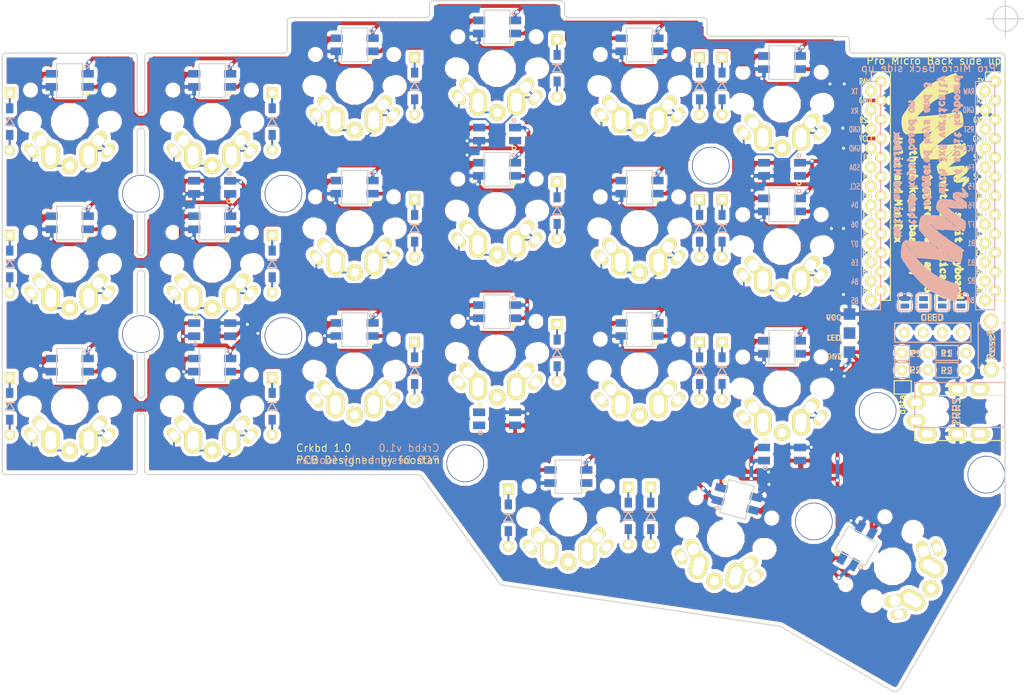
<source format=kicad_pcb>
(kicad_pcb (version 4) (host pcbnew 4.0.7)
  (title_block (title Crkbd) (date 2018/04/11) (rev 1.0) (company foostan))
  (layers (0 F.Cu signal) (31 B.Cu signal) (34 B.Paste user) (35 F.Paste user) (36 B.SilkS user) (37 F.SilkS user) (38 B.Mask user) (39 F.Mask user) (44 Edge.Cuts user))
  (net 0 "")
  (net 1 row0)
  (net 2 "Net-(D1-Pad2)")
  (net 3 row1)
  (net 4 "Net-(D2-Pad2)")
  (net 5 row2)
  (net 6 "Net-(D3-Pad2)")
  (net 7 row3)
  (net 8 "Net-(D4-Pad2)")
  (net 9 "Net-(D5-Pad2)")
  (net 10 "Net-(D6-Pad2)")
  (net 11 "Net-(D7-Pad2)")
  (net 12 "Net-(D8-Pad2)")
  (net 13 "Net-(D9-Pad2)")
  (net 14 "Net-(D10-Pad2)")
  (net 15 "Net-(D11-Pad2)")
  (net 16 "Net-(D12-Pad2)")
  (net 17 "Net-(D13-Pad2)")
  (net 18 "Net-(D14-Pad2)")
  (net 19 "Net-(D15-Pad2)")
  (net 20 "Net-(D16-Pad2)")
  (net 21 "Net-(D17-Pad2)")
  (net 22 "Net-(D18-Pad2)")
  (net 23 "Net-(D19-Pad2)")
  (net 24 "Net-(D20-Pad2)")
  (net 25 "Net-(D21-Pad2)")
  (net 26 GND)
  (net 27 VCC)
  (net 28 col0)
  (net 29 col1)
  (net 30 col2)
  (net 31 col3)
  (net 32 col4)
  (net 33 col5)
  (net 34 LED)
  (net 35 data)
  (net 36 "Net-(L1-Pad3)")
  (net 37 "Net-(L1-Pad1)")
  (net 38 "Net-(L3-Pad3)")
  (net 39 "Net-(L10-Pad1)")
  (net 40 "Net-(L11-Pad1)")
  (net 41 "Net-(L13-Pad1)")
  (net 42 "Net-(L14-Pad3)")
  (net 43 "Net-(L10-Pad3)")
  (net 44 "Net-(L12-Pad1)")
  (net 45 "Net-(L13-Pad3)")
  (net 46 "Net-(L15-Pad3)")
  (net 47 "Net-(L16-Pad3)")
  (net 48 reset)
  (net 49 SCL)
  (net 50 SDA)
  (net 51 "Net-(L5-Pad3)")
  (net 52 "Net-(U1-Pad14)")
  (net 53 "Net-(U1-Pad13)")
  (net 54 "Net-(U1-Pad12)")
  (net 55 "Net-(U1-Pad11)")
  (net 56 "Net-(J2-Pad1)")
  (net 57 "Net-(J2-Pad2)")
  (net 58 "Net-(J2-Pad3)")
  (net 59 "Net-(J2-Pad4)")
  (net 60 "Net-(L2-Pad3)")
  (net 61 "Net-(L3-Pad1)")
  (net 62 "Net-(L11-Pad3)")
  (net 63 "Net-(L14-Pad1)")
  (net 64 "Net-(L12-Pad3)")
  (net 65 "Net-(L17-Pad1)")
  (net 66 "Net-(L18-Pad3)")
  (net 67 "Net-(L19-Pad3)")
  (net 68 "Net-(J1-PadA)")
  (net 69 "Net-(J1-PadB)")
  (net 70 "Net-(U1-Pad24)")
  (net 71 "Net-(L21-Pad3)")
  (net 72 "Net-(L22-Pad3)")
  (net 73 "Net-(L22-Pad1)")
  (net 74 "Net-(L23-Pad3)")
  (net 75 "Net-(L25-Pad1)")
  (net 76 "Net-(L26-Pad1)")
  (module kbd:MX_ALPS_PG1350_noLed_1.75u (layer F.Cu) (at 179.75 136.5 240)
    (fp_text reference SW21 hide)
    (fp_text value SW_PUSH hide)
    (pad 1 thru_hole oval (at 5.1 -3.9 190) (size 2.2 1.25) (drill 1.2) (layers *.Cu *.Mask F.SilkS) (net 33 col5))
    (pad "" np_thru_hole circle (at 0 0 330) (size 4 4) (drill 4) (layers *.Cu *.Mask F.SilkS))
    (pad "" np_thru_hole circle (at -5.5 0 330) (size 1.9 1.9) (drill 1.9) (layers *.Cu *.Mask F.SilkS))
    (pad "" np_thru_hole circle (at 5.5 0 330) (size 1.9 1.9) (drill 1.9) (layers *.Cu *.Mask F.SilkS))
    (pad 1 thru_hole oval (at -5.1 -3.9 290) (size 2.2 1.25) (drill 1.2) (layers *.Cu *.Mask F.SilkS) (net 33 col5))
    (pad 2 thru_hole circle (at 0 -5.9 330) (size 2.2 2.2) (drill 1.2) (layers *.Cu *.Mask F.SilkS) (net 25 "Net-(D21-Pad2)"))
    (pad 2 thru_hole circle (at 2.54 -5.08 240) (size 2.4 2.4) (drill 1.5) (layers *.Cu *.Mask F.SilkS) (net 25 "Net-(D21-Pad2)"))
    (pad 1 thru_hole oval (at -3.81 -2.54 290) (size 2.8 1.55) (drill 1.5) (layers *.Cu *.Mask F.SilkS) (net 33 col5))
    (pad 1 thru_hole circle (at -2.54 -5.08 240) (size 2.4 2.4) (drill 1.5) (layers *.Cu *.Mask F.SilkS) (net 33 col5))
    (pad 2 thru_hole oval (at 3.81 -2.54 190) (size 2.8 1.55) (drill 1.5) (layers *.Cu *.Mask F.SilkS) (net 25 "Net-(D21-Pad2)"))
    (pad 2 thru_hole circle (at 2.54 -4.5 240) (size 2.4 2.4) (drill 1.5) (layers *.Cu *.Mask F.SilkS) (net 25 "Net-(D21-Pad2)"))
    (pad 2 thru_hole circle (at 2.54 -4 240) (size 2.4 2.4) (drill 1.5) (layers *.Cu *.Mask F.SilkS) (net 25 "Net-(D21-Pad2)"))
    (pad 1 thru_hole circle (at -2.54 -4 240) (size 2.4 2.4) (drill 1.5) (layers *.Cu *.Mask F.SilkS) (net 33 col5))
    (pad 1 thru_hole circle (at -2.54 -4.5 240) (size 2.4 2.4) (drill 1.5) (layers *.Cu *.Mask F.SilkS) (net 33 col5))
    (pad "" np_thru_hole circle (at 5.08 0 240) (size 1.7 1.7) (drill 1.7) (layers *.Cu *.Mask F.SilkS))
    (pad "" np_thru_hole circle (at -5.08 0 240) (size 1.7 1.7) (drill 1.7) (layers *.Cu *.Mask F.SilkS))
    (pad "" np_thru_hole circle (at 5.22 4.2 240) (size 1 1) (drill 1) (layers *.Cu *.Mask F.SilkS))
    (pad "" np_thru_hole circle (at -5.22 4.2 240) (size 1 1) (drill 1) (layers *.Cu *.Mask F.SilkS))
  )
  (module kbd:D3_TH_SMD (layer F.Cu) (at 62 77.125 270)
    (fp_text reference D1 hide)
    (fp_text value D hide)
    (pad 1 smd rect (at -1.775 0 270) (size 1.3 0.95) (layers F.Cu F.Paste F.Mask) (net 1 row0))
    (pad 2 smd rect (at 1.775 0 270) (size 1.3 0.95) (layers B.Cu B.Paste B.Mask) (net 2 "Net-(D1-Pad2)"))
    (pad 1 smd rect (at -1.775 0 270) (size 1.3 0.95) (layers B.Cu B.Paste B.Mask) (net 1 row0))
    (pad 1 thru_hole rect (at -3.81 0 270) (size 1.397 1.397) (drill 0.8128) (layers *.Cu *.Mask F.SilkS) (net 1 row0))
    (pad 2 thru_hole circle (at 3.81 0 270) (size 1.397 1.397) (drill 0.8128) (layers *.Cu *.Mask F.SilkS) (net 2 "Net-(D1-Pad2)"))
    (pad 2 smd rect (at 1.775 0 270) (size 1.3 0.95) (layers F.Cu F.Paste F.Mask) (net 2 "Net-(D1-Pad2)"))
  )
  (module kbd:D3_TH_SMD (layer F.Cu) (at 97 77.125 270)
    (fp_text reference D2 hide)
    (fp_text value D hide)
    (pad 1 smd rect (at -1.775 0 270) (size 1.3 0.95) (layers F.Cu F.Paste F.Mask) (net 1 row0))
    (pad 2 smd rect (at 1.775 0 270) (size 1.3 0.95) (layers B.Cu B.Paste B.Mask) (net 4 "Net-(D2-Pad2)"))
    (pad 1 smd rect (at -1.775 0 270) (size 1.3 0.95) (layers B.Cu B.Paste B.Mask) (net 1 row0))
    (pad 1 thru_hole rect (at -3.81 0 270) (size 1.397 1.397) (drill 0.8128) (layers *.Cu *.Mask F.SilkS) (net 1 row0))
    (pad 2 thru_hole circle (at 3.81 0 270) (size 1.397 1.397) (drill 0.8128) (layers *.Cu *.Mask F.SilkS) (net 4 "Net-(D2-Pad2)"))
    (pad 2 smd rect (at 1.775 0 270) (size 1.3 0.95) (layers F.Cu F.Paste F.Mask) (net 4 "Net-(D2-Pad2)"))
  )
  (module kbd:D3_TH_SMD (layer F.Cu) (at 116 72.375 270)
    (fp_text reference D3 hide)
    (fp_text value D hide)
    (pad 1 smd rect (at -1.775 0 270) (size 1.3 0.95) (layers F.Cu F.Paste F.Mask) (net 1 row0))
    (pad 2 smd rect (at 1.775 0 270) (size 1.3 0.95) (layers B.Cu B.Paste B.Mask) (net 6 "Net-(D3-Pad2)"))
    (pad 1 smd rect (at -1.775 0 270) (size 1.3 0.95) (layers B.Cu B.Paste B.Mask) (net 1 row0))
    (pad 1 thru_hole rect (at -3.81 0 270) (size 1.397 1.397) (drill 0.8128) (layers *.Cu *.Mask F.SilkS) (net 1 row0))
    (pad 2 thru_hole circle (at 3.81 0 270) (size 1.397 1.397) (drill 0.8128) (layers *.Cu *.Mask F.SilkS) (net 6 "Net-(D3-Pad2)"))
    (pad 2 smd rect (at 1.775 0 270) (size 1.3 0.95) (layers F.Cu F.Paste F.Mask) (net 6 "Net-(D3-Pad2)"))
  )
  (module kbd:D3_TH_SMD (layer F.Cu) (at 135 70 270)
    (fp_text reference D4 hide)
    (fp_text value D hide)
    (pad 1 smd rect (at -1.775 0 270) (size 1.3 0.95) (layers F.Cu F.Paste F.Mask) (net 1 row0))
    (pad 2 smd rect (at 1.775 0 270) (size 1.3 0.95) (layers B.Cu B.Paste B.Mask) (net 8 "Net-(D4-Pad2)"))
    (pad 1 smd rect (at -1.775 0 270) (size 1.3 0.95) (layers B.Cu B.Paste B.Mask) (net 1 row0))
    (pad 1 thru_hole rect (at -3.81 0 270) (size 1.397 1.397) (drill 0.8128) (layers *.Cu *.Mask F.SilkS) (net 1 row0))
    (pad 2 thru_hole circle (at 3.81 0 270) (size 1.397 1.397) (drill 0.8128) (layers *.Cu *.Mask F.SilkS) (net 8 "Net-(D4-Pad2)"))
    (pad 2 smd rect (at 1.775 0 270) (size 1.3 0.95) (layers F.Cu F.Paste F.Mask) (net 8 "Net-(D4-Pad2)"))
  )
  (module kbd:D3_TH_SMD (layer F.Cu) (at 154 72.375 270)
    (fp_text reference D5 hide)
    (fp_text value D hide)
    (pad 1 smd rect (at -1.775 0 270) (size 1.3 0.95) (layers F.Cu F.Paste F.Mask) (net 1 row0))
    (pad 2 smd rect (at 1.775 0 270) (size 1.3 0.95) (layers B.Cu B.Paste B.Mask) (net 9 "Net-(D5-Pad2)"))
    (pad 1 smd rect (at -1.775 0 270) (size 1.3 0.95) (layers B.Cu B.Paste B.Mask) (net 1 row0))
    (pad 1 thru_hole rect (at -3.81 0 270) (size 1.397 1.397) (drill 0.8128) (layers *.Cu *.Mask F.SilkS) (net 1 row0))
    (pad 2 thru_hole circle (at 3.81 0 270) (size 1.397 1.397) (drill 0.8128) (layers *.Cu *.Mask F.SilkS) (net 9 "Net-(D5-Pad2)"))
    (pad 2 smd rect (at 1.775 0 270) (size 1.3 0.95) (layers F.Cu F.Paste F.Mask) (net 9 "Net-(D5-Pad2)"))
  )
  (module kbd:D3_TH_SMD (layer F.Cu) (at 157 72.375 270)
    (fp_text reference D6 hide)
    (fp_text value D hide)
    (pad 1 smd rect (at -1.775 0 270) (size 1.3 0.95) (layers F.Cu F.Paste F.Mask) (net 1 row0))
    (pad 2 smd rect (at 1.775 0 270) (size 1.3 0.95) (layers B.Cu B.Paste B.Mask) (net 10 "Net-(D6-Pad2)"))
    (pad 1 smd rect (at -1.775 0 270) (size 1.3 0.95) (layers B.Cu B.Paste B.Mask) (net 1 row0))
    (pad 1 thru_hole rect (at -3.81 0 270) (size 1.397 1.397) (drill 0.8128) (layers *.Cu *.Mask F.SilkS) (net 1 row0))
    (pad 2 thru_hole circle (at 3.81 0 270) (size 1.397 1.397) (drill 0.8128) (layers *.Cu *.Mask F.SilkS) (net 10 "Net-(D6-Pad2)"))
    (pad 2 smd rect (at 1.775 0 270) (size 1.3 0.95) (layers F.Cu F.Paste F.Mask) (net 10 "Net-(D6-Pad2)"))
  )
  (module kbd:D3_TH_SMD (layer F.Cu) (at 62 96.125 270)
    (fp_text reference D7 hide)
    (fp_text value D hide)
    (pad 1 smd rect (at -1.775 0 270) (size 1.3 0.95) (layers F.Cu F.Paste F.Mask) (net 3 row1))
    (pad 2 smd rect (at 1.775 0 270) (size 1.3 0.95) (layers B.Cu B.Paste B.Mask) (net 11 "Net-(D7-Pad2)"))
    (pad 1 smd rect (at -1.775 0 270) (size 1.3 0.95) (layers B.Cu B.Paste B.Mask) (net 3 row1))
    (pad 1 thru_hole rect (at -3.81 0 270) (size 1.397 1.397) (drill 0.8128) (layers *.Cu *.Mask F.SilkS) (net 3 row1))
    (pad 2 thru_hole circle (at 3.81 0 270) (size 1.397 1.397) (drill 0.8128) (layers *.Cu *.Mask F.SilkS) (net 11 "Net-(D7-Pad2)"))
    (pad 2 smd rect (at 1.775 0 270) (size 1.3 0.95) (layers F.Cu F.Paste F.Mask) (net 11 "Net-(D7-Pad2)"))
  )
  (module kbd:D3_TH_SMD (layer F.Cu) (at 97 96.125 270)
    (fp_text reference D8 hide)
    (fp_text value D hide)
    (pad 1 smd rect (at -1.775 0 270) (size 1.3 0.95) (layers F.Cu F.Paste F.Mask) (net 3 row1))
    (pad 2 smd rect (at 1.775 0 270) (size 1.3 0.95) (layers B.Cu B.Paste B.Mask) (net 12 "Net-(D8-Pad2)"))
    (pad 1 smd rect (at -1.775 0 270) (size 1.3 0.95) (layers B.Cu B.Paste B.Mask) (net 3 row1))
    (pad 1 thru_hole rect (at -3.81 0 270) (size 1.397 1.397) (drill 0.8128) (layers *.Cu *.Mask F.SilkS) (net 3 row1))
    (pad 2 thru_hole circle (at 3.81 0 270) (size 1.397 1.397) (drill 0.8128) (layers *.Cu *.Mask F.SilkS) (net 12 "Net-(D8-Pad2)"))
    (pad 2 smd rect (at 1.775 0 270) (size 1.3 0.95) (layers F.Cu F.Paste F.Mask) (net 12 "Net-(D8-Pad2)"))
  )
  (module kbd:D3_TH_SMD (layer F.Cu) (at 116 91.375 270)
    (fp_text reference D9 hide)
    (fp_text value D hide)
    (pad 1 smd rect (at -1.775 0 270) (size 1.3 0.95) (layers F.Cu F.Paste F.Mask) (net 3 row1))
    (pad 2 smd rect (at 1.775 0 270) (size 1.3 0.95) (layers B.Cu B.Paste B.Mask) (net 13 "Net-(D9-Pad2)"))
    (pad 1 smd rect (at -1.775 0 270) (size 1.3 0.95) (layers B.Cu B.Paste B.Mask) (net 3 row1))
    (pad 1 thru_hole rect (at -3.81 0 270) (size 1.397 1.397) (drill 0.8128) (layers *.Cu *.Mask F.SilkS) (net 3 row1))
    (pad 2 thru_hole circle (at 3.81 0 270) (size 1.397 1.397) (drill 0.8128) (layers *.Cu *.Mask F.SilkS) (net 13 "Net-(D9-Pad2)"))
    (pad 2 smd rect (at 1.775 0 270) (size 1.3 0.95) (layers F.Cu F.Paste F.Mask) (net 13 "Net-(D9-Pad2)"))
  )
  (module kbd:D3_TH_SMD (layer F.Cu) (at 135 89 270)
    (fp_text reference D10 hide)
    (fp_text value D hide)
    (pad 1 smd rect (at -1.775 0 270) (size 1.3 0.95) (layers F.Cu F.Paste F.Mask) (net 3 row1))
    (pad 2 smd rect (at 1.775 0 270) (size 1.3 0.95) (layers B.Cu B.Paste B.Mask) (net 14 "Net-(D10-Pad2)"))
    (pad 1 smd rect (at -1.775 0 270) (size 1.3 0.95) (layers B.Cu B.Paste B.Mask) (net 3 row1))
    (pad 1 thru_hole rect (at -3.81 0 270) (size 1.397 1.397) (drill 0.8128) (layers *.Cu *.Mask F.SilkS) (net 3 row1))
    (pad 2 thru_hole circle (at 3.81 0 270) (size 1.397 1.397) (drill 0.8128) (layers *.Cu *.Mask F.SilkS) (net 14 "Net-(D10-Pad2)"))
    (pad 2 smd rect (at 1.775 0 270) (size 1.3 0.95) (layers F.Cu F.Paste F.Mask) (net 14 "Net-(D10-Pad2)"))
  )
  (module kbd:D3_TH_SMD (layer F.Cu) (at 154 91.375 270)
    (fp_text reference D11 hide)
    (fp_text value D hide)
    (pad 1 smd rect (at -1.775 0 270) (size 1.3 0.95) (layers F.Cu F.Paste F.Mask) (net 3 row1))
    (pad 2 smd rect (at 1.775 0 270) (size 1.3 0.95) (layers B.Cu B.Paste B.Mask) (net 15 "Net-(D11-Pad2)"))
    (pad 1 smd rect (at -1.775 0 270) (size 1.3 0.95) (layers B.Cu B.Paste B.Mask) (net 3 row1))
    (pad 1 thru_hole rect (at -3.81 0 270) (size 1.397 1.397) (drill 0.8128) (layers *.Cu *.Mask F.SilkS) (net 3 row1))
    (pad 2 thru_hole circle (at 3.81 0 270) (size 1.397 1.397) (drill 0.8128) (layers *.Cu *.Mask F.SilkS) (net 15 "Net-(D11-Pad2)"))
    (pad 2 smd rect (at 1.775 0 270) (size 1.3 0.95) (layers F.Cu F.Paste F.Mask) (net 15 "Net-(D11-Pad2)"))
  )
  (module kbd:D3_TH_SMD (layer F.Cu) (at 157 91.375 270)
    (fp_text reference D12 hide)
    (fp_text value D hide)
    (pad 1 smd rect (at -1.775 0 270) (size 1.3 0.95) (layers F.Cu F.Paste F.Mask) (net 3 row1))
    (pad 2 smd rect (at 1.775 0 270) (size 1.3 0.95) (layers B.Cu B.Paste B.Mask) (net 16 "Net-(D12-Pad2)"))
    (pad 1 smd rect (at -1.775 0 270) (size 1.3 0.95) (layers B.Cu B.Paste B.Mask) (net 3 row1))
    (pad 1 thru_hole rect (at -3.81 0 270) (size 1.397 1.397) (drill 0.8128) (layers *.Cu *.Mask F.SilkS) (net 3 row1))
    (pad 2 thru_hole circle (at 3.81 0 270) (size 1.397 1.397) (drill 0.8128) (layers *.Cu *.Mask F.SilkS) (net 16 "Net-(D12-Pad2)"))
    (pad 2 smd rect (at 1.775 0 270) (size 1.3 0.95) (layers F.Cu F.Paste F.Mask) (net 16 "Net-(D12-Pad2)"))
  )
  (module kbd:D3_TH_SMD (layer F.Cu) (at 62 115.125 270)
    (fp_text reference D13 hide)
    (fp_text value D hide)
    (pad 1 smd rect (at -1.775 0 270) (size 1.3 0.95) (layers F.Cu F.Paste F.Mask) (net 5 row2))
    (pad 2 smd rect (at 1.775 0 270) (size 1.3 0.95) (layers B.Cu B.Paste B.Mask) (net 17 "Net-(D13-Pad2)"))
    (pad 1 smd rect (at -1.775 0 270) (size 1.3 0.95) (layers B.Cu B.Paste B.Mask) (net 5 row2))
    (pad 1 thru_hole rect (at -3.81 0 270) (size 1.397 1.397) (drill 0.8128) (layers *.Cu *.Mask F.SilkS) (net 5 row2))
    (pad 2 thru_hole circle (at 3.81 0 270) (size 1.397 1.397) (drill 0.8128) (layers *.Cu *.Mask F.SilkS) (net 17 "Net-(D13-Pad2)"))
    (pad 2 smd rect (at 1.775 0 270) (size 1.3 0.95) (layers F.Cu F.Paste F.Mask) (net 17 "Net-(D13-Pad2)"))
  )
  (module kbd:D3_TH_SMD (layer F.Cu) (at 97 115.125 270)
    (fp_text reference D14 hide)
    (fp_text value D hide)
    (pad 1 smd rect (at -1.775 0 270) (size 1.3 0.95) (layers F.Cu F.Paste F.Mask) (net 5 row2))
    (pad 2 smd rect (at 1.775 0 270) (size 1.3 0.95) (layers B.Cu B.Paste B.Mask) (net 18 "Net-(D14-Pad2)"))
    (pad 1 smd rect (at -1.775 0 270) (size 1.3 0.95) (layers B.Cu B.Paste B.Mask) (net 5 row2))
    (pad 1 thru_hole rect (at -3.81 0 270) (size 1.397 1.397) (drill 0.8128) (layers *.Cu *.Mask F.SilkS) (net 5 row2))
    (pad 2 thru_hole circle (at 3.81 0 270) (size 1.397 1.397) (drill 0.8128) (layers *.Cu *.Mask F.SilkS) (net 18 "Net-(D14-Pad2)"))
    (pad 2 smd rect (at 1.775 0 270) (size 1.3 0.95) (layers F.Cu F.Paste F.Mask) (net 18 "Net-(D14-Pad2)"))
  )
  (module kbd:D3_TH_SMD (layer F.Cu) (at 116 110.375 270)
    (fp_text reference D15 hide)
    (fp_text value D hide)
    (pad 1 smd rect (at -1.775 0 270) (size 1.3 0.95) (layers F.Cu F.Paste F.Mask) (net 5 row2))
    (pad 2 smd rect (at 1.775 0 270) (size 1.3 0.95) (layers B.Cu B.Paste B.Mask) (net 19 "Net-(D15-Pad2)"))
    (pad 1 smd rect (at -1.775 0 270) (size 1.3 0.95) (layers B.Cu B.Paste B.Mask) (net 5 row2))
    (pad 1 thru_hole rect (at -3.81 0 270) (size 1.397 1.397) (drill 0.8128) (layers *.Cu *.Mask F.SilkS) (net 5 row2))
    (pad 2 thru_hole circle (at 3.81 0 270) (size 1.397 1.397) (drill 0.8128) (layers *.Cu *.Mask F.SilkS) (net 19 "Net-(D15-Pad2)"))
    (pad 2 smd rect (at 1.775 0 270) (size 1.3 0.95) (layers F.Cu F.Paste F.Mask) (net 19 "Net-(D15-Pad2)"))
  )
  (module kbd:D3_TH_SMD (layer F.Cu) (at 135 108 270)
    (fp_text reference D16 hide)
    (fp_text value D hide)
    (pad 1 smd rect (at -1.775 0 270) (size 1.3 0.95) (layers F.Cu F.Paste F.Mask) (net 5 row2))
    (pad 2 smd rect (at 1.775 0 270) (size 1.3 0.95) (layers B.Cu B.Paste B.Mask) (net 20 "Net-(D16-Pad2)"))
    (pad 1 smd rect (at -1.775 0 270) (size 1.3 0.95) (layers B.Cu B.Paste B.Mask) (net 5 row2))
    (pad 1 thru_hole rect (at -3.81 0 270) (size 1.397 1.397) (drill 0.8128) (layers *.Cu *.Mask F.SilkS) (net 5 row2))
    (pad 2 thru_hole circle (at 3.81 0 270) (size 1.397 1.397) (drill 0.8128) (layers *.Cu *.Mask F.SilkS) (net 20 "Net-(D16-Pad2)"))
    (pad 2 smd rect (at 1.775 0 270) (size 1.3 0.95) (layers F.Cu F.Paste F.Mask) (net 20 "Net-(D16-Pad2)"))
  )
  (module kbd:D3_TH_SMD (layer F.Cu) (at 157 110.375 270)
    (fp_text reference D18 hide)
    (fp_text value D hide)
    (pad 1 smd rect (at -1.775 0 270) (size 1.3 0.95) (layers F.Cu F.Paste F.Mask) (net 5 row2))
    (pad 2 smd rect (at 1.775 0 270) (size 1.3 0.95) (layers B.Cu B.Paste B.Mask) (net 22 "Net-(D18-Pad2)"))
    (pad 1 smd rect (at -1.775 0 270) (size 1.3 0.95) (layers B.Cu B.Paste B.Mask) (net 5 row2))
    (pad 1 thru_hole rect (at -3.81 0 270) (size 1.397 1.397) (drill 0.8128) (layers *.Cu *.Mask F.SilkS) (net 5 row2))
    (pad 2 thru_hole circle (at 3.81 0 270) (size 1.397 1.397) (drill 0.8128) (layers *.Cu *.Mask F.SilkS) (net 22 "Net-(D18-Pad2)"))
    (pad 2 smd rect (at 1.775 0 270) (size 1.3 0.95) (layers F.Cu F.Paste F.Mask) (net 22 "Net-(D18-Pad2)"))
  )
  (module kbd:D3_TH_SMD (layer F.Cu) (at 128.5 130 270)
    (fp_text reference D19 hide)
    (fp_text value D hide)
    (pad 1 smd rect (at -1.775 0 270) (size 1.3 0.95) (layers F.Cu F.Paste F.Mask) (net 7 row3))
    (pad 2 smd rect (at 1.775 0 270) (size 1.3 0.95) (layers B.Cu B.Paste B.Mask) (net 23 "Net-(D19-Pad2)"))
    (pad 1 smd rect (at -1.775 0 270) (size 1.3 0.95) (layers B.Cu B.Paste B.Mask) (net 7 row3))
    (pad 1 thru_hole rect (at -3.81 0 270) (size 1.397 1.397) (drill 0.8128) (layers *.Cu *.Mask F.SilkS) (net 7 row3))
    (pad 2 thru_hole circle (at 3.81 0 270) (size 1.397 1.397) (drill 0.8128) (layers *.Cu *.Mask F.SilkS) (net 23 "Net-(D19-Pad2)"))
    (pad 2 smd rect (at 1.775 0 270) (size 1.3 0.95) (layers F.Cu F.Paste F.Mask) (net 23 "Net-(D19-Pad2)"))
  )
  (module kbd:D3_TH_SMD (layer F.Cu) (at 144.5 129.75 270)
    (fp_text reference D20 hide)
    (fp_text value D hide)
    (pad 1 smd rect (at -1.775 0 270) (size 1.3 0.95) (layers F.Cu F.Paste F.Mask) (net 7 row3))
    (pad 2 smd rect (at 1.775 0 270) (size 1.3 0.95) (layers B.Cu B.Paste B.Mask) (net 24 "Net-(D20-Pad2)"))
    (pad 1 smd rect (at -1.775 0 270) (size 1.3 0.95) (layers B.Cu B.Paste B.Mask) (net 7 row3))
    (pad 1 thru_hole rect (at -3.81 0 270) (size 1.397 1.397) (drill 0.8128) (layers *.Cu *.Mask F.SilkS) (net 7 row3))
    (pad 2 thru_hole circle (at 3.81 0 270) (size 1.397 1.397) (drill 0.8128) (layers *.Cu *.Mask F.SilkS) (net 24 "Net-(D20-Pad2)"))
    (pad 2 smd rect (at 1.775 0 270) (size 1.3 0.95) (layers F.Cu F.Paste F.Mask) (net 24 "Net-(D20-Pad2)"))
  )
  (module kbd:D3_TH_SMD (layer F.Cu) (at 147.5 129.75 270)
    (fp_text reference D21 hide)
    (fp_text value D hide)
    (pad 1 smd rect (at -1.775 0 270) (size 1.3 0.95) (layers F.Cu F.Paste F.Mask) (net 7 row3))
    (pad 2 smd rect (at 1.775 0 270) (size 1.3 0.95) (layers B.Cu B.Paste B.Mask) (net 25 "Net-(D21-Pad2)"))
    (pad 1 smd rect (at -1.775 0 270) (size 1.3 0.95) (layers B.Cu B.Paste B.Mask) (net 7 row3))
    (pad 1 thru_hole rect (at -3.81 0 270) (size 1.397 1.397) (drill 0.8128) (layers *.Cu *.Mask F.SilkS) (net 7 row3))
    (pad 2 thru_hole circle (at 3.81 0 270) (size 1.397 1.397) (drill 0.8128) (layers *.Cu *.Mask F.SilkS) (net 25 "Net-(D21-Pad2)"))
    (pad 2 smd rect (at 1.775 0 270) (size 1.3 0.95) (layers F.Cu F.Paste F.Mask) (net 25 "Net-(D21-Pad2)"))
  )
  (module kbd:SK6812MINI_rev (layer F.Cu) (at 70 71.625)
    (fp_text reference L1 hide)
    (fp_text value SK6812MINI hide)
    (pad 4 smd rect (at 2.4 0.875) (size 1.6 1) (layers F.Cu F.Paste F.Mask) (net 27 VCC))
    (pad 3 smd rect (at 2.4 -0.875) (size 1.6 1) (layers F.Cu F.Paste F.Mask) (net 36 "Net-(L1-Pad3)"))
    (pad 1 smd rect (at -2.4 0.875) (size 1.6 1) (layers F.Cu F.Paste F.Mask) (net 37 "Net-(L1-Pad1)"))
    (pad 2 smd rect (at -2.4 -0.875) (size 1.6 1) (layers F.Cu F.Paste F.Mask) (net 26 GND))
    (pad 3 smd rect (at 2.4 0.875) (size 1.6 1) (layers B.Cu B.Paste B.Mask) (net 36 "Net-(L1-Pad3)"))
    (pad 4 smd rect (at 2.4 -0.875) (size 1.6 1) (layers B.Cu B.Paste B.Mask) (net 27 VCC))
    (pad 1 smd rect (at -2.4 -0.875) (size 1.6 1) (layers B.Cu B.Paste B.Mask) (net 37 "Net-(L1-Pad1)"))
    (pad 2 smd rect (at -2.4 0.875) (size 1.6 1) (layers B.Cu B.Paste B.Mask) (net 26 GND))
  )
  (module kbd:SK6812MINI_rev (layer F.Cu) (at 89 71.625)
    (fp_text reference L2 hide)
    (fp_text value SK6812MINI hide)
    (pad 4 smd rect (at 2.4 0.875) (size 1.6 1) (layers F.Cu F.Paste F.Mask) (net 27 VCC))
    (pad 3 smd rect (at 2.4 -0.875) (size 1.6 1) (layers F.Cu F.Paste F.Mask) (net 60 "Net-(L2-Pad3)"))
    (pad 1 smd rect (at -2.4 0.875) (size 1.6 1) (layers F.Cu F.Paste F.Mask) (net 36 "Net-(L1-Pad3)"))
    (pad 2 smd rect (at -2.4 -0.875) (size 1.6 1) (layers F.Cu F.Paste F.Mask) (net 26 GND))
    (pad 3 smd rect (at 2.4 0.875) (size 1.6 1) (layers B.Cu B.Paste B.Mask) (net 60 "Net-(L2-Pad3)"))
    (pad 4 smd rect (at 2.4 -0.875) (size 1.6 1) (layers B.Cu B.Paste B.Mask) (net 27 VCC))
    (pad 1 smd rect (at -2.4 -0.875) (size 1.6 1) (layers B.Cu B.Paste B.Mask) (net 36 "Net-(L1-Pad3)"))
    (pad 2 smd rect (at -2.4 0.875) (size 1.6 1) (layers B.Cu B.Paste B.Mask) (net 26 GND))
  )
  (module kbd:SK6812MINI_rev (layer F.Cu) (at 108 66.875)
    (fp_text reference L3 hide)
    (fp_text value SK6812MINI hide)
    (pad 4 smd rect (at 2.4 0.875) (size 1.6 1) (layers F.Cu F.Paste F.Mask) (net 27 VCC))
    (pad 3 smd rect (at 2.4 -0.875) (size 1.6 1) (layers F.Cu F.Paste F.Mask) (net 38 "Net-(L3-Pad3)"))
    (pad 1 smd rect (at -2.4 0.875) (size 1.6 1) (layers F.Cu F.Paste F.Mask) (net 61 "Net-(L3-Pad1)"))
    (pad 2 smd rect (at -2.4 -0.875) (size 1.6 1) (layers F.Cu F.Paste F.Mask) (net 26 GND))
    (pad 3 smd rect (at 2.4 0.875) (size 1.6 1) (layers B.Cu B.Paste B.Mask) (net 38 "Net-(L3-Pad3)"))
    (pad 4 smd rect (at 2.4 -0.875) (size 1.6 1) (layers B.Cu B.Paste B.Mask) (net 27 VCC))
    (pad 1 smd rect (at -2.4 -0.875) (size 1.6 1) (layers B.Cu B.Paste B.Mask) (net 61 "Net-(L3-Pad1)"))
    (pad 2 smd rect (at -2.4 0.875) (size 1.6 1) (layers B.Cu B.Paste B.Mask) (net 26 GND))
  )
  (module kbd:SK6812MINI_rev (layer F.Cu) (at 127 64.5)
    (fp_text reference L4 hide)
    (fp_text value SK6812MINI hide)
    (pad 4 smd rect (at 2.4 0.875) (size 1.6 1) (layers F.Cu F.Paste F.Mask) (net 27 VCC))
    (pad 3 smd rect (at 2.4 -0.875) (size 1.6 1) (layers F.Cu F.Paste F.Mask) (net 39 "Net-(L10-Pad1)"))
    (pad 1 smd rect (at -2.4 0.875) (size 1.6 1) (layers F.Cu F.Paste F.Mask) (net 38 "Net-(L3-Pad3)"))
    (pad 2 smd rect (at -2.4 -0.875) (size 1.6 1) (layers F.Cu F.Paste F.Mask) (net 26 GND))
    (pad 3 smd rect (at 2.4 0.875) (size 1.6 1) (layers B.Cu B.Paste B.Mask) (net 39 "Net-(L10-Pad1)"))
    (pad 4 smd rect (at 2.4 -0.875) (size 1.6 1) (layers B.Cu B.Paste B.Mask) (net 27 VCC))
    (pad 1 smd rect (at -2.4 -0.875) (size 1.6 1) (layers B.Cu B.Paste B.Mask) (net 38 "Net-(L3-Pad3)"))
    (pad 2 smd rect (at -2.4 0.875) (size 1.6 1) (layers B.Cu B.Paste B.Mask) (net 26 GND))
  )
  (module kbd:SK6812MINI_rev (layer F.Cu) (at 146 66.875)
    (fp_text reference L5 hide)
    (fp_text value SK6812MINI hide)
    (pad 4 smd rect (at 2.4 0.875) (size 1.6 1) (layers F.Cu F.Paste F.Mask) (net 27 VCC))
    (pad 3 smd rect (at 2.4 -0.875) (size 1.6 1) (layers F.Cu F.Paste F.Mask) (net 51 "Net-(L5-Pad3)"))
    (pad 1 smd rect (at -2.4 0.875) (size 1.6 1) (layers F.Cu F.Paste F.Mask) (net 62 "Net-(L11-Pad3)"))
    (pad 2 smd rect (at -2.4 -0.875) (size 1.6 1) (layers F.Cu F.Paste F.Mask) (net 26 GND))
    (pad 3 smd rect (at 2.4 0.875) (size 1.6 1) (layers B.Cu B.Paste B.Mask) (net 51 "Net-(L5-Pad3)"))
    (pad 4 smd rect (at 2.4 -0.875) (size 1.6 1) (layers B.Cu B.Paste B.Mask) (net 27 VCC))
    (pad 1 smd rect (at -2.4 -0.875) (size 1.6 1) (layers B.Cu B.Paste B.Mask) (net 62 "Net-(L11-Pad3)"))
    (pad 2 smd rect (at -2.4 0.875) (size 1.6 1) (layers B.Cu B.Paste B.Mask) (net 26 GND))
  )
  (module kbd:SK6812MINI_rev (layer F.Cu) (at 165 69.25)
    (fp_text reference L6 hide)
    (fp_text value SK6812MINI hide)
    (pad 4 smd rect (at 2.4 0.875) (size 1.6 1) (layers F.Cu F.Paste F.Mask) (net 27 VCC))
    (pad 3 smd rect (at 2.4 -0.875) (size 1.6 1) (layers F.Cu F.Paste F.Mask) (net 44 "Net-(L12-Pad1)"))
    (pad 1 smd rect (at -2.4 0.875) (size 1.6 1) (layers F.Cu F.Paste F.Mask) (net 51 "Net-(L5-Pad3)"))
    (pad 2 smd rect (at -2.4 -0.875) (size 1.6 1) (layers F.Cu F.Paste F.Mask) (net 26 GND))
    (pad 3 smd rect (at 2.4 0.875) (size 1.6 1) (layers B.Cu B.Paste B.Mask) (net 44 "Net-(L12-Pad1)"))
    (pad 4 smd rect (at 2.4 -0.875) (size 1.6 1) (layers B.Cu B.Paste B.Mask) (net 27 VCC))
    (pad 1 smd rect (at -2.4 -0.875) (size 1.6 1) (layers B.Cu B.Paste B.Mask) (net 51 "Net-(L5-Pad3)"))
    (pad 2 smd rect (at -2.4 0.875) (size 1.6 1) (layers B.Cu B.Paste B.Mask) (net 26 GND))
  )
  (module kbd:SK6812MINI_rev (layer F.Cu) (at 70 90.625)
    (fp_text reference L7 hide)
    (fp_text value SK6812MINI hide)
    (pad 4 smd rect (at 2.4 0.875) (size 1.6 1) (layers F.Cu F.Paste F.Mask) (net 27 VCC))
    (pad 3 smd rect (at 2.4 -0.875) (size 1.6 1) (layers F.Cu F.Paste F.Mask) (net 37 "Net-(L1-Pad1)"))
    (pad 1 smd rect (at -2.4 0.875) (size 1.6 1) (layers F.Cu F.Paste F.Mask) (net 45 "Net-(L13-Pad3)"))
    (pad 2 smd rect (at -2.4 -0.875) (size 1.6 1) (layers F.Cu F.Paste F.Mask) (net 26 GND))
    (pad 3 smd rect (at 2.4 0.875) (size 1.6 1) (layers B.Cu B.Paste B.Mask) (net 37 "Net-(L1-Pad1)"))
    (pad 4 smd rect (at 2.4 -0.875) (size 1.6 1) (layers B.Cu B.Paste B.Mask) (net 27 VCC))
    (pad 1 smd rect (at -2.4 -0.875) (size 1.6 1) (layers B.Cu B.Paste B.Mask) (net 45 "Net-(L13-Pad3)"))
    (pad 2 smd rect (at -2.4 0.875) (size 1.6 1) (layers B.Cu B.Paste B.Mask) (net 26 GND))
  )
  (module kbd:SK6812MINI_rev (layer F.Cu) (at 89 90.625)
    (fp_text reference L8 hide)
    (fp_text value SK6812MINI hide)
    (pad 4 smd rect (at 2.4 0.875) (size 1.6 1) (layers F.Cu F.Paste F.Mask) (net 27 VCC))
    (pad 3 smd rect (at 2.4 -0.875) (size 1.6 1) (layers F.Cu F.Paste F.Mask) (net 63 "Net-(L14-Pad1)"))
    (pad 1 smd rect (at -2.4 0.875) (size 1.6 1) (layers F.Cu F.Paste F.Mask) (net 60 "Net-(L2-Pad3)"))
    (pad 2 smd rect (at -2.4 -0.875) (size 1.6 1) (layers F.Cu F.Paste F.Mask) (net 26 GND))
    (pad 3 smd rect (at 2.4 0.875) (size 1.6 1) (layers B.Cu B.Paste B.Mask) (net 63 "Net-(L14-Pad1)"))
    (pad 4 smd rect (at 2.4 -0.875) (size 1.6 1) (layers B.Cu B.Paste B.Mask) (net 27 VCC))
    (pad 1 smd rect (at -2.4 -0.875) (size 1.6 1) (layers B.Cu B.Paste B.Mask) (net 60 "Net-(L2-Pad3)"))
    (pad 2 smd rect (at -2.4 0.875) (size 1.6 1) (layers B.Cu B.Paste B.Mask) (net 26 GND))
  )
  (module kbd:SK6812MINI_rev (layer F.Cu) (at 108 85.875)
    (fp_text reference L9 hide)
    (fp_text value SK6812MINI hide)
    (pad 4 smd rect (at 2.4 0.875) (size 1.6 1) (layers F.Cu F.Paste F.Mask) (net 27 VCC))
    (pad 3 smd rect (at 2.4 -0.875) (size 1.6 1) (layers F.Cu F.Paste F.Mask) (net 61 "Net-(L3-Pad1)"))
    (pad 1 smd rect (at -2.4 0.875) (size 1.6 1) (layers F.Cu F.Paste F.Mask) (net 46 "Net-(L15-Pad3)"))
    (pad 2 smd rect (at -2.4 -0.875) (size 1.6 1) (layers F.Cu F.Paste F.Mask) (net 26 GND))
    (pad 3 smd rect (at 2.4 0.875) (size 1.6 1) (layers B.Cu B.Paste B.Mask) (net 61 "Net-(L3-Pad1)"))
    (pad 4 smd rect (at 2.4 -0.875) (size 1.6 1) (layers B.Cu B.Paste B.Mask) (net 27 VCC))
    (pad 1 smd rect (at -2.4 -0.875) (size 1.6 1) (layers B.Cu B.Paste B.Mask) (net 46 "Net-(L15-Pad3)"))
    (pad 2 smd rect (at -2.4 0.875) (size 1.6 1) (layers B.Cu B.Paste B.Mask) (net 26 GND))
  )
  (module kbd:SK6812MINI_rev (layer F.Cu) (at 127 83.5)
    (fp_text reference L10 hide)
    (fp_text value SK6812MINI hide)
    (pad 4 smd rect (at 2.4 0.875) (size 1.6 1) (layers F.Cu F.Paste F.Mask) (net 27 VCC))
    (pad 3 smd rect (at 2.4 -0.875) (size 1.6 1) (layers F.Cu F.Paste F.Mask) (net 43 "Net-(L10-Pad3)"))
    (pad 1 smd rect (at -2.4 0.875) (size 1.6 1) (layers F.Cu F.Paste F.Mask) (net 39 "Net-(L10-Pad1)"))
    (pad 2 smd rect (at -2.4 -0.875) (size 1.6 1) (layers F.Cu F.Paste F.Mask) (net 26 GND))
    (pad 3 smd rect (at 2.4 0.875) (size 1.6 1) (layers B.Cu B.Paste B.Mask) (net 43 "Net-(L10-Pad3)"))
    (pad 4 smd rect (at 2.4 -0.875) (size 1.6 1) (layers B.Cu B.Paste B.Mask) (net 27 VCC))
    (pad 1 smd rect (at -2.4 -0.875) (size 1.6 1) (layers B.Cu B.Paste B.Mask) (net 39 "Net-(L10-Pad1)"))
    (pad 2 smd rect (at -2.4 0.875) (size 1.6 1) (layers B.Cu B.Paste B.Mask) (net 26 GND))
  )
  (module kbd:SK6812MINI_rev (layer F.Cu) (at 146 85.875)
    (fp_text reference L11 hide)
    (fp_text value SK6812MINI hide)
    (pad 4 smd rect (at 2.4 0.875) (size 1.6 1) (layers F.Cu F.Paste F.Mask) (net 27 VCC))
    (pad 3 smd rect (at 2.4 -0.875) (size 1.6 1) (layers F.Cu F.Paste F.Mask) (net 62 "Net-(L11-Pad3)"))
    (pad 1 smd rect (at -2.4 0.875) (size 1.6 1) (layers F.Cu F.Paste F.Mask) (net 40 "Net-(L11-Pad1)"))
    (pad 2 smd rect (at -2.4 -0.875) (size 1.6 1) (layers F.Cu F.Paste F.Mask) (net 26 GND))
    (pad 3 smd rect (at 2.4 0.875) (size 1.6 1) (layers B.Cu B.Paste B.Mask) (net 62 "Net-(L11-Pad3)"))
    (pad 4 smd rect (at 2.4 -0.875) (size 1.6 1) (layers B.Cu B.Paste B.Mask) (net 27 VCC))
    (pad 1 smd rect (at -2.4 -0.875) (size 1.6 1) (layers B.Cu B.Paste B.Mask) (net 40 "Net-(L11-Pad1)"))
    (pad 2 smd rect (at -2.4 0.875) (size 1.6 1) (layers B.Cu B.Paste B.Mask) (net 26 GND))
  )
  (module kbd:SK6812MINI_rev (layer F.Cu) (at 165 88.25)
    (fp_text reference L12 hide)
    (fp_text value SK6812MINI hide)
    (pad 4 smd rect (at 2.4 0.875) (size 1.6 1) (layers F.Cu F.Paste F.Mask) (net 27 VCC))
    (pad 3 smd rect (at 2.4 -0.875) (size 1.6 1) (layers F.Cu F.Paste F.Mask) (net 64 "Net-(L12-Pad3)"))
    (pad 1 smd rect (at -2.4 0.875) (size 1.6 1) (layers F.Cu F.Paste F.Mask) (net 44 "Net-(L12-Pad1)"))
    (pad 2 smd rect (at -2.4 -0.875) (size 1.6 1) (layers F.Cu F.Paste F.Mask) (net 26 GND))
    (pad 3 smd rect (at 2.4 0.875) (size 1.6 1) (layers B.Cu B.Paste B.Mask) (net 64 "Net-(L12-Pad3)"))
    (pad 4 smd rect (at 2.4 -0.875) (size 1.6 1) (layers B.Cu B.Paste B.Mask) (net 27 VCC))
    (pad 1 smd rect (at -2.4 -0.875) (size 1.6 1) (layers B.Cu B.Paste B.Mask) (net 44 "Net-(L12-Pad1)"))
    (pad 2 smd rect (at -2.4 0.875) (size 1.6 1) (layers B.Cu B.Paste B.Mask) (net 26 GND))
  )
  (module kbd:SK6812MINI_rev (layer F.Cu) (at 70 109.625)
    (fp_text reference L13 hide)
    (fp_text value SK6812MINI hide)
    (pad 4 smd rect (at 2.4 0.875) (size 1.6 1) (layers F.Cu F.Paste F.Mask) (net 27 VCC))
    (pad 3 smd rect (at 2.4 -0.875) (size 1.6 1) (layers F.Cu F.Paste F.Mask) (net 45 "Net-(L13-Pad3)"))
    (pad 1 smd rect (at -2.4 0.875) (size 1.6 1) (layers F.Cu F.Paste F.Mask) (net 41 "Net-(L13-Pad1)"))
    (pad 2 smd rect (at -2.4 -0.875) (size 1.6 1) (layers F.Cu F.Paste F.Mask) (net 26 GND))
    (pad 3 smd rect (at 2.4 0.875) (size 1.6 1) (layers B.Cu B.Paste B.Mask) (net 45 "Net-(L13-Pad3)"))
    (pad 4 smd rect (at 2.4 -0.875) (size 1.6 1) (layers B.Cu B.Paste B.Mask) (net 27 VCC))
    (pad 1 smd rect (at -2.4 -0.875) (size 1.6 1) (layers B.Cu B.Paste B.Mask) (net 41 "Net-(L13-Pad1)"))
    (pad 2 smd rect (at -2.4 0.875) (size 1.6 1) (layers B.Cu B.Paste B.Mask) (net 26 GND))
  )
  (module kbd:SK6812MINI_rev (layer F.Cu) (at 89 109.625)
    (fp_text reference L14 hide)
    (fp_text value SK6812MINI hide)
    (pad 4 smd rect (at 2.4 0.875) (size 1.6 1) (layers F.Cu F.Paste F.Mask) (net 27 VCC))
    (pad 3 smd rect (at 2.4 -0.875) (size 1.6 1) (layers F.Cu F.Paste F.Mask) (net 42 "Net-(L14-Pad3)"))
    (pad 1 smd rect (at -2.4 0.875) (size 1.6 1) (layers F.Cu F.Paste F.Mask) (net 63 "Net-(L14-Pad1)"))
    (pad 2 smd rect (at -2.4 -0.875) (size 1.6 1) (layers F.Cu F.Paste F.Mask) (net 26 GND))
    (pad 3 smd rect (at 2.4 0.875) (size 1.6 1) (layers B.Cu B.Paste B.Mask) (net 42 "Net-(L14-Pad3)"))
    (pad 4 smd rect (at 2.4 -0.875) (size 1.6 1) (layers B.Cu B.Paste B.Mask) (net 27 VCC))
    (pad 1 smd rect (at -2.4 -0.875) (size 1.6 1) (layers B.Cu B.Paste B.Mask) (net 63 "Net-(L14-Pad1)"))
    (pad 2 smd rect (at -2.4 0.875) (size 1.6 1) (layers B.Cu B.Paste B.Mask) (net 26 GND))
  )
  (module kbd:SK6812MINI_rev (layer F.Cu) (at 108 104.875)
    (fp_text reference L15 hide)
    (fp_text value SK6812MINI hide)
    (pad 4 smd rect (at 2.4 0.875) (size 1.6 1) (layers F.Cu F.Paste F.Mask) (net 27 VCC))
    (pad 3 smd rect (at 2.4 -0.875) (size 1.6 1) (layers F.Cu F.Paste F.Mask) (net 46 "Net-(L15-Pad3)"))
    (pad 1 smd rect (at -2.4 0.875) (size 1.6 1) (layers F.Cu F.Paste F.Mask) (net 42 "Net-(L14-Pad3)"))
    (pad 2 smd rect (at -2.4 -0.875) (size 1.6 1) (layers F.Cu F.Paste F.Mask) (net 26 GND))
    (pad 3 smd rect (at 2.4 0.875) (size 1.6 1) (layers B.Cu B.Paste B.Mask) (net 46 "Net-(L15-Pad3)"))
    (pad 4 smd rect (at 2.4 -0.875) (size 1.6 1) (layers B.Cu B.Paste B.Mask) (net 27 VCC))
    (pad 1 smd rect (at -2.4 -0.875) (size 1.6 1) (layers B.Cu B.Paste B.Mask) (net 42 "Net-(L14-Pad3)"))
    (pad 2 smd rect (at -2.4 0.875) (size 1.6 1) (layers B.Cu B.Paste B.Mask) (net 26 GND))
  )
  (module kbd:SK6812MINI_rev (layer F.Cu) (at 127 102.5)
    (fp_text reference L16 hide)
    (fp_text value SK6812MINI hide)
    (pad 4 smd rect (at 2.4 0.875) (size 1.6 1) (layers F.Cu F.Paste F.Mask) (net 27 VCC))
    (pad 3 smd rect (at 2.4 -0.875) (size 1.6 1) (layers F.Cu F.Paste F.Mask) (net 47 "Net-(L16-Pad3)"))
    (pad 1 smd rect (at -2.4 0.875) (size 1.6 1) (layers F.Cu F.Paste F.Mask) (net 43 "Net-(L10-Pad3)"))
    (pad 2 smd rect (at -2.4 -0.875) (size 1.6 1) (layers F.Cu F.Paste F.Mask) (net 26 GND))
    (pad 3 smd rect (at 2.4 0.875) (size 1.6 1) (layers B.Cu B.Paste B.Mask) (net 47 "Net-(L16-Pad3)"))
    (pad 4 smd rect (at 2.4 -0.875) (size 1.6 1) (layers B.Cu B.Paste B.Mask) (net 27 VCC))
    (pad 1 smd rect (at -2.4 -0.875) (size 1.6 1) (layers B.Cu B.Paste B.Mask) (net 43 "Net-(L10-Pad3)"))
    (pad 2 smd rect (at -2.4 0.875) (size 1.6 1) (layers B.Cu B.Paste B.Mask) (net 26 GND))
  )
  (module kbd:SK6812MINI_rev (layer F.Cu) (at 146 104.875)
    (fp_text reference L17 hide)
    (fp_text value SK6812MINI hide)
    (pad 4 smd rect (at 2.4 0.875) (size 1.6 1) (layers F.Cu F.Paste F.Mask) (net 27 VCC))
    (pad 3 smd rect (at 2.4 -0.875) (size 1.6 1) (layers F.Cu F.Paste F.Mask) (net 40 "Net-(L11-Pad1)"))
    (pad 1 smd rect (at -2.4 0.875) (size 1.6 1) (layers F.Cu F.Paste F.Mask) (net 65 "Net-(L17-Pad1)"))
    (pad 2 smd rect (at -2.4 -0.875) (size 1.6 1) (layers F.Cu F.Paste F.Mask) (net 26 GND))
    (pad 3 smd rect (at 2.4 0.875) (size 1.6 1) (layers B.Cu B.Paste B.Mask) (net 40 "Net-(L11-Pad1)"))
    (pad 4 smd rect (at 2.4 -0.875) (size 1.6 1) (layers B.Cu B.Paste B.Mask) (net 27 VCC))
    (pad 1 smd rect (at -2.4 -0.875) (size 1.6 1) (layers B.Cu B.Paste B.Mask) (net 65 "Net-(L17-Pad1)"))
    (pad 2 smd rect (at -2.4 0.875) (size 1.6 1) (layers B.Cu B.Paste B.Mask) (net 26 GND))
  )
  (module kbd:SK6812MINI_rev (layer F.Cu) (at 165 107.25)
    (fp_text reference L18 hide)
    (fp_text value SK6812MINI hide)
    (pad 4 smd rect (at 2.4 0.875) (size 1.6 1) (layers F.Cu F.Paste F.Mask) (net 27 VCC))
    (pad 3 smd rect (at 2.4 -0.875) (size 1.6 1) (layers F.Cu F.Paste F.Mask) (net 66 "Net-(L18-Pad3)"))
    (pad 1 smd rect (at -2.4 0.875) (size 1.6 1) (layers F.Cu F.Paste F.Mask) (net 64 "Net-(L12-Pad3)"))
    (pad 2 smd rect (at -2.4 -0.875) (size 1.6 1) (layers F.Cu F.Paste F.Mask) (net 26 GND))
    (pad 3 smd rect (at 2.4 0.875) (size 1.6 1) (layers B.Cu B.Paste B.Mask) (net 66 "Net-(L18-Pad3)"))
    (pad 4 smd rect (at 2.4 -0.875) (size 1.6 1) (layers B.Cu B.Paste B.Mask) (net 27 VCC))
    (pad 1 smd rect (at -2.4 -0.875) (size 1.6 1) (layers B.Cu B.Paste B.Mask) (net 64 "Net-(L12-Pad3)"))
    (pad 2 smd rect (at -2.4 0.875) (size 1.6 1) (layers B.Cu B.Paste B.Mask) (net 26 GND))
  )
  (module kbd:SK6812MINI_rev (layer F.Cu) (at 136.5 124.5)
    (fp_text reference L19 hide)
    (fp_text value SK6812MINI hide)
    (pad 4 smd rect (at 2.4 0.875) (size 1.6 1) (layers F.Cu F.Paste F.Mask) (net 27 VCC))
    (pad 3 smd rect (at 2.4 -0.875) (size 1.6 1) (layers F.Cu F.Paste F.Mask) (net 67 "Net-(L19-Pad3)"))
    (pad 1 smd rect (at -2.4 0.875) (size 1.6 1) (layers F.Cu F.Paste F.Mask) (net 47 "Net-(L16-Pad3)"))
    (pad 2 smd rect (at -2.4 -0.875) (size 1.6 1) (layers F.Cu F.Paste F.Mask) (net 26 GND))
    (pad 3 smd rect (at 2.4 0.875) (size 1.6 1) (layers B.Cu B.Paste B.Mask) (net 67 "Net-(L19-Pad3)"))
    (pad 4 smd rect (at 2.4 -0.875) (size 1.6 1) (layers B.Cu B.Paste B.Mask) (net 27 VCC))
    (pad 1 smd rect (at -2.4 -0.875) (size 1.6 1) (layers B.Cu B.Paste B.Mask) (net 47 "Net-(L16-Pad3)"))
    (pad 2 smd rect (at -2.4 0.875) (size 1.6 1) (layers B.Cu B.Paste B.Mask) (net 26 GND))
  )
  (module kbd:SK6812MINI_rev (layer F.Cu) (at 159 127.5 165)
    (fp_text reference L20 hide)
    (fp_text value SK6812MINI hide)
    (pad 4 smd rect (at 2.4 0.875 165) (size 1.6 1) (layers F.Cu F.Paste F.Mask) (net 27 VCC))
    (pad 3 smd rect (at 2.4 -0.875 165) (size 1.6 1) (layers F.Cu F.Paste F.Mask) (net 65 "Net-(L17-Pad1)"))
    (pad 1 smd rect (at -2.4 0.875 165) (size 1.6 1) (layers F.Cu F.Paste F.Mask) (net 67 "Net-(L19-Pad3)"))
    (pad 2 smd rect (at -2.4 -0.875 165) (size 1.6 1) (layers F.Cu F.Paste F.Mask) (net 26 GND))
    (pad 3 smd rect (at 2.4 0.875 165) (size 1.6 1) (layers B.Cu B.Paste B.Mask) (net 65 "Net-(L17-Pad1)"))
    (pad 4 smd rect (at 2.4 -0.875 165) (size 1.6 1) (layers B.Cu B.Paste B.Mask) (net 27 VCC))
    (pad 1 smd rect (at -2.4 -0.875 165) (size 1.6 1) (layers B.Cu B.Paste B.Mask) (net 67 "Net-(L19-Pad3)"))
    (pad 2 smd rect (at -2.4 0.875 165) (size 1.6 1) (layers B.Cu B.Paste B.Mask) (net 26 GND))
  )
  (module kbd:SK6812MINI_rev (layer F.Cu) (at 175 133.75 240)
    (fp_text reference L21 hide)
    (fp_text value SK6812MINI hide)
    (pad 4 smd rect (at 2.4 0.875 240) (size 1.6 1) (layers F.Cu F.Paste F.Mask) (net 27 VCC))
    (pad 3 smd rect (at 2.4 -0.875 240) (size 1.6 1) (layers F.Cu F.Paste F.Mask) (net 71 "Net-(L21-Pad3)"))
    (pad 1 smd rect (at -2.4 0.875 240) (size 1.6 1) (layers F.Cu F.Paste F.Mask) (net 66 "Net-(L18-Pad3)"))
    (pad 2 smd rect (at -2.4 -0.875 240) (size 1.6 1) (layers F.Cu F.Paste F.Mask) (net 26 GND))
    (pad 3 smd rect (at 2.4 0.875 240) (size 1.6 1) (layers B.Cu B.Paste B.Mask) (net 71 "Net-(L21-Pad3)"))
    (pad 4 smd rect (at 2.4 -0.875 240) (size 1.6 1) (layers B.Cu B.Paste B.Mask) (net 27 VCC))
    (pad 1 smd rect (at -2.4 -0.875 240) (size 1.6 1) (layers B.Cu B.Paste B.Mask) (net 66 "Net-(L18-Pad3)"))
    (pad 2 smd rect (at -2.4 0.875 240) (size 1.6 1) (layers B.Cu B.Paste B.Mask) (net 26 GND))
  )
  (module kbd:MX_ALPS_PG1350_noLed (layer F.Cu) (at 70 77.125 180)
    (fp_text reference SW1 hide)
    (fp_text value SW_PUSH hide)
    (pad 1 thru_hole oval (at 5.1 -3.9 130) (size 2.2 1.25) (drill 1.2) (layers *.Cu *.Mask F.SilkS) (net 28 col0))
    (pad "" np_thru_hole circle (at 0 0 270) (size 4 4) (drill 4) (layers *.Cu *.Mask F.SilkS))
    (pad "" np_thru_hole circle (at -5.5 0 270) (size 1.9 1.9) (drill 1.9) (layers *.Cu *.Mask F.SilkS))
    (pad "" np_thru_hole circle (at 5.5 0 270) (size 1.9 1.9) (drill 1.9) (layers *.Cu *.Mask F.SilkS))
    (pad 1 thru_hole oval (at -5.1 -3.9 230) (size 2.2 1.25) (drill 1.2) (layers *.Cu *.Mask F.SilkS) (net 28 col0))
    (pad 2 thru_hole circle (at 0 -5.9 270) (size 2.2 2.2) (drill 1.2) (layers *.Cu *.Mask F.SilkS) (net 2 "Net-(D1-Pad2)"))
    (pad 2 thru_hole circle (at 2.54 -5.08 180) (size 2.4 2.4) (drill 1.5) (layers *.Cu *.Mask F.SilkS) (net 2 "Net-(D1-Pad2)"))
    (pad 1 thru_hole oval (at -3.81 -2.54 230) (size 2.8 1.55) (drill 1.5) (layers *.Cu *.Mask F.SilkS) (net 28 col0))
    (pad 1 thru_hole circle (at -2.54 -5.08 180) (size 2.4 2.4) (drill 1.5) (layers *.Cu *.Mask F.SilkS) (net 28 col0))
    (pad 2 thru_hole oval (at 3.81 -2.54 130) (size 2.8 1.55) (drill 1.5) (layers *.Cu *.Mask F.SilkS) (net 2 "Net-(D1-Pad2)"))
    (pad 2 thru_hole circle (at 2.54 -4.5 180) (size 2.4 2.4) (drill 1.5) (layers *.Cu *.Mask F.SilkS) (net 2 "Net-(D1-Pad2)"))
    (pad 2 thru_hole circle (at 2.54 -4 180) (size 2.4 2.4) (drill 1.5) (layers *.Cu *.Mask F.SilkS) (net 2 "Net-(D1-Pad2)"))
    (pad 1 thru_hole circle (at -2.54 -4 180) (size 2.4 2.4) (drill 1.5) (layers *.Cu *.Mask F.SilkS) (net 28 col0))
    (pad 1 thru_hole circle (at -2.54 -4.5 180) (size 2.4 2.4) (drill 1.5) (layers *.Cu *.Mask F.SilkS) (net 28 col0))
    (pad "" np_thru_hole circle (at 5.08 0 180) (size 1.7 1.7) (drill 1.7) (layers *.Cu *.Mask F.SilkS))
    (pad "" np_thru_hole circle (at -5.08 0 180) (size 1.7 1.7) (drill 1.7) (layers *.Cu *.Mask F.SilkS))
    (pad "" np_thru_hole circle (at 5.22 4.2 180) (size 1 1) (drill 1) (layers *.Cu *.Mask F.SilkS))
    (pad "" np_thru_hole circle (at -5.22 4.2 180) (size 1 1) (drill 1) (layers *.Cu *.Mask F.SilkS))
  )
  (module kbd:MX_ALPS_PG1350_noLed (layer F.Cu) (at 89 77.125 180)
    (fp_text reference SW2 hide)
    (fp_text value SW_PUSH hide)
    (pad 1 thru_hole oval (at 5.1 -3.9 130) (size 2.2 1.25) (drill 1.2) (layers *.Cu *.Mask F.SilkS) (net 29 col1))
    (pad "" np_thru_hole circle (at 0 0 270) (size 4 4) (drill 4) (layers *.Cu *.Mask F.SilkS))
    (pad "" np_thru_hole circle (at -5.5 0 270) (size 1.9 1.9) (drill 1.9) (layers *.Cu *.Mask F.SilkS))
    (pad "" np_thru_hole circle (at 5.5 0 270) (size 1.9 1.9) (drill 1.9) (layers *.Cu *.Mask F.SilkS))
    (pad 1 thru_hole oval (at -5.1 -3.9 230) (size 2.2 1.25) (drill 1.2) (layers *.Cu *.Mask F.SilkS) (net 29 col1))
    (pad 2 thru_hole circle (at 0 -5.9 270) (size 2.2 2.2) (drill 1.2) (layers *.Cu *.Mask F.SilkS) (net 4 "Net-(D2-Pad2)"))
    (pad 2 thru_hole circle (at 2.54 -5.08 180) (size 2.4 2.4) (drill 1.5) (layers *.Cu *.Mask F.SilkS) (net 4 "Net-(D2-Pad2)"))
    (pad 1 thru_hole oval (at -3.81 -2.54 230) (size 2.8 1.55) (drill 1.5) (layers *.Cu *.Mask F.SilkS) (net 29 col1))
    (pad 1 thru_hole circle (at -2.54 -5.08 180) (size 2.4 2.4) (drill 1.5) (layers *.Cu *.Mask F.SilkS) (net 29 col1))
    (pad 2 thru_hole oval (at 3.81 -2.54 130) (size 2.8 1.55) (drill 1.5) (layers *.Cu *.Mask F.SilkS) (net 4 "Net-(D2-Pad2)"))
    (pad 2 thru_hole circle (at 2.54 -4.5 180) (size 2.4 2.4) (drill 1.5) (layers *.Cu *.Mask F.SilkS) (net 4 "Net-(D2-Pad2)"))
    (pad 2 thru_hole circle (at 2.54 -4 180) (size 2.4 2.4) (drill 1.5) (layers *.Cu *.Mask F.SilkS) (net 4 "Net-(D2-Pad2)"))
    (pad 1 thru_hole circle (at -2.54 -4 180) (size 2.4 2.4) (drill 1.5) (layers *.Cu *.Mask F.SilkS) (net 29 col1))
    (pad 1 thru_hole circle (at -2.54 -4.5 180) (size 2.4 2.4) (drill 1.5) (layers *.Cu *.Mask F.SilkS) (net 29 col1))
    (pad "" np_thru_hole circle (at 5.08 0 180) (size 1.7 1.7) (drill 1.7) (layers *.Cu *.Mask F.SilkS))
    (pad "" np_thru_hole circle (at -5.08 0 180) (size 1.7 1.7) (drill 1.7) (layers *.Cu *.Mask F.SilkS))
    (pad "" np_thru_hole circle (at 5.22 4.2 180) (size 1 1) (drill 1) (layers *.Cu *.Mask F.SilkS))
    (pad "" np_thru_hole circle (at -5.22 4.2 180) (size 1 1) (drill 1) (layers *.Cu *.Mask F.SilkS))
  )
  (module kbd:MX_ALPS_PG1350_noLed (layer F.Cu) (at 108 72.375 180)
    (fp_text reference SW3 hide)
    (fp_text value SW_PUSH hide)
    (pad 1 thru_hole oval (at 5.1 -3.9 130) (size 2.2 1.25) (drill 1.2) (layers *.Cu *.Mask F.SilkS) (net 30 col2))
    (pad "" np_thru_hole circle (at 0 0 270) (size 4 4) (drill 4) (layers *.Cu *.Mask F.SilkS))
    (pad "" np_thru_hole circle (at -5.5 0 270) (size 1.9 1.9) (drill 1.9) (layers *.Cu *.Mask F.SilkS))
    (pad "" np_thru_hole circle (at 5.5 0 270) (size 1.9 1.9) (drill 1.9) (layers *.Cu *.Mask F.SilkS))
    (pad 1 thru_hole oval (at -5.1 -3.9 230) (size 2.2 1.25) (drill 1.2) (layers *.Cu *.Mask F.SilkS) (net 30 col2))
    (pad 2 thru_hole circle (at 0 -5.9 270) (size 2.2 2.2) (drill 1.2) (layers *.Cu *.Mask F.SilkS) (net 6 "Net-(D3-Pad2)"))
    (pad 2 thru_hole circle (at 2.54 -5.08 180) (size 2.4 2.4) (drill 1.5) (layers *.Cu *.Mask F.SilkS) (net 6 "Net-(D3-Pad2)"))
    (pad 1 thru_hole oval (at -3.81 -2.54 230) (size 2.8 1.55) (drill 1.5) (layers *.Cu *.Mask F.SilkS) (net 30 col2))
    (pad 1 thru_hole circle (at -2.54 -5.08 180) (size 2.4 2.4) (drill 1.5) (layers *.Cu *.Mask F.SilkS) (net 30 col2))
    (pad 2 thru_hole oval (at 3.81 -2.54 130) (size 2.8 1.55) (drill 1.5) (layers *.Cu *.Mask F.SilkS) (net 6 "Net-(D3-Pad2)"))
    (pad 2 thru_hole circle (at 2.54 -4.5 180) (size 2.4 2.4) (drill 1.5) (layers *.Cu *.Mask F.SilkS) (net 6 "Net-(D3-Pad2)"))
    (pad 2 thru_hole circle (at 2.54 -4 180) (size 2.4 2.4) (drill 1.5) (layers *.Cu *.Mask F.SilkS) (net 6 "Net-(D3-Pad2)"))
    (pad 1 thru_hole circle (at -2.54 -4 180) (size 2.4 2.4) (drill 1.5) (layers *.Cu *.Mask F.SilkS) (net 30 col2))
    (pad 1 thru_hole circle (at -2.54 -4.5 180) (size 2.4 2.4) (drill 1.5) (layers *.Cu *.Mask F.SilkS) (net 30 col2))
    (pad "" np_thru_hole circle (at 5.08 0 180) (size 1.7 1.7) (drill 1.7) (layers *.Cu *.Mask F.SilkS))
    (pad "" np_thru_hole circle (at -5.08 0 180) (size 1.7 1.7) (drill 1.7) (layers *.Cu *.Mask F.SilkS))
    (pad "" np_thru_hole circle (at 5.22 4.2 180) (size 1 1) (drill 1) (layers *.Cu *.Mask F.SilkS))
    (pad "" np_thru_hole circle (at -5.22 4.2 180) (size 1 1) (drill 1) (layers *.Cu *.Mask F.SilkS))
  )
  (module kbd:MX_ALPS_PG1350_noLed (layer F.Cu) (at 127 70 180)
    (fp_text reference SW4 hide)
    (fp_text value SW_PUSH hide)
    (pad 1 thru_hole oval (at 5.1 -3.9 130) (size 2.2 1.25) (drill 1.2) (layers *.Cu *.Mask F.SilkS) (net 31 col3))
    (pad "" np_thru_hole circle (at 0 0 270) (size 4 4) (drill 4) (layers *.Cu *.Mask F.SilkS))
    (pad "" np_thru_hole circle (at -5.5 0 270) (size 1.9 1.9) (drill 1.9) (layers *.Cu *.Mask F.SilkS))
    (pad "" np_thru_hole circle (at 5.5 0 270) (size 1.9 1.9) (drill 1.9) (layers *.Cu *.Mask F.SilkS))
    (pad 1 thru_hole oval (at -5.1 -3.9 230) (size 2.2 1.25) (drill 1.2) (layers *.Cu *.Mask F.SilkS) (net 31 col3))
    (pad 2 thru_hole circle (at 0 -5.9 270) (size 2.2 2.2) (drill 1.2) (layers *.Cu *.Mask F.SilkS) (net 8 "Net-(D4-Pad2)"))
    (pad 2 thru_hole circle (at 2.54 -5.08 180) (size 2.4 2.4) (drill 1.5) (layers *.Cu *.Mask F.SilkS) (net 8 "Net-(D4-Pad2)"))
    (pad 1 thru_hole oval (at -3.81 -2.54 230) (size 2.8 1.55) (drill 1.5) (layers *.Cu *.Mask F.SilkS) (net 31 col3))
    (pad 1 thru_hole circle (at -2.54 -5.08 180) (size 2.4 2.4) (drill 1.5) (layers *.Cu *.Mask F.SilkS) (net 31 col3))
    (pad 2 thru_hole oval (at 3.81 -2.54 130) (size 2.8 1.55) (drill 1.5) (layers *.Cu *.Mask F.SilkS) (net 8 "Net-(D4-Pad2)"))
    (pad 2 thru_hole circle (at 2.54 -4.5 180) (size 2.4 2.4) (drill 1.5) (layers *.Cu *.Mask F.SilkS) (net 8 "Net-(D4-Pad2)"))
    (pad 2 thru_hole circle (at 2.54 -4 180) (size 2.4 2.4) (drill 1.5) (layers *.Cu *.Mask F.SilkS) (net 8 "Net-(D4-Pad2)"))
    (pad 1 thru_hole circle (at -2.54 -4 180) (size 2.4 2.4) (drill 1.5) (layers *.Cu *.Mask F.SilkS) (net 31 col3))
    (pad 1 thru_hole circle (at -2.54 -4.5 180) (size 2.4 2.4) (drill 1.5) (layers *.Cu *.Mask F.SilkS) (net 31 col3))
    (pad "" np_thru_hole circle (at 5.08 0 180) (size 1.7 1.7) (drill 1.7) (layers *.Cu *.Mask F.SilkS))
    (pad "" np_thru_hole circle (at -5.08 0 180) (size 1.7 1.7) (drill 1.7) (layers *.Cu *.Mask F.SilkS))
    (pad "" np_thru_hole circle (at 5.22 4.2 180) (size 1 1) (drill 1) (layers *.Cu *.Mask F.SilkS))
    (pad "" np_thru_hole circle (at -5.22 4.2 180) (size 1 1) (drill 1) (layers *.Cu *.Mask F.SilkS))
  )
  (module kbd:MX_ALPS_PG1350_noLed (layer F.Cu) (at 146 72.375 180)
    (fp_text reference SW5 hide)
    (fp_text value SW_PUSH hide)
    (pad 1 thru_hole oval (at 5.1 -3.9 130) (size 2.2 1.25) (drill 1.2) (layers *.Cu *.Mask F.SilkS) (net 32 col4))
    (pad "" np_thru_hole circle (at 0 0 270) (size 4 4) (drill 4) (layers *.Cu *.Mask F.SilkS))
    (pad "" np_thru_hole circle (at -5.5 0 270) (size 1.9 1.9) (drill 1.9) (layers *.Cu *.Mask F.SilkS))
    (pad "" np_thru_hole circle (at 5.5 0 270) (size 1.9 1.9) (drill 1.9) (layers *.Cu *.Mask F.SilkS))
    (pad 1 thru_hole oval (at -5.1 -3.9 230) (size 2.2 1.25) (drill 1.2) (layers *.Cu *.Mask F.SilkS) (net 32 col4))
    (pad 2 thru_hole circle (at 0 -5.9 270) (size 2.2 2.2) (drill 1.2) (layers *.Cu *.Mask F.SilkS) (net 9 "Net-(D5-Pad2)"))
    (pad 2 thru_hole circle (at 2.54 -5.08 180) (size 2.4 2.4) (drill 1.5) (layers *.Cu *.Mask F.SilkS) (net 9 "Net-(D5-Pad2)"))
    (pad 1 thru_hole oval (at -3.81 -2.54 230) (size 2.8 1.55) (drill 1.5) (layers *.Cu *.Mask F.SilkS) (net 32 col4))
    (pad 1 thru_hole circle (at -2.54 -5.08 180) (size 2.4 2.4) (drill 1.5) (layers *.Cu *.Mask F.SilkS) (net 32 col4))
    (pad 2 thru_hole oval (at 3.81 -2.54 130) (size 2.8 1.55) (drill 1.5) (layers *.Cu *.Mask F.SilkS) (net 9 "Net-(D5-Pad2)"))
    (pad 2 thru_hole circle (at 2.54 -4.5 180) (size 2.4 2.4) (drill 1.5) (layers *.Cu *.Mask F.SilkS) (net 9 "Net-(D5-Pad2)"))
    (pad 2 thru_hole circle (at 2.54 -4 180) (size 2.4 2.4) (drill 1.5) (layers *.Cu *.Mask F.SilkS) (net 9 "Net-(D5-Pad2)"))
    (pad 1 thru_hole circle (at -2.54 -4 180) (size 2.4 2.4) (drill 1.5) (layers *.Cu *.Mask F.SilkS) (net 32 col4))
    (pad 1 thru_hole circle (at -2.54 -4.5 180) (size 2.4 2.4) (drill 1.5) (layers *.Cu *.Mask F.SilkS) (net 32 col4))
    (pad "" np_thru_hole circle (at 5.08 0 180) (size 1.7 1.7) (drill 1.7) (layers *.Cu *.Mask F.SilkS))
    (pad "" np_thru_hole circle (at -5.08 0 180) (size 1.7 1.7) (drill 1.7) (layers *.Cu *.Mask F.SilkS))
    (pad "" np_thru_hole circle (at 5.22 4.2 180) (size 1 1) (drill 1) (layers *.Cu *.Mask F.SilkS))
    (pad "" np_thru_hole circle (at -5.22 4.2 180) (size 1 1) (drill 1) (layers *.Cu *.Mask F.SilkS))
  )
  (module kbd:MX_ALPS_PG1350_noLed (layer F.Cu) (at 165 74.75 180)
    (fp_text reference SW6 hide)
    (fp_text value SW_PUSH hide)
    (pad 1 thru_hole oval (at 5.1 -3.9 130) (size 2.2 1.25) (drill 1.2) (layers *.Cu *.Mask F.SilkS) (net 33 col5))
    (pad "" np_thru_hole circle (at 0 0 270) (size 4 4) (drill 4) (layers *.Cu *.Mask F.SilkS))
    (pad "" np_thru_hole circle (at -5.5 0 270) (size 1.9 1.9) (drill 1.9) (layers *.Cu *.Mask F.SilkS))
    (pad "" np_thru_hole circle (at 5.5 0 270) (size 1.9 1.9) (drill 1.9) (layers *.Cu *.Mask F.SilkS))
    (pad 1 thru_hole oval (at -5.1 -3.9 230) (size 2.2 1.25) (drill 1.2) (layers *.Cu *.Mask F.SilkS) (net 33 col5))
    (pad 2 thru_hole circle (at 0 -5.9 270) (size 2.2 2.2) (drill 1.2) (layers *.Cu *.Mask F.SilkS) (net 10 "Net-(D6-Pad2)"))
    (pad 2 thru_hole circle (at 2.54 -5.08 180) (size 2.4 2.4) (drill 1.5) (layers *.Cu *.Mask F.SilkS) (net 10 "Net-(D6-Pad2)"))
    (pad 1 thru_hole oval (at -3.81 -2.54 230) (size 2.8 1.55) (drill 1.5) (layers *.Cu *.Mask F.SilkS) (net 33 col5))
    (pad 1 thru_hole circle (at -2.54 -5.08 180) (size 2.4 2.4) (drill 1.5) (layers *.Cu *.Mask F.SilkS) (net 33 col5))
    (pad 2 thru_hole oval (at 3.81 -2.54 130) (size 2.8 1.55) (drill 1.5) (layers *.Cu *.Mask F.SilkS) (net 10 "Net-(D6-Pad2)"))
    (pad 2 thru_hole circle (at 2.54 -4.5 180) (size 2.4 2.4) (drill 1.5) (layers *.Cu *.Mask F.SilkS) (net 10 "Net-(D6-Pad2)"))
    (pad 2 thru_hole circle (at 2.54 -4 180) (size 2.4 2.4) (drill 1.5) (layers *.Cu *.Mask F.SilkS) (net 10 "Net-(D6-Pad2)"))
    (pad 1 thru_hole circle (at -2.54 -4 180) (size 2.4 2.4) (drill 1.5) (layers *.Cu *.Mask F.SilkS) (net 33 col5))
    (pad 1 thru_hole circle (at -2.54 -4.5 180) (size 2.4 2.4) (drill 1.5) (layers *.Cu *.Mask F.SilkS) (net 33 col5))
    (pad "" np_thru_hole circle (at 5.08 0 180) (size 1.7 1.7) (drill 1.7) (layers *.Cu *.Mask F.SilkS))
    (pad "" np_thru_hole circle (at -5.08 0 180) (size 1.7 1.7) (drill 1.7) (layers *.Cu *.Mask F.SilkS))
    (pad "" np_thru_hole circle (at 5.22 4.2 180) (size 1 1) (drill 1) (layers *.Cu *.Mask F.SilkS))
    (pad "" np_thru_hole circle (at -5.22 4.2 180) (size 1 1) (drill 1) (layers *.Cu *.Mask F.SilkS))
  )
  (module kbd:MX_ALPS_PG1350_noLed (layer F.Cu) (at 70 96.125 180)
    (fp_text reference SW7 hide)
    (fp_text value SW_PUSH hide)
    (pad 1 thru_hole oval (at 5.1 -3.9 130) (size 2.2 1.25) (drill 1.2) (layers *.Cu *.Mask F.SilkS) (net 28 col0))
    (pad "" np_thru_hole circle (at 0 0 270) (size 4 4) (drill 4) (layers *.Cu *.Mask F.SilkS))
    (pad "" np_thru_hole circle (at -5.5 0 270) (size 1.9 1.9) (drill 1.9) (layers *.Cu *.Mask F.SilkS))
    (pad "" np_thru_hole circle (at 5.5 0 270) (size 1.9 1.9) (drill 1.9) (layers *.Cu *.Mask F.SilkS))
    (pad 1 thru_hole oval (at -5.1 -3.9 230) (size 2.2 1.25) (drill 1.2) (layers *.Cu *.Mask F.SilkS) (net 28 col0))
    (pad 2 thru_hole circle (at 0 -5.9 270) (size 2.2 2.2) (drill 1.2) (layers *.Cu *.Mask F.SilkS) (net 11 "Net-(D7-Pad2)"))
    (pad 2 thru_hole circle (at 2.54 -5.08 180) (size 2.4 2.4) (drill 1.5) (layers *.Cu *.Mask F.SilkS) (net 11 "Net-(D7-Pad2)"))
    (pad 1 thru_hole oval (at -3.81 -2.54 230) (size 2.8 1.55) (drill 1.5) (layers *.Cu *.Mask F.SilkS) (net 28 col0))
    (pad 1 thru_hole circle (at -2.54 -5.08 180) (size 2.4 2.4) (drill 1.5) (layers *.Cu *.Mask F.SilkS) (net 28 col0))
    (pad 2 thru_hole oval (at 3.81 -2.54 130) (size 2.8 1.55) (drill 1.5) (layers *.Cu *.Mask F.SilkS) (net 11 "Net-(D7-Pad2)"))
    (pad 2 thru_hole circle (at 2.54 -4.5 180) (size 2.4 2.4) (drill 1.5) (layers *.Cu *.Mask F.SilkS) (net 11 "Net-(D7-Pad2)"))
    (pad 2 thru_hole circle (at 2.54 -4 180) (size 2.4 2.4) (drill 1.5) (layers *.Cu *.Mask F.SilkS) (net 11 "Net-(D7-Pad2)"))
    (pad 1 thru_hole circle (at -2.54 -4 180) (size 2.4 2.4) (drill 1.5) (layers *.Cu *.Mask F.SilkS) (net 28 col0))
    (pad 1 thru_hole circle (at -2.54 -4.5 180) (size 2.4 2.4) (drill 1.5) (layers *.Cu *.Mask F.SilkS) (net 28 col0))
    (pad "" np_thru_hole circle (at 5.08 0 180) (size 1.7 1.7) (drill 1.7) (layers *.Cu *.Mask F.SilkS))
    (pad "" np_thru_hole circle (at -5.08 0 180) (size 1.7 1.7) (drill 1.7) (layers *.Cu *.Mask F.SilkS))
    (pad "" np_thru_hole circle (at 5.22 4.2 180) (size 1 1) (drill 1) (layers *.Cu *.Mask F.SilkS))
    (pad "" np_thru_hole circle (at -5.22 4.2 180) (size 1 1) (drill 1) (layers *.Cu *.Mask F.SilkS))
  )
  (module kbd:MX_ALPS_PG1350_noLed (layer F.Cu) (at 89 96.125 180)
    (fp_text reference SW8 hide)
    (fp_text value SW_PUSH hide)
    (pad 1 thru_hole oval (at 5.1 -3.9 130) (size 2.2 1.25) (drill 1.2) (layers *.Cu *.Mask F.SilkS) (net 29 col1))
    (pad "" np_thru_hole circle (at 0 0 270) (size 4 4) (drill 4) (layers *.Cu *.Mask F.SilkS))
    (pad "" np_thru_hole circle (at -5.5 0 270) (size 1.9 1.9) (drill 1.9) (layers *.Cu *.Mask F.SilkS))
    (pad "" np_thru_hole circle (at 5.5 0 270) (size 1.9 1.9) (drill 1.9) (layers *.Cu *.Mask F.SilkS))
    (pad 1 thru_hole oval (at -5.1 -3.9 230) (size 2.2 1.25) (drill 1.2) (layers *.Cu *.Mask F.SilkS) (net 29 col1))
    (pad 2 thru_hole circle (at 0 -5.9 270) (size 2.2 2.2) (drill 1.2) (layers *.Cu *.Mask F.SilkS) (net 12 "Net-(D8-Pad2)"))
    (pad 2 thru_hole circle (at 2.54 -5.08 180) (size 2.4 2.4) (drill 1.5) (layers *.Cu *.Mask F.SilkS) (net 12 "Net-(D8-Pad2)"))
    (pad 1 thru_hole oval (at -3.81 -2.54 230) (size 2.8 1.55) (drill 1.5) (layers *.Cu *.Mask F.SilkS) (net 29 col1))
    (pad 1 thru_hole circle (at -2.54 -5.08 180) (size 2.4 2.4) (drill 1.5) (layers *.Cu *.Mask F.SilkS) (net 29 col1))
    (pad 2 thru_hole oval (at 3.81 -2.54 130) (size 2.8 1.55) (drill 1.5) (layers *.Cu *.Mask F.SilkS) (net 12 "Net-(D8-Pad2)"))
    (pad 2 thru_hole circle (at 2.54 -4.5 180) (size 2.4 2.4) (drill 1.5) (layers *.Cu *.Mask F.SilkS) (net 12 "Net-(D8-Pad2)"))
    (pad 2 thru_hole circle (at 2.54 -4 180) (size 2.4 2.4) (drill 1.5) (layers *.Cu *.Mask F.SilkS) (net 12 "Net-(D8-Pad2)"))
    (pad 1 thru_hole circle (at -2.54 -4 180) (size 2.4 2.4) (drill 1.5) (layers *.Cu *.Mask F.SilkS) (net 29 col1))
    (pad 1 thru_hole circle (at -2.54 -4.5 180) (size 2.4 2.4) (drill 1.5) (layers *.Cu *.Mask F.SilkS) (net 29 col1))
    (pad "" np_thru_hole circle (at 5.08 0 180) (size 1.7 1.7) (drill 1.7) (layers *.Cu *.Mask F.SilkS))
    (pad "" np_thru_hole circle (at -5.08 0 180) (size 1.7 1.7) (drill 1.7) (layers *.Cu *.Mask F.SilkS))
    (pad "" np_thru_hole circle (at 5.22 4.2 180) (size 1 1) (drill 1) (layers *.Cu *.Mask F.SilkS))
    (pad "" np_thru_hole circle (at -5.22 4.2 180) (size 1 1) (drill 1) (layers *.Cu *.Mask F.SilkS))
  )
  (module kbd:MX_ALPS_PG1350_noLed (layer F.Cu) (at 108 91.375 180)
    (fp_text reference SW9 hide)
    (fp_text value SW_PUSH hide)
    (pad 1 thru_hole oval (at 5.1 -3.9 130) (size 2.2 1.25) (drill 1.2) (layers *.Cu *.Mask F.SilkS) (net 30 col2))
    (pad "" np_thru_hole circle (at 0 0 270) (size 4 4) (drill 4) (layers *.Cu *.Mask F.SilkS))
    (pad "" np_thru_hole circle (at -5.5 0 270) (size 1.9 1.9) (drill 1.9) (layers *.Cu *.Mask F.SilkS))
    (pad "" np_thru_hole circle (at 5.5 0 270) (size 1.9 1.9) (drill 1.9) (layers *.Cu *.Mask F.SilkS))
    (pad 1 thru_hole oval (at -5.1 -3.9 230) (size 2.2 1.25) (drill 1.2) (layers *.Cu *.Mask F.SilkS) (net 30 col2))
    (pad 2 thru_hole circle (at 0 -5.9 270) (size 2.2 2.2) (drill 1.2) (layers *.Cu *.Mask F.SilkS) (net 13 "Net-(D9-Pad2)"))
    (pad 2 thru_hole circle (at 2.54 -5.08 180) (size 2.4 2.4) (drill 1.5) (layers *.Cu *.Mask F.SilkS) (net 13 "Net-(D9-Pad2)"))
    (pad 1 thru_hole oval (at -3.81 -2.54 230) (size 2.8 1.55) (drill 1.5) (layers *.Cu *.Mask F.SilkS) (net 30 col2))
    (pad 1 thru_hole circle (at -2.54 -5.08 180) (size 2.4 2.4) (drill 1.5) (layers *.Cu *.Mask F.SilkS) (net 30 col2))
    (pad 2 thru_hole oval (at 3.81 -2.54 130) (size 2.8 1.55) (drill 1.5) (layers *.Cu *.Mask F.SilkS) (net 13 "Net-(D9-Pad2)"))
    (pad 2 thru_hole circle (at 2.54 -4.5 180) (size 2.4 2.4) (drill 1.5) (layers *.Cu *.Mask F.SilkS) (net 13 "Net-(D9-Pad2)"))
    (pad 2 thru_hole circle (at 2.54 -4 180) (size 2.4 2.4) (drill 1.5) (layers *.Cu *.Mask F.SilkS) (net 13 "Net-(D9-Pad2)"))
    (pad 1 thru_hole circle (at -2.54 -4 180) (size 2.4 2.4) (drill 1.5) (layers *.Cu *.Mask F.SilkS) (net 30 col2))
    (pad 1 thru_hole circle (at -2.54 -4.5 180) (size 2.4 2.4) (drill 1.5) (layers *.Cu *.Mask F.SilkS) (net 30 col2))
    (pad "" np_thru_hole circle (at 5.08 0 180) (size 1.7 1.7) (drill 1.7) (layers *.Cu *.Mask F.SilkS))
    (pad "" np_thru_hole circle (at -5.08 0 180) (size 1.7 1.7) (drill 1.7) (layers *.Cu *.Mask F.SilkS))
    (pad "" np_thru_hole circle (at 5.22 4.2 180) (size 1 1) (drill 1) (layers *.Cu *.Mask F.SilkS))
    (pad "" np_thru_hole circle (at -5.22 4.2 180) (size 1 1) (drill 1) (layers *.Cu *.Mask F.SilkS))
  )
  (module kbd:MX_ALPS_PG1350_noLed (layer F.Cu) (at 127 89 180)
    (fp_text reference SW10 hide)
    (fp_text value SW_PUSH hide)
    (pad 1 thru_hole oval (at 5.1 -3.9 130) (size 2.2 1.25) (drill 1.2) (layers *.Cu *.Mask F.SilkS) (net 31 col3))
    (pad "" np_thru_hole circle (at 0 0 270) (size 4 4) (drill 4) (layers *.Cu *.Mask F.SilkS))
    (pad "" np_thru_hole circle (at -5.5 0 270) (size 1.9 1.9) (drill 1.9) (layers *.Cu *.Mask F.SilkS))
    (pad "" np_thru_hole circle (at 5.5 0 270) (size 1.9 1.9) (drill 1.9) (layers *.Cu *.Mask F.SilkS))
    (pad 1 thru_hole oval (at -5.1 -3.9 230) (size 2.2 1.25) (drill 1.2) (layers *.Cu *.Mask F.SilkS) (net 31 col3))
    (pad 2 thru_hole circle (at 0 -5.9 270) (size 2.2 2.2) (drill 1.2) (layers *.Cu *.Mask F.SilkS) (net 14 "Net-(D10-Pad2)"))
    (pad 2 thru_hole circle (at 2.54 -5.08 180) (size 2.4 2.4) (drill 1.5) (layers *.Cu *.Mask F.SilkS) (net 14 "Net-(D10-Pad2)"))
    (pad 1 thru_hole oval (at -3.81 -2.54 230) (size 2.8 1.55) (drill 1.5) (layers *.Cu *.Mask F.SilkS) (net 31 col3))
    (pad 1 thru_hole circle (at -2.54 -5.08 180) (size 2.4 2.4) (drill 1.5) (layers *.Cu *.Mask F.SilkS) (net 31 col3))
    (pad 2 thru_hole oval (at 3.81 -2.54 130) (size 2.8 1.55) (drill 1.5) (layers *.Cu *.Mask F.SilkS) (net 14 "Net-(D10-Pad2)"))
    (pad 2 thru_hole circle (at 2.54 -4.5 180) (size 2.4 2.4) (drill 1.5) (layers *.Cu *.Mask F.SilkS) (net 14 "Net-(D10-Pad2)"))
    (pad 2 thru_hole circle (at 2.54 -4 180) (size 2.4 2.4) (drill 1.5) (layers *.Cu *.Mask F.SilkS) (net 14 "Net-(D10-Pad2)"))
    (pad 1 thru_hole circle (at -2.54 -4 180) (size 2.4 2.4) (drill 1.5) (layers *.Cu *.Mask F.SilkS) (net 31 col3))
    (pad 1 thru_hole circle (at -2.54 -4.5 180) (size 2.4 2.4) (drill 1.5) (layers *.Cu *.Mask F.SilkS) (net 31 col3))
    (pad "" np_thru_hole circle (at 5.08 0 180) (size 1.7 1.7) (drill 1.7) (layers *.Cu *.Mask F.SilkS))
    (pad "" np_thru_hole circle (at -5.08 0 180) (size 1.7 1.7) (drill 1.7) (layers *.Cu *.Mask F.SilkS))
    (pad "" np_thru_hole circle (at 5.22 4.2 180) (size 1 1) (drill 1) (layers *.Cu *.Mask F.SilkS))
    (pad "" np_thru_hole circle (at -5.22 4.2 180) (size 1 1) (drill 1) (layers *.Cu *.Mask F.SilkS))
  )
  (module kbd:MX_ALPS_PG1350_noLed (layer F.Cu) (at 146 91.375 180)
    (fp_text reference SW11 hide)
    (fp_text value SW_PUSH hide)
    (pad 1 thru_hole oval (at 5.1 -3.9 130) (size 2.2 1.25) (drill 1.2) (layers *.Cu *.Mask F.SilkS) (net 32 col4))
    (pad "" np_thru_hole circle (at 0 0 270) (size 4 4) (drill 4) (layers *.Cu *.Mask F.SilkS))
    (pad "" np_thru_hole circle (at -5.5 0 270) (size 1.9 1.9) (drill 1.9) (layers *.Cu *.Mask F.SilkS))
    (pad "" np_thru_hole circle (at 5.5 0 270) (size 1.9 1.9) (drill 1.9) (layers *.Cu *.Mask F.SilkS))
    (pad 1 thru_hole oval (at -5.1 -3.9 230) (size 2.2 1.25) (drill 1.2) (layers *.Cu *.Mask F.SilkS) (net 32 col4))
    (pad 2 thru_hole circle (at 0 -5.9 270) (size 2.2 2.2) (drill 1.2) (layers *.Cu *.Mask F.SilkS) (net 15 "Net-(D11-Pad2)"))
    (pad 2 thru_hole circle (at 2.54 -5.08 180) (size 2.4 2.4) (drill 1.5) (layers *.Cu *.Mask F.SilkS) (net 15 "Net-(D11-Pad2)"))
    (pad 1 thru_hole oval (at -3.81 -2.54 230) (size 2.8 1.55) (drill 1.5) (layers *.Cu *.Mask F.SilkS) (net 32 col4))
    (pad 1 thru_hole circle (at -2.54 -5.08 180) (size 2.4 2.4) (drill 1.5) (layers *.Cu *.Mask F.SilkS) (net 32 col4))
    (pad 2 thru_hole oval (at 3.81 -2.54 130) (size 2.8 1.55) (drill 1.5) (layers *.Cu *.Mask F.SilkS) (net 15 "Net-(D11-Pad2)"))
    (pad 2 thru_hole circle (at 2.54 -4.5 180) (size 2.4 2.4) (drill 1.5) (layers *.Cu *.Mask F.SilkS) (net 15 "Net-(D11-Pad2)"))
    (pad 2 thru_hole circle (at 2.54 -4 180) (size 2.4 2.4) (drill 1.5) (layers *.Cu *.Mask F.SilkS) (net 15 "Net-(D11-Pad2)"))
    (pad 1 thru_hole circle (at -2.54 -4 180) (size 2.4 2.4) (drill 1.5) (layers *.Cu *.Mask F.SilkS) (net 32 col4))
    (pad 1 thru_hole circle (at -2.54 -4.5 180) (size 2.4 2.4) (drill 1.5) (layers *.Cu *.Mask F.SilkS) (net 32 col4))
    (pad "" np_thru_hole circle (at 5.08 0 180) (size 1.7 1.7) (drill 1.7) (layers *.Cu *.Mask F.SilkS))
    (pad "" np_thru_hole circle (at -5.08 0 180) (size 1.7 1.7) (drill 1.7) (layers *.Cu *.Mask F.SilkS))
    (pad "" np_thru_hole circle (at 5.22 4.2 180) (size 1 1) (drill 1) (layers *.Cu *.Mask F.SilkS))
    (pad "" np_thru_hole circle (at -5.22 4.2 180) (size 1 1) (drill 1) (layers *.Cu *.Mask F.SilkS))
  )
  (module kbd:MX_ALPS_PG1350_noLed (layer F.Cu) (at 165 93.75 180)
    (fp_text reference SW12 hide)
    (fp_text value SW_PUSH hide)
    (pad 1 thru_hole oval (at 5.1 -3.9 130) (size 2.2 1.25) (drill 1.2) (layers *.Cu *.Mask F.SilkS) (net 33 col5))
    (pad "" np_thru_hole circle (at 0 0 270) (size 4 4) (drill 4) (layers *.Cu *.Mask F.SilkS))
    (pad "" np_thru_hole circle (at -5.5 0 270) (size 1.9 1.9) (drill 1.9) (layers *.Cu *.Mask F.SilkS))
    (pad "" np_thru_hole circle (at 5.5 0 270) (size 1.9 1.9) (drill 1.9) (layers *.Cu *.Mask F.SilkS))
    (pad 1 thru_hole oval (at -5.1 -3.9 230) (size 2.2 1.25) (drill 1.2) (layers *.Cu *.Mask F.SilkS) (net 33 col5))
    (pad 2 thru_hole circle (at 0 -5.9 270) (size 2.2 2.2) (drill 1.2) (layers *.Cu *.Mask F.SilkS) (net 16 "Net-(D12-Pad2)"))
    (pad 2 thru_hole circle (at 2.54 -5.08 180) (size 2.4 2.4) (drill 1.5) (layers *.Cu *.Mask F.SilkS) (net 16 "Net-(D12-Pad2)"))
    (pad 1 thru_hole oval (at -3.81 -2.54 230) (size 2.8 1.55) (drill 1.5) (layers *.Cu *.Mask F.SilkS) (net 33 col5))
    (pad 1 thru_hole circle (at -2.54 -5.08 180) (size 2.4 2.4) (drill 1.5) (layers *.Cu *.Mask F.SilkS) (net 33 col5))
    (pad 2 thru_hole oval (at 3.81 -2.54 130) (size 2.8 1.55) (drill 1.5) (layers *.Cu *.Mask F.SilkS) (net 16 "Net-(D12-Pad2)"))
    (pad 2 thru_hole circle (at 2.54 -4.5 180) (size 2.4 2.4) (drill 1.5) (layers *.Cu *.Mask F.SilkS) (net 16 "Net-(D12-Pad2)"))
    (pad 2 thru_hole circle (at 2.54 -4 180) (size 2.4 2.4) (drill 1.5) (layers *.Cu *.Mask F.SilkS) (net 16 "Net-(D12-Pad2)"))
    (pad 1 thru_hole circle (at -2.54 -4 180) (size 2.4 2.4) (drill 1.5) (layers *.Cu *.Mask F.SilkS) (net 33 col5))
    (pad 1 thru_hole circle (at -2.54 -4.5 180) (size 2.4 2.4) (drill 1.5) (layers *.Cu *.Mask F.SilkS) (net 33 col5))
    (pad "" np_thru_hole circle (at 5.08 0 180) (size 1.7 1.7) (drill 1.7) (layers *.Cu *.Mask F.SilkS))
    (pad "" np_thru_hole circle (at -5.08 0 180) (size 1.7 1.7) (drill 1.7) (layers *.Cu *.Mask F.SilkS))
    (pad "" np_thru_hole circle (at 5.22 4.2 180) (size 1 1) (drill 1) (layers *.Cu *.Mask F.SilkS))
    (pad "" np_thru_hole circle (at -5.22 4.2 180) (size 1 1) (drill 1) (layers *.Cu *.Mask F.SilkS))
  )
  (module kbd:MX_ALPS_PG1350_noLed (layer F.Cu) (at 70 115.125 180)
    (fp_text reference SW13 hide)
    (fp_text value SW_PUSH hide)
    (pad 1 thru_hole oval (at 5.1 -3.9 130) (size 2.2 1.25) (drill 1.2) (layers *.Cu *.Mask F.SilkS) (net 28 col0))
    (pad "" np_thru_hole circle (at 0 0 270) (size 4 4) (drill 4) (layers *.Cu *.Mask F.SilkS))
    (pad "" np_thru_hole circle (at -5.5 0 270) (size 1.9 1.9) (drill 1.9) (layers *.Cu *.Mask F.SilkS))
    (pad "" np_thru_hole circle (at 5.5 0 270) (size 1.9 1.9) (drill 1.9) (layers *.Cu *.Mask F.SilkS))
    (pad 1 thru_hole oval (at -5.1 -3.9 230) (size 2.2 1.25) (drill 1.2) (layers *.Cu *.Mask F.SilkS) (net 28 col0))
    (pad 2 thru_hole circle (at 0 -5.9 270) (size 2.2 2.2) (drill 1.2) (layers *.Cu *.Mask F.SilkS) (net 17 "Net-(D13-Pad2)"))
    (pad 2 thru_hole circle (at 2.54 -5.08 180) (size 2.4 2.4) (drill 1.5) (layers *.Cu *.Mask F.SilkS) (net 17 "Net-(D13-Pad2)"))
    (pad 1 thru_hole oval (at -3.81 -2.54 230) (size 2.8 1.55) (drill 1.5) (layers *.Cu *.Mask F.SilkS) (net 28 col0))
    (pad 1 thru_hole circle (at -2.54 -5.08 180) (size 2.4 2.4) (drill 1.5) (layers *.Cu *.Mask F.SilkS) (net 28 col0))
    (pad 2 thru_hole oval (at 3.81 -2.54 130) (size 2.8 1.55) (drill 1.5) (layers *.Cu *.Mask F.SilkS) (net 17 "Net-(D13-Pad2)"))
    (pad 2 thru_hole circle (at 2.54 -4.5 180) (size 2.4 2.4) (drill 1.5) (layers *.Cu *.Mask F.SilkS) (net 17 "Net-(D13-Pad2)"))
    (pad 2 thru_hole circle (at 2.54 -4 180) (size 2.4 2.4) (drill 1.5) (layers *.Cu *.Mask F.SilkS) (net 17 "Net-(D13-Pad2)"))
    (pad 1 thru_hole circle (at -2.54 -4 180) (size 2.4 2.4) (drill 1.5) (layers *.Cu *.Mask F.SilkS) (net 28 col0))
    (pad 1 thru_hole circle (at -2.54 -4.5 180) (size 2.4 2.4) (drill 1.5) (layers *.Cu *.Mask F.SilkS) (net 28 col0))
    (pad "" np_thru_hole circle (at 5.08 0 180) (size 1.7 1.7) (drill 1.7) (layers *.Cu *.Mask F.SilkS))
    (pad "" np_thru_hole circle (at -5.08 0 180) (size 1.7 1.7) (drill 1.7) (layers *.Cu *.Mask F.SilkS))
    (pad "" np_thru_hole circle (at 5.22 4.2 180) (size 1 1) (drill 1) (layers *.Cu *.Mask F.SilkS))
    (pad "" np_thru_hole circle (at -5.22 4.2 180) (size 1 1) (drill 1) (layers *.Cu *.Mask F.SilkS))
  )
  (module kbd:MX_ALPS_PG1350_noLed (layer F.Cu) (at 89 115.125 180)
    (fp_text reference SW14 hide)
    (fp_text value SW_PUSH hide)
    (pad 1 thru_hole oval (at 5.1 -3.9 130) (size 2.2 1.25) (drill 1.2) (layers *.Cu *.Mask F.SilkS) (net 29 col1))
    (pad "" np_thru_hole circle (at 0 0 270) (size 4 4) (drill 4) (layers *.Cu *.Mask F.SilkS))
    (pad "" np_thru_hole circle (at -5.5 0 270) (size 1.9 1.9) (drill 1.9) (layers *.Cu *.Mask F.SilkS))
    (pad "" np_thru_hole circle (at 5.5 0 270) (size 1.9 1.9) (drill 1.9) (layers *.Cu *.Mask F.SilkS))
    (pad 1 thru_hole oval (at -5.1 -3.9 230) (size 2.2 1.25) (drill 1.2) (layers *.Cu *.Mask F.SilkS) (net 29 col1))
    (pad 2 thru_hole circle (at 0 -5.9 270) (size 2.2 2.2) (drill 1.2) (layers *.Cu *.Mask F.SilkS) (net 18 "Net-(D14-Pad2)"))
    (pad 2 thru_hole circle (at 2.54 -5.08 180) (size 2.4 2.4) (drill 1.5) (layers *.Cu *.Mask F.SilkS) (net 18 "Net-(D14-Pad2)"))
    (pad 1 thru_hole oval (at -3.81 -2.54 230) (size 2.8 1.55) (drill 1.5) (layers *.Cu *.Mask F.SilkS) (net 29 col1))
    (pad 1 thru_hole circle (at -2.54 -5.08 180) (size 2.4 2.4) (drill 1.5) (layers *.Cu *.Mask F.SilkS) (net 29 col1))
    (pad 2 thru_hole oval (at 3.81 -2.54 130) (size 2.8 1.55) (drill 1.5) (layers *.Cu *.Mask F.SilkS) (net 18 "Net-(D14-Pad2)"))
    (pad 2 thru_hole circle (at 2.54 -4.5 180) (size 2.4 2.4) (drill 1.5) (layers *.Cu *.Mask F.SilkS) (net 18 "Net-(D14-Pad2)"))
    (pad 2 thru_hole circle (at 2.54 -4 180) (size 2.4 2.4) (drill 1.5) (layers *.Cu *.Mask F.SilkS) (net 18 "Net-(D14-Pad2)"))
    (pad 1 thru_hole circle (at -2.54 -4 180) (size 2.4 2.4) (drill 1.5) (layers *.Cu *.Mask F.SilkS) (net 29 col1))
    (pad 1 thru_hole circle (at -2.54 -4.5 180) (size 2.4 2.4) (drill 1.5) (layers *.Cu *.Mask F.SilkS) (net 29 col1))
    (pad "" np_thru_hole circle (at 5.08 0 180) (size 1.7 1.7) (drill 1.7) (layers *.Cu *.Mask F.SilkS))
    (pad "" np_thru_hole circle (at -5.08 0 180) (size 1.7 1.7) (drill 1.7) (layers *.Cu *.Mask F.SilkS))
    (pad "" np_thru_hole circle (at 5.22 4.2 180) (size 1 1) (drill 1) (layers *.Cu *.Mask F.SilkS))
    (pad "" np_thru_hole circle (at -5.22 4.2 180) (size 1 1) (drill 1) (layers *.Cu *.Mask F.SilkS))
  )
  (module kbd:MX_ALPS_PG1350_noLed (layer F.Cu) (at 108 110.375 180)
    (fp_text reference SW15 hide)
    (fp_text value SW_PUSH hide)
    (pad 1 thru_hole oval (at 5.1 -3.9 130) (size 2.2 1.25) (drill 1.2) (layers *.Cu *.Mask F.SilkS) (net 30 col2))
    (pad "" np_thru_hole circle (at 0 0 270) (size 4 4) (drill 4) (layers *.Cu *.Mask F.SilkS))
    (pad "" np_thru_hole circle (at -5.5 0 270) (size 1.9 1.9) (drill 1.9) (layers *.Cu *.Mask F.SilkS))
    (pad "" np_thru_hole circle (at 5.5 0 270) (size 1.9 1.9) (drill 1.9) (layers *.Cu *.Mask F.SilkS))
    (pad 1 thru_hole oval (at -5.1 -3.9 230) (size 2.2 1.25) (drill 1.2) (layers *.Cu *.Mask F.SilkS) (net 30 col2))
    (pad 2 thru_hole circle (at 0 -5.9 270) (size 2.2 2.2) (drill 1.2) (layers *.Cu *.Mask F.SilkS) (net 19 "Net-(D15-Pad2)"))
    (pad 2 thru_hole circle (at 2.54 -5.08 180) (size 2.4 2.4) (drill 1.5) (layers *.Cu *.Mask F.SilkS) (net 19 "Net-(D15-Pad2)"))
    (pad 1 thru_hole oval (at -3.81 -2.54 230) (size 2.8 1.55) (drill 1.5) (layers *.Cu *.Mask F.SilkS) (net 30 col2))
    (pad 1 thru_hole circle (at -2.54 -5.08 180) (size 2.4 2.4) (drill 1.5) (layers *.Cu *.Mask F.SilkS) (net 30 col2))
    (pad 2 thru_hole oval (at 3.81 -2.54 130) (size 2.8 1.55) (drill 1.5) (layers *.Cu *.Mask F.SilkS) (net 19 "Net-(D15-Pad2)"))
    (pad 2 thru_hole circle (at 2.54 -4.5 180) (size 2.4 2.4) (drill 1.5) (layers *.Cu *.Mask F.SilkS) (net 19 "Net-(D15-Pad2)"))
    (pad 2 thru_hole circle (at 2.54 -4 180) (size 2.4 2.4) (drill 1.5) (layers *.Cu *.Mask F.SilkS) (net 19 "Net-(D15-Pad2)"))
    (pad 1 thru_hole circle (at -2.54 -4 180) (size 2.4 2.4) (drill 1.5) (layers *.Cu *.Mask F.SilkS) (net 30 col2))
    (pad 1 thru_hole circle (at -2.54 -4.5 180) (size 2.4 2.4) (drill 1.5) (layers *.Cu *.Mask F.SilkS) (net 30 col2))
    (pad "" np_thru_hole circle (at 5.08 0 180) (size 1.7 1.7) (drill 1.7) (layers *.Cu *.Mask F.SilkS))
    (pad "" np_thru_hole circle (at -5.08 0 180) (size 1.7 1.7) (drill 1.7) (layers *.Cu *.Mask F.SilkS))
    (pad "" np_thru_hole circle (at 5.22 4.2 180) (size 1 1) (drill 1) (layers *.Cu *.Mask F.SilkS))
    (pad "" np_thru_hole circle (at -5.22 4.2 180) (size 1 1) (drill 1) (layers *.Cu *.Mask F.SilkS))
  )
  (module kbd:MX_ALPS_PG1350_noLed (layer F.Cu) (at 146 110.375 180)
    (fp_text reference SW17 hide)
    (fp_text value SW_PUSH hide)
    (pad 1 thru_hole oval (at 5.1 -3.9 130) (size 2.2 1.25) (drill 1.2) (layers *.Cu *.Mask F.SilkS) (net 32 col4))
    (pad "" np_thru_hole circle (at 0 0 270) (size 4 4) (drill 4) (layers *.Cu *.Mask F.SilkS))
    (pad "" np_thru_hole circle (at -5.5 0 270) (size 1.9 1.9) (drill 1.9) (layers *.Cu *.Mask F.SilkS))
    (pad "" np_thru_hole circle (at 5.5 0 270) (size 1.9 1.9) (drill 1.9) (layers *.Cu *.Mask F.SilkS))
    (pad 1 thru_hole oval (at -5.1 -3.9 230) (size 2.2 1.25) (drill 1.2) (layers *.Cu *.Mask F.SilkS) (net 32 col4))
    (pad 2 thru_hole circle (at 0 -5.9 270) (size 2.2 2.2) (drill 1.2) (layers *.Cu *.Mask F.SilkS) (net 21 "Net-(D17-Pad2)"))
    (pad 2 thru_hole circle (at 2.54 -5.08 180) (size 2.4 2.4) (drill 1.5) (layers *.Cu *.Mask F.SilkS) (net 21 "Net-(D17-Pad2)"))
    (pad 1 thru_hole oval (at -3.81 -2.54 230) (size 2.8 1.55) (drill 1.5) (layers *.Cu *.Mask F.SilkS) (net 32 col4))
    (pad 1 thru_hole circle (at -2.54 -5.08 180) (size 2.4 2.4) (drill 1.5) (layers *.Cu *.Mask F.SilkS) (net 32 col4))
    (pad 2 thru_hole oval (at 3.81 -2.54 130) (size 2.8 1.55) (drill 1.5) (layers *.Cu *.Mask F.SilkS) (net 21 "Net-(D17-Pad2)"))
    (pad 2 thru_hole circle (at 2.54 -4.5 180) (size 2.4 2.4) (drill 1.5) (layers *.Cu *.Mask F.SilkS) (net 21 "Net-(D17-Pad2)"))
    (pad 2 thru_hole circle (at 2.54 -4 180) (size 2.4 2.4) (drill 1.5) (layers *.Cu *.Mask F.SilkS) (net 21 "Net-(D17-Pad2)"))
    (pad 1 thru_hole circle (at -2.54 -4 180) (size 2.4 2.4) (drill 1.5) (layers *.Cu *.Mask F.SilkS) (net 32 col4))
    (pad 1 thru_hole circle (at -2.54 -4.5 180) (size 2.4 2.4) (drill 1.5) (layers *.Cu *.Mask F.SilkS) (net 32 col4))
    (pad "" np_thru_hole circle (at 5.08 0 180) (size 1.7 1.7) (drill 1.7) (layers *.Cu *.Mask F.SilkS))
    (pad "" np_thru_hole circle (at -5.08 0 180) (size 1.7 1.7) (drill 1.7) (layers *.Cu *.Mask F.SilkS))
    (pad "" np_thru_hole circle (at 5.22 4.2 180) (size 1 1) (drill 1) (layers *.Cu *.Mask F.SilkS))
    (pad "" np_thru_hole circle (at -5.22 4.2 180) (size 1 1) (drill 1) (layers *.Cu *.Mask F.SilkS))
  )
  (module kbd:MX_ALPS_PG1350_noLed (layer F.Cu) (at 165 112.75 180)
    (fp_text reference SW18 hide)
    (fp_text value SW_PUSH hide)
    (pad 1 thru_hole oval (at 5.1 -3.9 130) (size 2.2 1.25) (drill 1.2) (layers *.Cu *.Mask F.SilkS) (net 33 col5))
    (pad "" np_thru_hole circle (at 0 0 270) (size 4 4) (drill 4) (layers *.Cu *.Mask F.SilkS))
    (pad "" np_thru_hole circle (at -5.5 0 270) (size 1.9 1.9) (drill 1.9) (layers *.Cu *.Mask F.SilkS))
    (pad "" np_thru_hole circle (at 5.5 0 270) (size 1.9 1.9) (drill 1.9) (layers *.Cu *.Mask F.SilkS))
    (pad 1 thru_hole oval (at -5.1 -3.9 230) (size 2.2 1.25) (drill 1.2) (layers *.Cu *.Mask F.SilkS) (net 33 col5))
    (pad 2 thru_hole circle (at 0 -5.9 270) (size 2.2 2.2) (drill 1.2) (layers *.Cu *.Mask F.SilkS) (net 22 "Net-(D18-Pad2)"))
    (pad 2 thru_hole circle (at 2.54 -5.08 180) (size 2.4 2.4) (drill 1.5) (layers *.Cu *.Mask F.SilkS) (net 22 "Net-(D18-Pad2)"))
    (pad 1 thru_hole oval (at -3.81 -2.54 230) (size 2.8 1.55) (drill 1.5) (layers *.Cu *.Mask F.SilkS) (net 33 col5))
    (pad 1 thru_hole circle (at -2.54 -5.08 180) (size 2.4 2.4) (drill 1.5) (layers *.Cu *.Mask F.SilkS) (net 33 col5))
    (pad 2 thru_hole oval (at 3.81 -2.54 130) (size 2.8 1.55) (drill 1.5) (layers *.Cu *.Mask F.SilkS) (net 22 "Net-(D18-Pad2)"))
    (pad 2 thru_hole circle (at 2.54 -4.5 180) (size 2.4 2.4) (drill 1.5) (layers *.Cu *.Mask F.SilkS) (net 22 "Net-(D18-Pad2)"))
    (pad 2 thru_hole circle (at 2.54 -4 180) (size 2.4 2.4) (drill 1.5) (layers *.Cu *.Mask F.SilkS) (net 22 "Net-(D18-Pad2)"))
    (pad 1 thru_hole circle (at -2.54 -4 180) (size 2.4 2.4) (drill 1.5) (layers *.Cu *.Mask F.SilkS) (net 33 col5))
    (pad 1 thru_hole circle (at -2.54 -4.5 180) (size 2.4 2.4) (drill 1.5) (layers *.Cu *.Mask F.SilkS) (net 33 col5))
    (pad "" np_thru_hole circle (at 5.08 0 180) (size 1.7 1.7) (drill 1.7) (layers *.Cu *.Mask F.SilkS))
    (pad "" np_thru_hole circle (at -5.08 0 180) (size 1.7 1.7) (drill 1.7) (layers *.Cu *.Mask F.SilkS))
    (pad "" np_thru_hole circle (at 5.22 4.2 180) (size 1 1) (drill 1) (layers *.Cu *.Mask F.SilkS))
    (pad "" np_thru_hole circle (at -5.22 4.2 180) (size 1 1) (drill 1) (layers *.Cu *.Mask F.SilkS))
  )
  (module kbd:MX_ALPS_PG1350_noLed (layer F.Cu) (at 136.5 130 180)
    (fp_text reference SW19 hide)
    (fp_text value SW_PUSH hide)
    (pad 1 thru_hole oval (at 5.1 -3.9 130) (size 2.2 1.25) (drill 1.2) (layers *.Cu *.Mask F.SilkS) (net 31 col3))
    (pad "" np_thru_hole circle (at 0 0 270) (size 4 4) (drill 4) (layers *.Cu *.Mask F.SilkS))
    (pad "" np_thru_hole circle (at -5.5 0 270) (size 1.9 1.9) (drill 1.9) (layers *.Cu *.Mask F.SilkS))
    (pad "" np_thru_hole circle (at 5.5 0 270) (size 1.9 1.9) (drill 1.9) (layers *.Cu *.Mask F.SilkS))
    (pad 1 thru_hole oval (at -5.1 -3.9 230) (size 2.2 1.25) (drill 1.2) (layers *.Cu *.Mask F.SilkS) (net 31 col3))
    (pad 2 thru_hole circle (at 0 -5.9 270) (size 2.2 2.2) (drill 1.2) (layers *.Cu *.Mask F.SilkS) (net 23 "Net-(D19-Pad2)"))
    (pad 2 thru_hole circle (at 2.54 -5.08 180) (size 2.4 2.4) (drill 1.5) (layers *.Cu *.Mask F.SilkS) (net 23 "Net-(D19-Pad2)"))
    (pad 1 thru_hole oval (at -3.81 -2.54 230) (size 2.8 1.55) (drill 1.5) (layers *.Cu *.Mask F.SilkS) (net 31 col3))
    (pad 1 thru_hole circle (at -2.54 -5.08 180) (size 2.4 2.4) (drill 1.5) (layers *.Cu *.Mask F.SilkS) (net 31 col3))
    (pad 2 thru_hole oval (at 3.81 -2.54 130) (size 2.8 1.55) (drill 1.5) (layers *.Cu *.Mask F.SilkS) (net 23 "Net-(D19-Pad2)"))
    (pad 2 thru_hole circle (at 2.54 -4.5 180) (size 2.4 2.4) (drill 1.5) (layers *.Cu *.Mask F.SilkS) (net 23 "Net-(D19-Pad2)"))
    (pad 2 thru_hole circle (at 2.54 -4 180) (size 2.4 2.4) (drill 1.5) (layers *.Cu *.Mask F.SilkS) (net 23 "Net-(D19-Pad2)"))
    (pad 1 thru_hole circle (at -2.54 -4 180) (size 2.4 2.4) (drill 1.5) (layers *.Cu *.Mask F.SilkS) (net 31 col3))
    (pad 1 thru_hole circle (at -2.54 -4.5 180) (size 2.4 2.4) (drill 1.5) (layers *.Cu *.Mask F.SilkS) (net 31 col3))
    (pad "" np_thru_hole circle (at 5.08 0 180) (size 1.7 1.7) (drill 1.7) (layers *.Cu *.Mask F.SilkS))
    (pad "" np_thru_hole circle (at -5.08 0 180) (size 1.7 1.7) (drill 1.7) (layers *.Cu *.Mask F.SilkS))
    (pad "" np_thru_hole circle (at 5.22 4.2 180) (size 1 1) (drill 1) (layers *.Cu *.Mask F.SilkS))
    (pad "" np_thru_hole circle (at -5.22 4.2 180) (size 1 1) (drill 1) (layers *.Cu *.Mask F.SilkS))
  )
  (module kbd:MX_ALPS_PG1350_noLed (layer F.Cu) (at 157.5 132.75 165)
    (fp_text reference SW20 hide)
    (fp_text value SW_PUSH hide)
    (pad 1 thru_hole oval (at 5.1 -3.9 115) (size 2.2 1.25) (drill 1.2) (layers *.Cu *.Mask F.SilkS) (net 32 col4))
    (pad "" np_thru_hole circle (at 0 0 255) (size 4 4) (drill 4) (layers *.Cu *.Mask F.SilkS))
    (pad "" np_thru_hole circle (at -5.5 0 255) (size 1.9 1.9) (drill 1.9) (layers *.Cu *.Mask F.SilkS))
    (pad "" np_thru_hole circle (at 5.5 0 255) (size 1.9 1.9) (drill 1.9) (layers *.Cu *.Mask F.SilkS))
    (pad 1 thru_hole oval (at -5.1 -3.9 215) (size 2.2 1.25) (drill 1.2) (layers *.Cu *.Mask F.SilkS) (net 32 col4))
    (pad 2 thru_hole circle (at 0 -5.9 255) (size 2.2 2.2) (drill 1.2) (layers *.Cu *.Mask F.SilkS) (net 24 "Net-(D20-Pad2)"))
    (pad 2 thru_hole circle (at 2.54 -5.08 165) (size 2.4 2.4) (drill 1.5) (layers *.Cu *.Mask F.SilkS) (net 24 "Net-(D20-Pad2)"))
    (pad 1 thru_hole oval (at -3.81 -2.54 215) (size 2.8 1.55) (drill 1.5) (layers *.Cu *.Mask F.SilkS) (net 32 col4))
    (pad 1 thru_hole circle (at -2.54 -5.08 165) (size 2.4 2.4) (drill 1.5) (layers *.Cu *.Mask F.SilkS) (net 32 col4))
    (pad 2 thru_hole oval (at 3.81 -2.54 115) (size 2.8 1.55) (drill 1.5) (layers *.Cu *.Mask F.SilkS) (net 24 "Net-(D20-Pad2)"))
    (pad 2 thru_hole circle (at 2.54 -4.5 165) (size 2.4 2.4) (drill 1.5) (layers *.Cu *.Mask F.SilkS) (net 24 "Net-(D20-Pad2)"))
    (pad 2 thru_hole circle (at 2.54 -4 165) (size 2.4 2.4) (drill 1.5) (layers *.Cu *.Mask F.SilkS) (net 24 "Net-(D20-Pad2)"))
    (pad 1 thru_hole circle (at -2.54 -4 165) (size 2.4 2.4) (drill 1.5) (layers *.Cu *.Mask F.SilkS) (net 32 col4))
    (pad 1 thru_hole circle (at -2.54 -4.5 165) (size 2.4 2.4) (drill 1.5) (layers *.Cu *.Mask F.SilkS) (net 32 col4))
    (pad "" np_thru_hole circle (at 5.08 0 165) (size 1.7 1.7) (drill 1.7) (layers *.Cu *.Mask F.SilkS))
    (pad "" np_thru_hole circle (at -5.08 0 165) (size 1.7 1.7) (drill 1.7) (layers *.Cu *.Mask F.SilkS))
    (pad "" np_thru_hole circle (at 5.22 4.2 165) (size 1 1) (drill 1) (layers *.Cu *.Mask F.SilkS))
    (pad "" np_thru_hole circle (at -5.22 4.2 165) (size 1 1) (drill 1) (layers *.Cu *.Mask F.SilkS))
  )
  (module kbd:R (layer F.Cu) (at 187 108 180)
    (fp_text reference R1 (at 0.05 -0.08 180) (layer F.SilkS) (effects (font (size 0.8128 0.8128))))
    (fp_text value R hide)
    (fp_text user R1 (at 0 -0.0635 180) (layer B.SilkS) (effects (font (size 0.8128 0.8128)) (justify mirror)))
    (pad 1 thru_hole circle (at -2.54 0 180) (size 1.397 1.397) (drill 0.8128) (layers *.Cu *.Mask F.SilkS) (net 27 VCC))
    (pad 2 thru_hole circle (at 2.54 0 180) (size 1.397 1.397) (drill 0.8128) (layers *.Cu *.Mask F.SilkS) (net 50 SDA))
  )
  (module kbd:R (layer F.Cu) (at 187 110.3 180)
    (fp_text reference R2 (at 0.05 -0.08 180) (layer F.SilkS) (effects (font (size 0.8128 0.8128))))
    (fp_text value R hide)
    (fp_text user R2 (at 0 -0.0635 180) (layer B.SilkS) (effects (font (size 0.8128 0.8128)) (justify mirror)))
    (pad 1 thru_hole circle (at -2.54 0 180) (size 1.397 1.397) (drill 0.8128) (layers *.Cu *.Mask F.SilkS) (net 27 VCC))
    (pad 2 thru_hole circle (at 2.54 0 180) (size 1.397 1.397) (drill 0.8128) (layers *.Cu *.Mask F.SilkS) (net 49 SCL))
  )
  (module kbd:Jumper (layer F.Cu) (at 188.875 101.25 270)
    (fp_text reference JP2 hide)
    (fp_text value " " (at -2.25 -0.125 270) (layer F.SilkS) (effects (font (size 0.8128 0.8128))))
    (pad 1 smd rect (at -0.50038 0 270) (size 0.635 1.143) (layers F.Cu F.Paste F.Mask) (net 26 GND) (clearance 0.1905))
    (pad 2 smd rect (at 0.50038 0 270) (size 0.635 1.143) (layers F.Cu F.Paste F.Mask) (net 59 "Net-(J2-Pad4)") (clearance 0.1905))
  )
  (module kbd:Jumper (layer F.Cu) (at 186.375 101.25 270)
    (fp_text reference JP3 hide)
    (fp_text value " " (at -2.25 0.125 270) (layer F.SilkS) (effects (font (size 0.8128 0.8128))))
    (pad 1 smd rect (at -0.50038 0 270) (size 0.635 1.143) (layers F.Cu F.Paste F.Mask) (net 27 VCC) (clearance 0.1905))
    (pad 2 smd rect (at 0.50038 0 270) (size 0.635 1.143) (layers F.Cu F.Paste F.Mask) (net 58 "Net-(J2-Pad3)") (clearance 0.1905))
  )
  (module kbd:Jumper (layer F.Cu) (at 183.875 101.25 270)
    (fp_text reference JP4 hide)
    (fp_text value " " (at -2.5 -0.125 270) (layer F.SilkS) (effects (font (size 0.8128 0.8128))))
    (pad 1 smd rect (at -0.50038 0 270) (size 0.635 1.143) (layers F.Cu F.Paste F.Mask) (net 49 SCL) (clearance 0.1905))
    (pad 2 smd rect (at 0.50038 0 270) (size 0.635 1.143) (layers F.Cu F.Paste F.Mask) (net 57 "Net-(J2-Pad2)") (clearance 0.1905))
  )
  (module kbd:Jumper (layer F.Cu) (at 181.375 101.25 270)
    (fp_text reference JP5 hide)
    (fp_text value " " (at -2.25 -0.125 270) (layer F.SilkS) (effects (font (size 0.8128 0.8128))))
    (pad 1 smd rect (at -0.50038 0 270) (size 0.635 1.143) (layers F.Cu F.Paste F.Mask) (net 50 SDA) (clearance 0.1905))
    (pad 2 smd rect (at 0.50038 0 270) (size 0.635 1.143) (layers F.Cu F.Paste F.Mask) (net 56 "Net-(J2-Pad1)") (clearance 0.1905))
  )
  (module kbd:Jumper (layer B.Cu) (at 188.875 101.25 270)
    (fp_text reference JP6 hide)
    (fp_text value " " (at -2.794 0 270) (layer B.SilkS) (effects (font (size 0.8128 0.8128)) (justify mirror)))
    (pad 1 smd rect (at -0.50038 0 270) (size 0.635 1.143) (layers B.Cu B.Paste B.Mask) (net 50 SDA) (clearance 0.1905))
    (pad 2 smd rect (at 0.50038 0 270) (size 0.635 1.143) (layers B.Cu B.Paste B.Mask) (net 59 "Net-(J2-Pad4)") (clearance 0.1905))
  )
  (module kbd:Jumper (layer B.Cu) (at 186.375 101.25 270)
    (fp_text reference JP7 hide)
    (fp_text value " " (at -2.794 0 270) (layer B.SilkS) (effects (font (size 0.8128 0.8128)) (justify mirror)))
    (pad 1 smd rect (at -0.50038 0 270) (size 0.635 1.143) (layers B.Cu B.Paste B.Mask) (net 49 SCL) (clearance 0.1905))
    (pad 2 smd rect (at 0.50038 0 270) (size 0.635 1.143) (layers B.Cu B.Paste B.Mask) (net 58 "Net-(J2-Pad3)") (clearance 0.1905))
  )
  (module kbd:Jumper (layer B.Cu) (at 183.875 101.25 270)
    (fp_text reference JP8 hide)
    (fp_text value " " (at -2.794 0 270) (layer B.SilkS) (effects (font (size 0.8128 0.8128)) (justify mirror)))
    (pad 1 smd rect (at -0.50038 0 270) (size 0.635 1.143) (layers B.Cu B.Paste B.Mask) (net 27 VCC) (clearance 0.1905))
    (pad 2 smd rect (at 0.50038 0 270) (size 0.635 1.143) (layers B.Cu B.Paste B.Mask) (net 57 "Net-(J2-Pad2)") (clearance 0.1905))
  )
  (module kbd:Jumper (layer B.Cu) (at 181.375 101.25 270)
    (fp_text reference JP9 hide)
    (fp_text value " " (at -2.794 0 270) (layer B.SilkS) (effects (font (size 0.8128 0.8128)) (justify mirror)))
    (pad 1 smd rect (at -0.50038 0 270) (size 0.635 1.143) (layers B.Cu B.Paste B.Mask) (net 26 GND) (clearance 0.1905))
    (pad 2 smd rect (at 0.50038 0 270) (size 0.635 1.143) (layers B.Cu B.Paste B.Mask) (net 56 "Net-(J2-Pad1)") (clearance 0.1905))
  )
  (module kbd:StripLED_rev (layer F.Cu) (at 174 107.9 180)
    (fp_text reference J3 hide)
    (fp_text value LED hide)
    (pad 3 smd rect (at 0 5.08 180) (size 1.524 1.524) (layers F.Cu F.Paste F.Mask) (net 27 VCC))
    (pad 2 smd rect (at 0 2.54 180) (size 1.524 1.524) (layers F.Cu F.Paste F.Mask) (net 34 LED))
    (pad 1 smd rect (at 0 0 180) (size 1.524 1.524) (layers F.Cu F.Paste F.Mask) (net 26 GND))
    (pad 1 smd rect (at 0 5.08 180) (size 1.524 1.524) (layers B.Cu B.Paste B.Mask) (net 26 GND))
    (pad 2 smd rect (at 0 2.54 180) (size 1.524 1.524) (layers B.Cu B.Paste B.Mask) (net 34 LED))
    (pad 3 smd rect (at 0 0 180) (size 1.524 1.524) (layers B.Cu B.Paste B.Mask) (net 27 VCC))
  )
  (module kbd:JPC2 (layer F.Cu) (at 181.1 112.6)
    (fp_text reference data (at -0.1 2.3 270) (layer F.SilkS) (effects (font (size 0.8128 0.8128) (thickness 0.1524))))
    (fp_text value " " hide)
    (pad 1 smd rect (at -0.50038 0) (size 0.635 1.143) (layers F.Cu F.Paste F.Mask) (net 35 data) (clearance 0.1905))
    (pad 2 smd rect (at 0.50038 0) (size 0.635 1.143) (layers F.Cu F.Paste F.Mask) (net 69 "Net-(J1-PadB)") (clearance 0.1905))
    (pad "" smd rect (at 0 0 90) (size 0.381 0.381) (layers F.Cu F.Paste F.Mask) (clearance 0.00254))
  )
  (module kbd:OLED (layer F.Cu) (at 181.3 105.3)
    (fp_text reference OLED (at 3.7 -2 180) (layer F.SilkS) (effects (font (size 0.8128 0.8128))))
    (fp_text value OLED hide)
    (pad 1 thru_hole circle (at 0 0) (size 1.397 1.397) (drill 0.8128) (layers *.Cu *.Mask F.SilkS) (net 56 "Net-(J2-Pad1)"))
    (pad 2 thru_hole circle (at 2.54 0) (size 1.397 1.397) (drill 0.8128) (layers *.Cu *.Mask F.SilkS) (net 57 "Net-(J2-Pad2)"))
    (pad 3 thru_hole circle (at 5.08 0) (size 1.397 1.397) (drill 0.8128) (layers *.Cu *.Mask F.SilkS) (net 58 "Net-(J2-Pad3)"))
    (pad 4 thru_hole circle (at 7.62 0) (size 1.397 1.397) (drill 0.8128) (layers *.Cu *.Mask F.SilkS) (net 59 "Net-(J2-Pad4)"))
  )
  (module kbd:ProMicro_v2 (layer F.Cu) (at 185.75 86.25)
    (fp_text reference U1 hide)
    (fp_text value ProMicro hide)
    (fp_text user RAW (at 4.191 -13.1445) (layer B.SilkS) (effects (font (size 0.75 0.5) (thickness 0.125)) (justify mirror)))
    (fp_text user TX (at -11.049 -13.1445) (layer B.SilkS) (effects (font (size 0.75 0.5) (thickness 0.125)) (justify mirror)))
    (fp_text user GND (at 4.1275 -10.668) (layer B.SilkS) (effects (font (size 0.75 0.5) (thickness 0.125)) (justify mirror)))
    (fp_text user RX (at -11.049 -10.541) (layer B.SilkS) (effects (font (size 0.75 0.5) (thickness 0.125)) (justify mirror)))
    (fp_text user RST (at 4.191 -8.0645) (layer B.SilkS) (effects (font (size 0.75 0.5) (thickness 0.125)) (justify mirror)))
    (fp_text user GND (at -11.049 -8.0645) (layer B.SilkS) (effects (font (size 0.75 0.5) (thickness 0.125)) (justify mirror)))
    (fp_text user VCC (at 4.1275 -5.5245) (layer B.SilkS) (effects (font (size 0.75 0.5) (thickness 0.125)) (justify mirror)))
    (fp_text user GND (at -11.049 -5.5245) (layer B.SilkS) (effects (font (size 0.75 0.5) (thickness 0.125)) (justify mirror)))
    (fp_text user F7 (at 4.5085 4.6355) (layer B.SilkS) (effects (font (size 0.75 0.5) (thickness 0.125)) (justify mirror)))
    (fp_text user D4 (at -11.049 2.032) (layer B.SilkS) (effects (font (size 0.75 0.5) (thickness 0.125)) (justify mirror)))
    (fp_text user F6 (at 4.5085 2.0955) (layer B.SilkS) (effects (font (size 0.75 0.5) (thickness 0.125)) (justify mirror)))
    (fp_text user SCL (at -11.049 -0.4445) (layer B.SilkS) (effects (font (size 0.75 0.5) (thickness 0.125)) (justify mirror)))
    (fp_text user F5 (at 4.5085 -0.4445) (layer B.SilkS) (effects (font (size 0.75 0.5) (thickness 0.125)) (justify mirror)))
    (fp_text user SDA (at -11.049 -2.9845) (layer B.SilkS) (effects (font (size 0.75 0.5) (thickness 0.125)) (justify mirror)))
    (fp_text user F4 (at 4.445 -2.9845) (layer B.SilkS) (effects (font (size 0.75 0.5) (thickness 0.125)) (justify mirror)))
    (fp_text user B6 (at 4.445 14.732) (layer B.SilkS) (effects (font (size 0.75 0.5) (thickness 0.125)) (justify mirror)))
    (fp_text user B5 (at -11.049 14.7955) (layer B.SilkS) (effects (font (size 0.75 0.5) (thickness 0.125)) (justify mirror)))
    (fp_text user B4 (at -11.049 12.2555) (layer B.SilkS) (effects (font (size 0.75 0.5) (thickness 0.125)) (justify mirror)))
    (fp_text user B2 (at 4.5085 12.1285) (layer B.SilkS) (effects (font (size 0.75 0.5) (thickness 0.125)) (justify mirror)))
    (fp_text user E6 (at -11.049 9.7155) (layer B.SilkS) (effects (font (size 0.75 0.5) (thickness 0.125)) (justify mirror)))
    (fp_text user B3 (at 4.5085 9.7155) (layer B.SilkS) (effects (font (size 0.75 0.5) (thickness 0.125)) (justify mirror)))
    (fp_text user D7 (at -11.049 7.239) (layer B.SilkS) (effects (font (size 0.75 0.5) (thickness 0.125)) (justify mirror)))
    (fp_text user B1 (at 4.5085 7.112) (layer B.SilkS) (effects (font (size 0.75 0.5) (thickness 0.125)) (justify mirror)))
    (fp_text user D6 (at -11.049 4.6355) (layer B.SilkS) (effects (font (size 0.75 0.5) (thickness 0.125)) (justify mirror)))
    (fp_text user D6 (at 5.6515 3.302) (layer F.SilkS) (effects (font (size 0.75 0.5) (thickness 0.125))))
    (fp_text user B1 (at -9.4615 5.842) (layer F.SilkS) (effects (font (size 0.75 0.5) (thickness 0.125))))
    (fp_text user D7 (at 5.6515 5.9055) (layer F.SilkS) (effects (font (size 0.75 0.5) (thickness 0.125))))
    (fp_text user B3 (at -9.525 8.4455) (layer F.SilkS) (effects (font (size 0.75 0.5) (thickness 0.125))))
    (fp_text user E6 (at 5.588 8.4455) (layer F.SilkS) (effects (font (size 0.75 0.5) (thickness 0.125))))
    (fp_text user B2 (at -9.525 10.922) (layer F.SilkS) (effects (font (size 0.75 0.5) (thickness 0.125))))
    (fp_text user B4 (at 5.6515 10.922) (layer F.SilkS) (effects (font (size 0.75 0.5) (thickness 0.125))))
    (fp_text user B5 (at 5.6515 13.5255) (layer F.SilkS) (effects (font (size 0.75 0.5) (thickness 0.125))))
    (fp_text user B6 (at -9.525 13.5255) (layer F.SilkS) (effects (font (size 0.75 0.5) (thickness 0.125))))
    (fp_text user F4 (at -9.4615 -4.318) (layer F.SilkS) (effects (font (size 0.75 0.5) (thickness 0.125))))
    (fp_text user SDA (at 5.461 -4.318) (layer F.SilkS) (effects (font (size 0.75 0.5) (thickness 0.125))))
    (fp_text user F5 (at -9.4615 -1.778) (layer F.SilkS) (effects (font (size 0.75 0.5) (thickness 0.125))))
    (fp_text user SCL (at 5.461 -1.778) (layer F.SilkS) (effects (font (size 0.75 0.5) (thickness 0.125))))
    (fp_text user F6 (at -9.525 0.762) (layer F.SilkS) (effects (font (size 0.75 0.5) (thickness 0.125))))
    (fp_text user D4 (at 5.588 0.8255) (layer F.SilkS) (effects (font (size 0.75 0.5) (thickness 0.125))))
    (fp_text user F7 (at -9.525 3.3655) (layer F.SilkS) (effects (font (size 0.75 0.5) (thickness 0.125))))
    (fp_text user GND (at 5.461 -6.7945) (layer F.SilkS) (effects (font (size 0.75 0.5) (thickness 0.125))))
    (fp_text user VCC (at -9.7155 -6.858) (layer F.SilkS) (effects (font (size 0.75 0.5) (thickness 0.125))))
    (fp_text user GND (at 5.5245 -9.3345) (layer F.SilkS) (effects (font (size 0.75 0.5) (thickness 0.125))))
    (fp_text user RST (at -9.7155 -9.3345) (layer F.SilkS) (effects (font (size 0.75 0.5) (thickness 0.125))))
    (fp_text user RX (at 5.715 -11.938) (layer F.SilkS) (effects (font (size 0.75 0.5) (thickness 0.125))))
    (fp_text user GND (at -9.7155 -11.938) (layer F.SilkS) (effects (font (size 0.75 0.5) (thickness 0.125))))
    (fp_text user TX (at 5.7785 -14.478) (layer F.SilkS) (effects (font (size 0.75 0.5) (thickness 0.125))))
    (fp_text user RAW (at -9.7155 -14.478) (layer F.SilkS) (effects (font (size 0.75 0.5) (thickness 0.125))))
    (fp_text user "Pro Micro Back side up" (at -1.2065 -16.256) (layer B.SilkS) (effects (justify mirror)))
    (fp_text user "Pro Micro Back side up" (at -0.5 -17.25) (layer F.SilkS))
    (pad 24 thru_hole circle (at -7.5636 -14.478) (size 1.524 1.524) (drill 0.8128) (layers *.Cu *.Mask F.SilkS) (net 70 "Net-(U1-Pad24)"))
    (pad 23 thru_hole circle (at -7.5636 -11.938) (size 1.524 1.524) (drill 0.8128) (layers *.Cu *.Mask F.SilkS) (net 26 GND))
    (pad 22 thru_hole circle (at -7.5636 -9.398) (size 1.524 1.524) (drill 0.8128) (layers *.Cu *.Mask F.SilkS) (net 48 reset))
    (pad 21 thru_hole circle (at -7.5636 -6.858) (size 1.524 1.524) (drill 0.8128) (layers *.Cu *.Mask F.SilkS) (net 27 VCC))
    (pad 20 thru_hole circle (at -7.5636 -4.318) (size 1.524 1.524) (drill 0.8128) (layers *.Cu *.Mask F.SilkS) (net 28 col0))
    (pad 19 thru_hole circle (at -7.5636 -1.778) (size 1.524 1.524) (drill 0.8128) (layers *.Cu *.Mask F.SilkS) (net 29 col1))
    (pad 18 thru_hole circle (at -7.5636 0.762) (size 1.524 1.524) (drill 0.8128) (layers *.Cu *.Mask F.SilkS) (net 30 col2))
    (pad 17 thru_hole circle (at -7.5636 3.302) (size 1.524 1.524) (drill 0.8128) (layers *.Cu *.Mask F.SilkS) (net 31 col3))
    (pad 16 thru_hole circle (at -7.5636 5.842) (size 1.524 1.524) (drill 0.8128) (layers *.Cu *.Mask F.SilkS) (net 32 col4))
    (pad 15 thru_hole circle (at -7.5636 8.382) (size 1.524 1.524) (drill 0.8128) (layers *.Cu *.Mask F.SilkS) (net 33 col5))
    (pad 14 thru_hole circle (at -7.5636 10.922) (size 1.524 1.524) (drill 0.8128) (layers *.Cu *.Mask F.SilkS) (net 52 "Net-(U1-Pad14)"))
    (pad 13 thru_hole circle (at -7.5636 13.462) (size 1.524 1.524) (drill 0.8128) (layers *.Cu *.Mask F.SilkS) (net 53 "Net-(U1-Pad13)"))
    (pad 12 thru_hole circle (at 7.6564 13.462) (size 1.524 1.524) (drill 0.8128) (layers *.Cu *.Mask F.SilkS) (net 54 "Net-(U1-Pad12)"))
    (pad 11 thru_hole circle (at 7.6564 10.922) (size 1.524 1.524) (drill 0.8128) (layers *.Cu *.Mask F.SilkS) (net 55 "Net-(U1-Pad11)"))
    (pad 10 thru_hole circle (at 7.6564 8.382) (size 1.524 1.524) (drill 0.8128) (layers *.Cu *.Mask F.SilkS) (net 7 row3))
    (pad 9 thru_hole circle (at 7.6564 5.842) (size 1.524 1.524) (drill 0.8128) (layers *.Cu *.Mask F.SilkS) (net 5 row2))
    (pad 8 thru_hole circle (at 7.6564 3.302) (size 1.524 1.524) (drill 0.8128) (layers *.Cu *.Mask F.SilkS) (net 3 row1))
    (pad 7 thru_hole circle (at 7.6564 0.762) (size 1.524 1.524) (drill 0.8128) (layers *.Cu *.Mask F.SilkS) (net 1 row0))
    (pad 6 thru_hole circle (at 7.6564 -1.778) (size 1.524 1.524) (drill 0.8128) (layers *.Cu *.Mask F.SilkS) (net 49 SCL))
    (pad 5 thru_hole circle (at 7.6564 -4.318) (size 1.524 1.524) (drill 0.8128) (layers *.Cu *.Mask F.SilkS) (net 50 SDA))
    (pad 4 thru_hole circle (at 7.6564 -6.858) (size 1.524 1.524) (drill 0.8128) (layers *.Cu *.Mask F.SilkS) (net 26 GND))
    (pad 3 thru_hole circle (at 7.6564 -9.398) (size 1.524 1.524) (drill 0.8128) (layers *.Cu *.Mask F.SilkS) (net 26 GND))
    (pad 2 thru_hole circle (at 7.6564 -11.938) (size 1.524 1.524) (drill 0.8128) (layers *.Cu *.Mask F.SilkS) (net 35 data))
    (pad 1 thru_hole circle (at 7.6564 -14.478) (size 1.524 1.524) (drill 0.8128) (layers *.Cu *.Mask F.SilkS) (net 34 LED))
    (pad 1 thru_hole circle (at -8.89 -13.208) (size 1.524 1.524) (drill 0.8128) (layers *.Cu *.Mask F.SilkS) (net 34 LED))
    (pad 2 thru_hole circle (at -8.89 -10.668) (size 1.524 1.524) (drill 0.8128) (layers *.Cu *.Mask F.SilkS) (net 35 data))
    (pad 3 thru_hole circle (at -8.89 -8.128) (size 1.524 1.524) (drill 0.8128) (layers *.Cu *.Mask F.SilkS) (net 26 GND))
    (pad 4 thru_hole circle (at -8.89 -5.588) (size 1.524 1.524) (drill 0.8128) (layers *.Cu *.Mask F.SilkS) (net 26 GND))
    (pad 5 thru_hole circle (at -8.89 -3.048) (size 1.524 1.524) (drill 0.8128) (layers *.Cu *.Mask F.SilkS) (net 50 SDA))
    (pad 6 thru_hole circle (at -8.89 -0.508) (size 1.524 1.524) (drill 0.8128) (layers *.Cu *.Mask F.SilkS) (net 49 SCL))
    (pad 7 thru_hole circle (at -8.89 2.032) (size 1.524 1.524) (drill 0.8128) (layers *.Cu *.Mask F.SilkS) (net 1 row0))
    (pad 8 thru_hole circle (at -8.89 4.572) (size 1.524 1.524) (drill 0.8128) (layers *.Cu *.Mask F.SilkS) (net 3 row1))
    (pad 9 thru_hole circle (at -8.89 7.112) (size 1.524 1.524) (drill 0.8128) (layers *.Cu *.Mask F.SilkS) (net 5 row2))
    (pad 10 thru_hole circle (at -8.89 9.652) (size 1.524 1.524) (drill 0.8128) (layers *.Cu *.Mask F.SilkS) (net 7 row3))
    (pad 11 thru_hole circle (at -8.89 12.192) (size 1.524 1.524) (drill 0.8128) (layers *.Cu *.Mask F.SilkS) (net 55 "Net-(U1-Pad11)"))
    (pad 12 thru_hole circle (at -8.89 14.732) (size 1.524 1.524) (drill 0.8128) (layers *.Cu *.Mask F.SilkS) (net 54 "Net-(U1-Pad12)"))
    (pad 13 thru_hole circle (at 6.35 14.732) (size 1.524 1.524) (drill 0.8128) (layers *.Cu *.Mask F.SilkS) (net 53 "Net-(U1-Pad13)"))
    (pad 14 thru_hole circle (at 6.35 12.192) (size 1.524 1.524) (drill 0.8128) (layers *.Cu *.Mask F.SilkS) (net 52 "Net-(U1-Pad14)"))
    (pad 15 thru_hole circle (at 6.35 9.652) (size 1.524 1.524) (drill 0.8128) (layers *.Cu *.Mask F.SilkS) (net 33 col5))
    (pad 16 thru_hole circle (at 6.35 7.112) (size 1.524 1.524) (drill 0.8128) (layers *.Cu *.Mask F.SilkS) (net 32 col4))
    (pad 17 thru_hole circle (at 6.35 4.572) (size 1.524 1.524) (drill 0.8128) (layers *.Cu *.Mask F.SilkS) (net 31 col3))
    (pad 18 thru_hole circle (at 6.35 2.032) (size 1.524 1.524) (drill 0.8128) (layers *.Cu *.Mask F.SilkS) (net 30 col2))
    (pad 19 thru_hole circle (at 6.35 -0.508) (size 1.524 1.524) (drill 0.8128) (layers *.Cu *.Mask F.SilkS) (net 29 col1))
    (pad 20 thru_hole circle (at 6.35 -3.048) (size 1.524 1.524) (drill 0.8128) (layers *.Cu *.Mask F.SilkS) (net 28 col0))
    (pad 21 thru_hole circle (at 6.35 -5.588) (size 1.524 1.524) (drill 0.8128) (layers *.Cu *.Mask F.SilkS) (net 27 VCC))
    (pad 22 thru_hole circle (at 6.35 -8.128) (size 1.524 1.524) (drill 0.8128) (layers *.Cu *.Mask F.SilkS) (net 48 reset))
    (pad 23 thru_hole circle (at 6.35 -10.668) (size 1.524 1.524) (drill 0.8128) (layers *.Cu *.Mask F.SilkS) (net 26 GND))
    (pad 24 thru_hole circle (at 6.35 -13.208) (size 1.524 1.524) (drill 0.8128) (layers *.Cu *.Mask F.SilkS) (net 70 "Net-(U1-Pad24)"))
  )
  (module kbd:LEGO_HOLE (layer F.Cu) (at 79.5 105.5)
    (fp_text reference "" (at 0 -3.2) (layer F.SilkS))
    (fp_text value "")
    (pad "" np_thru_hole circle (at 0 0) (size 5 5) (drill 4.8) (layers *.Cu *.Mask))
  )
  (module kbd:LEGO_HOLE (layer F.Cu) (at 177.75 115.75)
    (fp_text reference "" (at 0 -3.2) (layer F.SilkS))
    (fp_text value "")
    (pad "" np_thru_hole circle (at 0 0) (size 5 5) (drill 4.8) (layers *.Cu *.Mask))
  )
  (module kbd:LEGO_HOLE (layer F.Cu) (at 192.25 124.25)
    (fp_text reference "" (at 0 -3.2) (layer F.SilkS))
    (fp_text value "")
    (pad "" np_thru_hole circle (at 0 0) (size 5 5) (drill 4.8) (layers *.Cu *.Mask))
  )
  (module kbd:LEGO_HOLE (layer F.Cu) (at 79.5 86.75)
    (fp_text reference "" (at 0 -3.2) (layer F.SilkS))
    (fp_text value "")
    (pad "" np_thru_hole circle (at 0 0) (size 5 5) (drill 4.8) (layers *.Cu *.Mask))
  )
  (module kbd:LEGO_HOLE (layer F.Cu) (at 98.5 86.75)
    (fp_text reference "" (at 0 -3.2) (layer F.SilkS))
    (fp_text value "")
    (pad "" np_thru_hole circle (at 0 0) (size 5 5) (drill 4.8) (layers *.Cu *.Mask))
  )
  (module kbd:LEGO_HOLE (layer F.Cu) (at 98.5 105.75)
    (fp_text reference "" (at 0 -3.2) (layer F.SilkS))
    (fp_text value "")
    (pad "" np_thru_hole circle (at 0 0) (size 5 5) (drill 4.8) (layers *.Cu *.Mask))
  )
  (module kbd:LEGO_HOLE (layer F.Cu) (at 155.5 83)
    (fp_text reference "" (at 0 -3.2) (layer F.SilkS))
    (fp_text value "")
    (pad "" np_thru_hole circle (at 0 0) (size 5 5) (drill 4.8) (layers *.Cu *.Mask))
  )
  (module kbd:LEGO_HOLE (layer F.Cu) (at 122.75 122.75)
    (fp_text reference "" (at 0 -3.2) (layer F.SilkS))
    (fp_text value "")
    (pad "" np_thru_hole circle (at 0 0) (size 5 5) (drill 4.8) (layers *.Cu *.Mask))
  )
  (module kbd:LEGO_HOLE (layer F.Cu) (at 169.25 130.5)
    (fp_text reference "" (at 0 -3.2) (layer F.SilkS))
    (fp_text value "")
    (pad "" np_thru_hole circle (at 0 0) (size 5 5) (drill 4.8) (layers *.Cu *.Mask))
  )
  (module kbd:1pin_conn (layer F.Cu) (at 181 108)
    (fp_text reference P1 (at 1.9 0.1) (layer F.SilkS) (effects (font (size 0.8128 0.8128))))
    (fp_text value i2c-pin hide)
    (fp_text user P1 (at 1.8 0.1) (layer B.SilkS) (effects (font (size 0.8128 0.8128)) (justify mirror)))
    (pad 1 thru_hole circle (at 0 0) (size 1.397 1.397) (drill 0.8128) (layers *.Cu *.Mask F.SilkS) (net 68 "Net-(J1-PadA)"))
  )
  (module kbd:1pin_conn (layer F.Cu) (at 181 110.3)
    (fp_text reference P2 (at 1.8 0) (layer F.SilkS) (effects (font (size 0.8128 0.8128))))
    (fp_text value i2c-pin hide)
    (fp_text user P2 (at 1.8 0) (layer B.SilkS) (effects (font (size 0.8128 0.8128)) (justify mirror)))
    (pad 1 thru_hole circle (at 0 0) (size 1.397 1.397) (drill 0.8128) (layers *.Cu *.Mask F.SilkS) (net 69 "Net-(J1-PadB)"))
  )
  (module kbd:ResetSW (layer F.Cu) (at 192.9 107 90)
    (fp_text reference RSW1 hide)
    (fp_text value Reset (at 0 0 90) (layer F.SilkS))
    (fp_text user Reset (at 0.127 0 90) (layer B.SilkS) (effects (justify mirror)))
    (pad 1 thru_hole circle (at 3.25 0 90) (size 2 2) (drill 1.3) (layers *.Cu *.Mask F.SilkS) (net 48 reset))
    (pad 2 thru_hole circle (at -3.25 0 90) (size 2 2) (drill 1.3) (layers *.Cu *.Mask F.SilkS) (net 26 GND))
  )
  (module kbd:MJ-4PP-9 (layer F.Cu) (at 194.7 116.7 270)
    (fp_text reference TRRS (at -0.889 6.4135 270) (layer F.SilkS))
    (fp_text value MJ-4PP-9 hide)
    (fp_text user TRRS (at -0.8255 6.4135 270) (layer B.SilkS) (effects (justify mirror)))
    (pad "" np_thru_hole circle (at -1.75 8.5 270) (size 1.2 1.2) (drill 1.2) (layers *.Cu *.Mask F.SilkS))
    (pad "" np_thru_hole circle (at -1.75 1.5 270) (size 1.2 1.2) (drill 1.2) (layers *.Cu *.Mask F.SilkS))
    (pad D thru_hole oval (at -3.85 10.3 270) (size 1.7 2.5) (drill oval 1 1.5) (layers *.Cu *.Mask F.SilkS) (net 27 VCC) (clearance 0.15))
    (pad A thru_hole oval (at 0.35 11.8 270) (size 1.7 2.5) (drill oval 1 1.5) (layers *.Cu *.Mask F.SilkS) (net 68 "Net-(J1-PadA)") (clearance 0.15))
    (pad B thru_hole oval (at -3.85 3.3 270) (size 1.7 2.5) (drill oval 1 1.5) (layers *.Cu *.Mask F.SilkS) (net 69 "Net-(J1-PadB)"))
    (pad C thru_hole oval (at -3.85 6.3 270) (size 1.7 2.5) (drill oval 1 1.5) (layers *.Cu *.Mask F.SilkS) (net 26 GND))
    (pad "" np_thru_hole circle (at 0 1.5 270) (size 1.2 1.2) (drill 1.2) (layers *.Cu *.Mask F.SilkS))
    (pad "" np_thru_hole circle (at 0 8.5 270) (size 1.2 1.2) (drill 1.2) (layers *.Cu *.Mask F.SilkS))
    (pad B thru_hole oval (at 2.1 3.3 270) (size 1.7 2.5) (drill oval 1 1.5) (layers *.Cu *.Mask F.SilkS) (net 69 "Net-(J1-PadB)"))
    (pad C thru_hole oval (at 2.1 6.3 270) (size 1.7 2.5) (drill oval 1 1.5) (layers *.Cu *.Mask F.SilkS) (net 26 GND))
    (pad D thru_hole oval (at 2.1 10.3 270) (size 1.7 2.5) (drill oval 1 1.5) (layers *.Cu *.Mask F.SilkS) (net 27 VCC) (clearance 0.15))
    (pad A thru_hole oval (at -2.1 11.8 270) (size 1.7 2.5) (drill oval 1 1.5) (layers *.Cu *.Mask F.SilkS) (net 68 "Net-(J1-PadA)") (clearance 0.15))
  )
  (module kbd:MX_ALPS_PG1350_noLed (layer F.Cu) (at 127 108 180)
    (fp_text reference SW16 hide)
    (fp_text value SW_PUSH hide)
    (pad 1 thru_hole oval (at 5.1 -3.9 130) (size 2.2 1.25) (drill 1.2) (layers *.Cu *.Mask F.SilkS) (net 31 col3))
    (pad "" np_thru_hole circle (at 0 0 270) (size 4 4) (drill 4) (layers *.Cu *.Mask F.SilkS))
    (pad "" np_thru_hole circle (at -5.5 0 270) (size 1.9 1.9) (drill 1.9) (layers *.Cu *.Mask F.SilkS))
    (pad "" np_thru_hole circle (at 5.5 0 270) (size 1.9 1.9) (drill 1.9) (layers *.Cu *.Mask F.SilkS))
    (pad 1 thru_hole oval (at -5.1 -3.9 230) (size 2.2 1.25) (drill 1.2) (layers *.Cu *.Mask F.SilkS) (net 31 col3))
    (pad 2 thru_hole circle (at 0 -5.9 270) (size 2.2 2.2) (drill 1.2) (layers *.Cu *.Mask F.SilkS) (net 20 "Net-(D16-Pad2)"))
    (pad 2 thru_hole circle (at 2.54 -5.08 180) (size 2.4 2.4) (drill 1.5) (layers *.Cu *.Mask F.SilkS) (net 20 "Net-(D16-Pad2)"))
    (pad 1 thru_hole oval (at -3.81 -2.54 230) (size 2.8 1.55) (drill 1.5) (layers *.Cu *.Mask F.SilkS) (net 31 col3))
    (pad 1 thru_hole circle (at -2.54 -5.08 180) (size 2.4 2.4) (drill 1.5) (layers *.Cu *.Mask F.SilkS) (net 31 col3))
    (pad 2 thru_hole oval (at 3.81 -2.54 130) (size 2.8 1.55) (drill 1.5) (layers *.Cu *.Mask F.SilkS) (net 20 "Net-(D16-Pad2)"))
    (pad 2 thru_hole circle (at 2.54 -4.5 180) (size 2.4 2.4) (drill 1.5) (layers *.Cu *.Mask F.SilkS) (net 20 "Net-(D16-Pad2)"))
    (pad 2 thru_hole circle (at 2.54 -4 180) (size 2.4 2.4) (drill 1.5) (layers *.Cu *.Mask F.SilkS) (net 20 "Net-(D16-Pad2)"))
    (pad 1 thru_hole circle (at -2.54 -4 180) (size 2.4 2.4) (drill 1.5) (layers *.Cu *.Mask F.SilkS) (net 31 col3))
    (pad 1 thru_hole circle (at -2.54 -4.5 180) (size 2.4 2.4) (drill 1.5) (layers *.Cu *.Mask F.SilkS) (net 31 col3))
    (pad "" np_thru_hole circle (at 5.08 0 180) (size 1.7 1.7) (drill 1.7) (layers *.Cu *.Mask F.SilkS))
    (pad "" np_thru_hole circle (at -5.08 0 180) (size 1.7 1.7) (drill 1.7) (layers *.Cu *.Mask F.SilkS))
    (pad "" np_thru_hole circle (at 5.22 4.2 180) (size 1 1) (drill 1) (layers *.Cu *.Mask F.SilkS))
    (pad "" np_thru_hole circle (at -5.22 4.2 180) (size 1 1) (drill 1) (layers *.Cu *.Mask F.SilkS))
  )
  (module kbd:D3_TH_SMD (layer F.Cu) (at 154 110.375 270)
    (fp_text reference D17 hide)
    (fp_text value D hide)
    (pad 1 smd rect (at -1.775 0 270) (size 1.3 0.95) (layers F.Cu F.Paste F.Mask) (net 5 row2))
    (pad 2 smd rect (at 1.775 0 270) (size 1.3 0.95) (layers B.Cu B.Paste B.Mask) (net 21 "Net-(D17-Pad2)"))
    (pad 1 smd rect (at -1.775 0 270) (size 1.3 0.95) (layers B.Cu B.Paste B.Mask) (net 5 row2))
    (pad 1 thru_hole rect (at -3.81 0 270) (size 1.397 1.397) (drill 0.8128) (layers *.Cu *.Mask F.SilkS) (net 5 row2))
    (pad 2 thru_hole circle (at 3.81 0 270) (size 1.397 1.397) (drill 0.8128) (layers *.Cu *.Mask F.SilkS) (net 21 "Net-(D17-Pad2)"))
    (pad 2 smd rect (at 1.775 0 270) (size 1.3 0.95) (layers F.Cu F.Paste F.Mask) (net 21 "Net-(D17-Pad2)"))
  )
  (module kbd:corne_logo_text (layer B.Cu) (at 184.1 85.9)
    (fp_text reference G*** hide)
    (fp_text value LOGO hide)
  )
  (module kbd:corne_logo_text (layer F.Cu) (at 184.2 85.9)
    (fp_text reference G*** hide)
    (fp_text value LOGO hide)
  )
  (module kbd:SK6812MINI_underglow (layer F.Cu) (at 89 85.9)
    (fp_text reference L22 hide)
    (fp_text value SK6812MINI hide)
    (pad 4 smd rect (at 2.4 0.875) (size 1.6 1) (layers F.Cu F.Paste F.Mask) (net 27 VCC))
    (pad 3 smd rect (at 2.4 -0.875) (size 1.6 1) (layers F.Cu F.Paste F.Mask) (net 72 "Net-(L22-Pad3)"))
    (pad 1 smd rect (at -2.4 0.875) (size 1.6 1) (layers F.Cu F.Paste F.Mask) (net 73 "Net-(L22-Pad1)"))
    (pad 2 smd rect (at -2.4 -0.875) (size 1.6 1) (layers F.Cu F.Paste F.Mask) (net 26 GND))
    (pad 3 smd rect (at 2.4 0.875) (size 1.6 1) (layers B.Cu B.Paste B.Mask) (net 72 "Net-(L22-Pad3)"))
    (pad 4 smd rect (at 2.4 -0.875) (size 1.6 1) (layers B.Cu B.Paste B.Mask) (net 27 VCC))
    (pad 1 smd rect (at -2.4 -0.875) (size 1.6 1) (layers B.Cu B.Paste B.Mask) (net 73 "Net-(L22-Pad1)"))
    (pad 2 smd rect (at -2.4 0.875) (size 1.6 1) (layers B.Cu B.Paste B.Mask) (net 26 GND))
  )
  (module kbd:SK6812MINI_underglow (layer F.Cu) (at 127 78.8)
    (fp_text reference L23 hide)
    (fp_text value SK6812MINI hide)
    (pad 4 smd rect (at 2.4 0.875) (size 1.6 1) (layers F.Cu F.Paste F.Mask) (net 27 VCC))
    (pad 3 smd rect (at 2.4 -0.875) (size 1.6 1) (layers F.Cu F.Paste F.Mask) (net 74 "Net-(L23-Pad3)"))
    (pad 1 smd rect (at -2.4 0.875) (size 1.6 1) (layers F.Cu F.Paste F.Mask) (net 72 "Net-(L22-Pad3)"))
    (pad 2 smd rect (at -2.4 -0.875) (size 1.6 1) (layers F.Cu F.Paste F.Mask) (net 26 GND))
    (pad 3 smd rect (at 2.4 0.875) (size 1.6 1) (layers B.Cu B.Paste B.Mask) (net 74 "Net-(L23-Pad3)"))
    (pad 4 smd rect (at 2.4 -0.875) (size 1.6 1) (layers B.Cu B.Paste B.Mask) (net 27 VCC))
    (pad 1 smd rect (at -2.4 -0.875) (size 1.6 1) (layers B.Cu B.Paste B.Mask) (net 72 "Net-(L22-Pad3)"))
    (pad 2 smd rect (at -2.4 0.875) (size 1.6 1) (layers B.Cu B.Paste B.Mask) (net 26 GND))
  )
  (module kbd:SK6812MINI_underglow (layer F.Cu) (at 165 83.5)
    (fp_text reference L24 hide)
    (fp_text value SK6812MINI hide)
    (pad 4 smd rect (at 2.4 0.875) (size 1.6 1) (layers F.Cu F.Paste F.Mask) (net 27 VCC))
    (pad 3 smd rect (at 2.4 -0.875) (size 1.6 1) (layers F.Cu F.Paste F.Mask) (net 34 LED))
    (pad 1 smd rect (at -2.4 0.875) (size 1.6 1) (layers F.Cu F.Paste F.Mask) (net 74 "Net-(L23-Pad3)"))
    (pad 2 smd rect (at -2.4 -0.875) (size 1.6 1) (layers F.Cu F.Paste F.Mask) (net 26 GND))
    (pad 3 smd rect (at 2.4 0.875) (size 1.6 1) (layers B.Cu B.Paste B.Mask) (net 34 LED))
    (pad 4 smd rect (at 2.4 -0.875) (size 1.6 1) (layers B.Cu B.Paste B.Mask) (net 27 VCC))
    (pad 1 smd rect (at -2.4 -0.875) (size 1.6 1) (layers B.Cu B.Paste B.Mask) (net 74 "Net-(L23-Pad3)"))
    (pad 2 smd rect (at -2.4 0.875) (size 1.6 1) (layers B.Cu B.Paste B.Mask) (net 26 GND))
  )
  (module kbd:SK6812MINI_underglow (layer F.Cu) (at 89 104.9 180)
    (fp_text reference L25 hide)
    (fp_text value SK6812MINI hide)
    (pad 4 smd rect (at 2.4 0.875 180) (size 1.6 1) (layers F.Cu F.Paste F.Mask) (net 27 VCC))
    (pad 3 smd rect (at 2.4 -0.875 180) (size 1.6 1) (layers F.Cu F.Paste F.Mask) (net 73 "Net-(L22-Pad1)"))
    (pad 1 smd rect (at -2.4 0.875 180) (size 1.6 1) (layers F.Cu F.Paste F.Mask) (net 75 "Net-(L25-Pad1)"))
    (pad 2 smd rect (at -2.4 -0.875 180) (size 1.6 1) (layers F.Cu F.Paste F.Mask) (net 26 GND))
    (pad 3 smd rect (at 2.4 0.875 180) (size 1.6 1) (layers B.Cu B.Paste B.Mask) (net 73 "Net-(L22-Pad1)"))
    (pad 4 smd rect (at 2.4 -0.875 180) (size 1.6 1) (layers B.Cu B.Paste B.Mask) (net 27 VCC))
    (pad 1 smd rect (at -2.4 -0.875 180) (size 1.6 1) (layers B.Cu B.Paste B.Mask) (net 75 "Net-(L25-Pad1)"))
    (pad 2 smd rect (at -2.4 0.875 180) (size 1.6 1) (layers B.Cu B.Paste B.Mask) (net 26 GND))
  )
  (module kbd:SK6812MINI_underglow (layer F.Cu) (at 127 116.8 180)
    (fp_text reference L26 hide)
    (fp_text value SK6812MINI hide)
    (pad 4 smd rect (at 2.4 0.875 180) (size 1.6 1) (layers F.Cu F.Paste F.Mask) (net 27 VCC))
    (pad 3 smd rect (at 2.4 -0.875 180) (size 1.6 1) (layers F.Cu F.Paste F.Mask) (net 75 "Net-(L25-Pad1)"))
    (pad 1 smd rect (at -2.4 0.875 180) (size 1.6 1) (layers F.Cu F.Paste F.Mask) (net 76 "Net-(L26-Pad1)"))
    (pad 2 smd rect (at -2.4 -0.875 180) (size 1.6 1) (layers F.Cu F.Paste F.Mask) (net 26 GND))
    (pad 3 smd rect (at 2.4 0.875 180) (size 1.6 1) (layers B.Cu B.Paste B.Mask) (net 75 "Net-(L25-Pad1)"))
    (pad 4 smd rect (at 2.4 -0.875 180) (size 1.6 1) (layers B.Cu B.Paste B.Mask) (net 27 VCC))
    (pad 1 smd rect (at -2.4 -0.875 180) (size 1.6 1) (layers B.Cu B.Paste B.Mask) (net 76 "Net-(L26-Pad1)"))
    (pad 2 smd rect (at -2.4 0.875 180) (size 1.6 1) (layers B.Cu B.Paste B.Mask) (net 26 GND))
  )
  (module kbd:SK6812MINI_underglow (layer F.Cu) (at 165 121.5 180)
    (fp_text reference L27 hide)
    (fp_text value SK6812MINI hide)
    (pad 4 smd rect (at 2.4 0.875 180) (size 1.6 1) (layers F.Cu F.Paste F.Mask) (net 27 VCC))
    (pad 3 smd rect (at 2.4 -0.875 180) (size 1.6 1) (layers F.Cu F.Paste F.Mask) (net 76 "Net-(L26-Pad1)"))
    (pad 1 smd rect (at -2.4 0.875 180) (size 1.6 1) (layers F.Cu F.Paste F.Mask) (net 71 "Net-(L21-Pad3)"))
    (pad 2 smd rect (at -2.4 -0.875 180) (size 1.6 1) (layers F.Cu F.Paste F.Mask) (net 26 GND))
    (pad 3 smd rect (at 2.4 0.875 180) (size 1.6 1) (layers B.Cu B.Paste B.Mask) (net 76 "Net-(L26-Pad1)"))
    (pad 4 smd rect (at 2.4 -0.875 180) (size 1.6 1) (layers B.Cu B.Paste B.Mask) (net 27 VCC))
    (pad 1 smd rect (at -2.4 -0.875 180) (size 1.6 1) (layers B.Cu B.Paste B.Mask) (net 71 "Net-(L21-Pad3)"))
    (pad 2 smd rect (at -2.4 0.875 180) (size 1.6 1) (layers B.Cu B.Paste B.Mask) (net 26 GND))
  )
  (gr_text OLED (at 185.1 103.3) (layer B.SilkS) (effects (font (size 0.8128 0.8128)) (justify mirror)))
  (gr_text LED (at 171.9 106) (layer F.SilkS) (effects (font (size 0.7 0.7) (thickness 0.125))))
  (gr_text LED (at 172 106) (layer B.SilkS) (effects (font (size 0.7 0.7) (thickness 0.125)) (justify mirror)))
  (gr_text GND (at 172 108.5) (layer F.SilkS) (effects (font (size 0.7 0.7) (thickness 0.125))))
  (gr_text VCC (at 172 108.5) (layer B.SilkS) (effects (font (size 0.7 0.7) (thickness 0.125)) (justify mirror)))
  (gr_text GND (at 171.9 103.3) (layer B.SilkS) (effects (font (size 0.7 0.7) (thickness 0.125)) (justify mirror)))
  (gr_text VCC (at 171.9 103.3) (layer F.SilkS) (effects (font (size 0.7 0.7) (thickness 0.125))))
  (target plus (at 194.8 63.4) (size 5) (width 0.15) (layer Edge.Cuts))
  (gr_text "Crkbd v1.0\nPCB Designed by foostan" (at 119.4 121.5) (layer B.SilkS) (effects (font (size 1 1) (thickness 0.125)) (justify left mirror)))
  (gr_text "Crkbd 1.0\nPCB Designed by foostan" (at 100.1 121.5) (layer F.SilkS) (effects (font (size 1 1) (thickness 0.125)) (justify left)))
  (gr_line (start 174 66.25) (end 174 67.5) (angle 90) (layer Edge.Cuts) (width 0.15))
  (gr_arc (start 173.5 66.25) (end 173.5 65.75) (angle 90) (layer Edge.Cuts) (width 0.15))
  (gr_arc (start 174.5 67.5) (end 174.5 68) (angle 90) (layer Edge.Cuts) (width 0.15))
  (gr_line (start 194.25 68) (end 174.5 68) (angle 90) (layer Edge.Cuts) (width 0.15))
  (gr_arc (start 180.07 152.3) (end 180.8 152.8) (angle 90) (layer Edge.Cuts) (width 0.15))
  (gr_arc (start 127.75 138.5) (end 127.75 139) (angle 45) (layer Edge.Cuts) (width 0.15))
  (gr_arc (start 116.5 124.75) (end 116.5 124.25) (angle 45) (layer Edge.Cuts) (width 0.15))
  (gr_line (start 116.85 124.4) (end 127.4 138.85) (angle 90) (layer Edge.Cuts) (width 0.15))
  (gr_arc (start 61.5 123.75) (end 61.5 124.25) (angle 90) (layer Edge.Cuts) (width 0.15))
  (gr_arc (start 61.5 68.5) (end 61 68.5) (angle 90) (layer Edge.Cuts) (width 0.15))
  (gr_arc (start 78.5 123.75) (end 79 123.75) (angle 90) (layer Edge.Cuts) (width 0.15))
  (gr_arc (start 80.5 123.75) (end 80.5 124.25) (angle 90) (layer Edge.Cuts) (width 0.15))
  (gr_arc (start 79.5 116.5) (end 79 116.5) (angle 90) (layer Edge.Cuts) (width 0.15))
  (gr_arc (start 79.5 116.5) (end 79.5 116) (angle 90) (layer Edge.Cuts) (width 0.15))
  (gr_arc (start 79.5 113.5) (end 80 113.5) (angle 90) (layer Edge.Cuts) (width 0.15))
  (gr_arc (start 79.5 113.5) (end 79.5 114) (angle 90) (layer Edge.Cuts) (width 0.15))
  (gr_arc (start 79.5 97.5) (end 79 97.5) (angle 90) (layer Edge.Cuts) (width 0.15))
  (gr_arc (start 79.5 97.5) (end 79.5 97) (angle 90) (layer Edge.Cuts) (width 0.15))
  (gr_arc (start 79.5 94.5) (end 79.5 95) (angle 90) (layer Edge.Cuts) (width 0.15))
  (gr_arc (start 79.5 94.5) (end 80 94.5) (angle 90) (layer Edge.Cuts) (width 0.15))
  (gr_arc (start 78.5 68.5) (end 78.5 68) (angle 90) (layer Edge.Cuts) (width 0.15))
  (gr_arc (start 80.5 68.5) (end 80 68.5) (angle 90) (layer Edge.Cuts) (width 0.15))
  (gr_arc (start 79.5 78.5) (end 79.5 78) (angle 90) (layer Edge.Cuts) (width 0.15))
  (gr_arc (start 79.5 78.5) (end 79 78.5) (angle 90) (layer Edge.Cuts) (width 0.15))
  (gr_arc (start 79.5 75.5) (end 80 75.5) (angle 90) (layer Edge.Cuts) (width 0.15))
  (gr_arc (start 79.5 75.5) (end 79.5 76) (angle 90) (layer Edge.Cuts) (width 0.15))
  (gr_arc (start 98.5 67.5) (end 99 67.5) (angle 90) (layer Edge.Cuts) (width 0.15))
  (gr_arc (start 99.5 63.75) (end 99 63.75) (angle 90) (layer Edge.Cuts) (width 0.15))
  (gr_arc (start 117.5 62.75) (end 118 62.75) (angle 90) (layer Edge.Cuts) (width 0.15))
  (gr_arc (start 118.5 61.5) (end 118 61.5) (angle 90) (layer Edge.Cuts) (width 0.15))
  (gr_arc (start 135.5 61.5) (end 135.5 61) (angle 90) (layer Edge.Cuts) (width 0.15))
  (gr_arc (start 136.5 62.75) (end 136.5 63.25) (angle 90) (layer Edge.Cuts) (width 0.15))
  (gr_arc (start 154.5 63.75) (end 154.5 63.25) (angle 90) (layer Edge.Cuts) (width 0.15))
  (gr_arc (start 155.5 65.25) (end 155.5 65.75) (angle 90) (layer Edge.Cuts) (width 0.15))
  (gr_arc (start 194.25 68.5) (end 194.25 68) (angle 90) (layer Edge.Cuts) (width 0.15))
  (gr_line (start 180.8 152.8) (end 194.75 128.5) (angle 90) (layer Edge.Cuts) (width 0.15))
  (gr_line (start 164.75 144.5) (end 179.57 153.03) (angle 90) (layer Edge.Cuts) (width 0.15))
  (gr_line (start 127.75 139) (end 164.75 144.5) (angle 90) (layer Edge.Cuts) (width 0.15))
  (gr_line (start 138.25 122.3) (end 134.75 122.3) (angle 90) (layer Edge.Cuts) (width 0.15))
  (gr_line (start 194.75 68.5) (end 194.75 128.5) (angle 90) (layer Edge.Cuts) (width 0.15))
  (gr_line (start 79 123.75) (end 79 116.5) (angle 90) (layer Edge.Cuts) (width 0.15))
  (gr_line (start 116.5 124.25) (end 80.5 124.25) (angle 90) (layer Edge.Cuts) (width 0.15))
  (gr_line (start 80 116.5) (end 80 123.75) (angle 90) (layer Edge.Cuts) (width 0.15))
  (gr_line (start 79 113.5) (end 79 97.5) (angle 90) (layer Edge.Cuts) (width 0.15))
  (gr_line (start 80 97.5) (end 80 113.5) (angle 90) (layer Edge.Cuts) (width 0.15))
  (gr_line (start 80 94.5) (end 80 78.5) (angle 90) (layer Edge.Cuts) (width 0.15))
  (gr_line (start 79 78.5) (end 79 94.5) (angle 90) (layer Edge.Cuts) (width 0.15))
  (gr_line (start 78.5 68) (end 61.5 68) (angle 90) (layer Edge.Cuts) (width 0.15))
  (gr_line (start 80 75.5) (end 80 68.5) (angle 90) (layer Edge.Cuts) (width 0.15))
  (gr_line (start 79 68.5) (end 79 75.5) (angle 90) (layer Edge.Cuts) (width 0.15))
  (gr_line (start 173.9 131.1) (end 172.1 134.2) (angle 90) (layer Edge.Cuts) (width 0.15))
  (gr_line (start 177.8 133.4) (end 173.9 131.1) (angle 90) (layer Edge.Cuts) (width 0.15))
  (gr_line (start 176.1 136.4) (end 177.8 133.4) (angle 90) (layer Edge.Cuts) (width 0.15))
  (gr_line (start 172.1 134.2) (end 176.1 136.4) (angle 90) (layer Edge.Cuts) (width 0.15))
  (gr_line (start 161.3 125.8) (end 157.9 124.9) (angle 90) (layer Edge.Cuts) (width 0.15))
  (gr_line (start 160.1 130.2) (end 161.3 125.8) (angle 90) (layer Edge.Cuts) (width 0.15))
  (gr_line (start 156.7 129.3) (end 160.1 130.2) (angle 90) (layer Edge.Cuts) (width 0.15))
  (gr_line (start 157.9 124.9) (end 156.7 129.3) (angle 90) (layer Edge.Cuts) (width 0.15))
  (gr_line (start 138.25 126.75) (end 138.25 122.3) (angle 90) (layer Edge.Cuts) (width 0.15))
  (gr_line (start 134.75 126.75) (end 138.25 126.75) (angle 90) (layer Edge.Cuts) (width 0.15))
  (gr_line (start 134.75 122.35) (end 134.75 126.75) (angle 90) (layer Edge.Cuts) (width 0.15))
  (gr_line (start 166.75 105) (end 163.25 105) (angle 90) (layer Edge.Cuts) (width 0.15))
  (gr_line (start 166.75 109.5) (end 166.75 105) (angle 90) (layer Edge.Cuts) (width 0.15))
  (gr_line (start 163.25 109.5) (end 166.75 109.5) (angle 90) (layer Edge.Cuts) (width 0.15))
  (gr_line (start 163.25 105) (end 163.25 109.5) (angle 90) (layer Edge.Cuts) (width 0.15))
  (gr_line (start 147.75 102.65) (end 144.25 102.65) (angle 90) (layer Edge.Cuts) (width 0.15))
  (gr_line (start 147.75 107.15) (end 147.75 102.65) (angle 90) (layer Edge.Cuts) (width 0.15))
  (gr_line (start 144.25 107.15) (end 147.75 107.15) (angle 90) (layer Edge.Cuts) (width 0.15))
  (gr_line (start 144.25 102.65) (end 144.25 107.1) (angle 90) (layer Edge.Cuts) (width 0.15))
  (gr_line (start 128.75 100.25) (end 125.25 100.25) (angle 90) (layer Edge.Cuts) (width 0.15))
  (gr_line (start 128.75 104.75) (end 128.75 100.3) (angle 90) (layer Edge.Cuts) (width 0.15))
  (gr_line (start 125.25 104.75) (end 128.75 104.75) (angle 90) (layer Edge.Cuts) (width 0.15))
  (gr_line (start 125.25 100.3) (end 125.25 104.75) (angle 90) (layer Edge.Cuts) (width 0.15))
  (gr_line (start 109.75 102.65) (end 106.25 102.65) (angle 90) (layer Edge.Cuts) (width 0.15))
  (gr_line (start 109.75 107.15) (end 109.75 102.65) (angle 90) (layer Edge.Cuts) (width 0.15))
  (gr_line (start 106.25 107.15) (end 109.75 107.15) (angle 90) (layer Edge.Cuts) (width 0.15))
  (gr_line (start 106.25 102.65) (end 106.25 107.1) (angle 90) (layer Edge.Cuts) (width 0.15))
  (gr_line (start 166.75 86) (end 163.25 86) (angle 90) (layer Edge.Cuts) (width 0.15))
  (gr_line (start 166.75 90.5) (end 166.75 86) (angle 90) (layer Edge.Cuts) (width 0.15))
  (gr_line (start 163.25 90.5) (end 166.75 90.5) (angle 90) (layer Edge.Cuts) (width 0.15))
  (gr_line (start 163.25 86) (end 163.25 90.5) (angle 90) (layer Edge.Cuts) (width 0.15))
  (gr_line (start 147.75 83.65) (end 144.25 83.65) (angle 90) (layer Edge.Cuts) (width 0.15))
  (gr_line (start 147.75 88.15) (end 147.75 83.65) (angle 90) (layer Edge.Cuts) (width 0.15))
  (gr_line (start 144.25 88.15) (end 147.75 88.15) (angle 90) (layer Edge.Cuts) (width 0.15))
  (gr_line (start 144.25 83.65) (end 144.25 88.1) (angle 90) (layer Edge.Cuts) (width 0.15))
  (gr_line (start 128.75 81.25) (end 125.25 81.25) (angle 90) (layer Edge.Cuts) (width 0.15))
  (gr_line (start 128.75 85.75) (end 128.75 81.3) (angle 90) (layer Edge.Cuts) (width 0.15))
  (gr_line (start 125.25 85.75) (end 128.75 85.75) (angle 90) (layer Edge.Cuts) (width 0.15))
  (gr_line (start 125.25 81.3) (end 125.25 85.75) (angle 90) (layer Edge.Cuts) (width 0.15))
  (gr_line (start 109.75 83.65) (end 106.25 83.65) (angle 90) (layer Edge.Cuts) (width 0.15))
  (gr_line (start 109.75 88.15) (end 109.75 83.65) (angle 90) (layer Edge.Cuts) (width 0.15))
  (gr_line (start 106.25 88.15) (end 109.75 88.15) (angle 90) (layer Edge.Cuts) (width 0.15))
  (gr_line (start 106.25 83.65) (end 106.25 88.1) (angle 90) (layer Edge.Cuts) (width 0.15))
  (gr_line (start 166.75 67) (end 163.25 67) (angle 90) (layer Edge.Cuts) (width 0.15))
  (gr_line (start 166.75 71.5) (end 166.75 67) (angle 90) (layer Edge.Cuts) (width 0.15))
  (gr_line (start 163.25 71.5) (end 166.75 71.5) (angle 90) (layer Edge.Cuts) (width 0.15))
  (gr_line (start 163.25 67) (end 163.25 71.5) (angle 90) (layer Edge.Cuts) (width 0.15))
  (gr_line (start 147.75 64.65) (end 144.25 64.65) (angle 90) (layer Edge.Cuts) (width 0.15))
  (gr_line (start 147.75 69.15) (end 147.75 64.65) (angle 90) (layer Edge.Cuts) (width 0.15))
  (gr_line (start 144.25 69.15) (end 147.75 69.15) (angle 90) (layer Edge.Cuts) (width 0.15))
  (gr_line (start 144.25 64.65) (end 144.25 69.1) (angle 90) (layer Edge.Cuts) (width 0.15))
  (gr_line (start 128.75 62.25) (end 125.25 62.25) (angle 90) (layer Edge.Cuts) (width 0.15))
  (gr_line (start 128.75 66.75) (end 128.75 62.25) (angle 90) (layer Edge.Cuts) (width 0.15))
  (gr_line (start 125.25 66.75) (end 128.75 66.75) (angle 90) (layer Edge.Cuts) (width 0.15))
  (gr_line (start 125.25 62.25) (end 125.25 66.7) (angle 90) (layer Edge.Cuts) (width 0.15))
  (gr_line (start 109.75 64.65) (end 106.25 64.65) (angle 90) (layer Edge.Cuts) (width 0.15))
  (gr_line (start 109.75 69.15) (end 109.75 64.65) (angle 90) (layer Edge.Cuts) (width 0.15))
  (gr_line (start 106.25 69.15) (end 109.75 69.15) (angle 90) (layer Edge.Cuts) (width 0.15))
  (gr_line (start 106.25 64.65) (end 106.25 69.1) (angle 90) (layer Edge.Cuts) (width 0.15))
  (gr_line (start 90.75 107.4) (end 87.25 107.4) (angle 90) (layer Edge.Cuts) (width 0.15))
  (gr_line (start 90.75 111.9) (end 90.75 107.4) (angle 90) (layer Edge.Cuts) (width 0.15))
  (gr_line (start 87.25 111.9) (end 90.75 111.9) (angle 90) (layer Edge.Cuts) (width 0.15))
  (gr_line (start 87.25 107.4) (end 87.25 111.9) (angle 90) (layer Edge.Cuts) (width 0.15))
  (gr_line (start 71.75 107.4) (end 68.25 107.4) (angle 90) (layer Edge.Cuts) (width 0.15))
  (gr_line (start 71.75 111.9) (end 71.75 107.4) (angle 90) (layer Edge.Cuts) (width 0.15))
  (gr_line (start 68.25 111.9) (end 71.75 111.9) (angle 90) (layer Edge.Cuts) (width 0.15))
  (gr_line (start 68.25 107.4) (end 68.25 111.9) (angle 90) (layer Edge.Cuts) (width 0.15))
  (gr_line (start 90.75 88.4) (end 87.25 88.4) (angle 90) (layer Edge.Cuts) (width 0.15))
  (gr_line (start 90.75 92.9) (end 90.75 88.4) (angle 90) (layer Edge.Cuts) (width 0.15))
  (gr_line (start 87.25 92.9) (end 90.75 92.9) (angle 90) (layer Edge.Cuts) (width 0.15))
  (gr_line (start 87.25 88.4) (end 87.25 92.9) (angle 90) (layer Edge.Cuts) (width 0.15))
  (gr_line (start 71.75 88.4) (end 68.25 88.4) (angle 90) (layer Edge.Cuts) (width 0.15))
  (gr_line (start 71.75 92.9) (end 71.75 88.4) (angle 90) (layer Edge.Cuts) (width 0.15))
  (gr_line (start 68.25 92.9) (end 71.75 92.9) (angle 90) (layer Edge.Cuts) (width 0.15))
  (gr_line (start 68.25 88.4) (end 68.25 92.9) (angle 90) (layer Edge.Cuts) (width 0.15))
  (gr_line (start 90.75 69.4) (end 87.25 69.4) (angle 90) (layer Edge.Cuts) (width 0.15))
  (gr_line (start 90.75 73.9) (end 90.75 69.4) (angle 90) (layer Edge.Cuts) (width 0.15))
  (gr_line (start 87.25 73.9) (end 90.75 73.9) (angle 90) (layer Edge.Cuts) (width 0.15))
  (gr_line (start 87.25 69.4) (end 87.25 73.9) (angle 90) (layer Edge.Cuts) (width 0.15))
  (gr_line (start 71.75 69.4) (end 68.25 69.4) (angle 90) (layer Edge.Cuts) (width 0.15))
  (gr_line (start 71.75 73.9) (end 71.75 69.4) (angle 90) (layer Edge.Cuts) (width 0.15))
  (gr_line (start 68.25 73.9) (end 71.75 73.9) (angle 90) (layer Edge.Cuts) (width 0.15))
  (gr_line (start 68.25 69.4) (end 68.25 73.9) (angle 90) (layer Edge.Cuts) (width 0.15))
  (gr_line (start 61.5 124.25) (end 78.5 124.25) (angle 90) (layer Edge.Cuts) (width 0.15))
  (gr_line (start 61 68.5) (end 61 123.75) (angle 90) (layer Edge.Cuts) (width 0.15))
  (gr_line (start 98.5 68) (end 80.5 68) (angle 90) (layer Edge.Cuts) (width 0.15))
  (gr_line (start 99 63.75) (end 99 67.5) (angle 90) (layer Edge.Cuts) (width 0.15))
  (gr_line (start 117.5 63.25) (end 99.5 63.25) (angle 90) (layer Edge.Cuts) (width 0.15))
  (gr_line (start 118 61.5) (end 118 62.75) (angle 90) (layer Edge.Cuts) (width 0.15))
  (gr_line (start 135.5 61) (end 118.5 61) (angle 90) (layer Edge.Cuts) (width 0.15))
  (gr_line (start 136 62.75) (end 136 61.5) (angle 90) (layer Edge.Cuts) (width 0.15))
  (gr_line (start 154.5 63.25) (end 136.5 63.25) (angle 90) (layer Edge.Cuts) (width 0.15))
  (gr_line (start 155 65.25) (end 155 63.75) (angle 90) (layer Edge.Cuts) (width 0.15))
  (gr_line (start 173.5 65.75) (end 155.5 65.75) (angle 90) (layer Edge.Cuts) (width 0.15))
  (segment (start 157 70.6) (end 157 68.565) (width 0.25) (layer F.Cu) (net 1))
  (segment (start 135 66.19) (end 135 68.225) (width 0.25) (layer F.Cu) (net 1))
  (segment (start 116 70.6) (end 116 68.565) (width 0.25) (layer F.Cu) (net 1))
  (segment (start 97 73.315) (end 97 75.35) (width 0.25) (layer F.Cu) (net 1))
  (segment (start 62 73.315) (end 62 75.35) (width 0.25) (layer F.Cu) (net 1))
  (segment (start 157 68.565) (end 157 70.6) (width 0.25) (layer B.Cu) (net 1))
  (segment (start 154 68.565) (end 154 70.6) (width 0.25) (layer B.Cu) (net 1))
  (segment (start 135 66.19) (end 135 68.225) (width 0.25) (layer B.Cu) (net 1))
  (segment (start 116 70.6) (end 116 68.565) (width 0.25) (layer B.Cu) (net 1))
  (segment (start 97 73.315) (end 97 75.35) (width 0.25) (layer B.Cu) (net 1))
  (segment (start 62 73.315) (end 62 75.35) (width 0.25) (layer B.Cu) (net 1))
  (segment (start 70 83.025) (end 68.28 83.025) (width 0.25) (layer B.Cu) (net 2))
  (segment (start 68.28 83.025) (end 67.46 82.205) (width 0.25) (layer B.Cu) (net 2))
  (segment (start 67.46 82.205) (end 67.46 80.935) (width 0.25) (layer B.Cu) (net 2))
  (segment (start 67.46 80.935) (end 66.19 79.665) (width 0.25) (layer B.Cu) (net 2))
  (segment (start 62 78.9) (end 62 80.935) (width 0.25) (layer F.Cu) (net 2))
  (segment (start 62 78.9) (end 62 80.935) (width 0.25) (layer B.Cu) (net 2))
  (segment (start 154 89.6) (end 154 87.565) (width 0.25) (layer F.Cu) (net 3))
  (segment (start 157 89.6) (end 157 87.565) (width 0.25) (layer F.Cu) (net 3))
  (segment (start 135 87.225) (end 135 85.19) (width 0.25) (layer F.Cu) (net 3))
  (segment (start 116 89.6) (end 116 87.565) (width 0.25) (layer F.Cu) (net 3))
  (segment (start 97 92.315) (end 97 94.35) (width 0.25) (layer F.Cu) (net 3))
  (segment (start 62 92.315) (end 62 94.35) (width 0.25) (layer F.Cu) (net 3))
  (segment (start 157 87.565) (end 157 89.6) (width 0.25) (layer B.Cu) (net 3))
  (segment (start 154 89.6) (end 154 87.565) (width 0.25) (layer B.Cu) (net 3))
  (segment (start 135 85.19) (end 135 87.225) (width 0.25) (layer B.Cu) (net 3))
  (segment (start 116 89.6) (end 116 87.565) (width 0.25) (layer B.Cu) (net 3))
  (segment (start 97 92.315) (end 97 94.35) (width 0.25) (layer B.Cu) (net 3))
  (segment (start 62 92.315) (end 62 94.35) (width 0.25) (layer B.Cu) (net 3))
  (segment (start 89 83.025) (end 87.28 83.025) (width 0.25) (layer B.Cu) (net 4))
  (segment (start 87.28 83.025) (end 86.46 82.205) (width 0.25) (layer B.Cu) (net 4))
  (segment (start 86.46 82.205) (end 86.46 80.935) (width 0.25) (layer B.Cu) (net 4))
  (segment (start 86.46 80.935) (end 85.19 79.665) (width 0.25) (layer B.Cu) (net 4))
  (segment (start 97 78.9) (end 97 80.935) (width 0.25) (layer F.Cu) (net 4))
  (segment (start 97 78.9) (end 97 80.935) (width 0.25) (layer B.Cu) (net 4))
  (segment (start 157 106.565) (end 157 108.6) (width 0.25) (layer F.Cu) (net 5))
  (segment (start 154 108.6) (end 154 106.565) (width 0.25) (layer F.Cu) (net 5))
  (segment (start 135 104.19) (end 135 106.225) (width 0.25) (layer F.Cu) (net 5))
  (segment (start 116 108.6) (end 116 106.565) (width 0.25) (layer F.Cu) (net 5))
  (segment (start 97 113.35) (end 97 111.315) (width 0.25) (layer F.Cu) (net 5))
  (segment (start 62 111.315) (end 62 113.35) (width 0.25) (layer F.Cu) (net 5))
  (segment (start 157 108.6) (end 157 106.565) (width 0.25) (layer B.Cu) (net 5))
  (segment (start 154 106.565) (end 154 108.6) (width 0.25) (layer B.Cu) (net 5))
  (segment (start 135 104.19) (end 135 106.225) (width 0.25) (layer B.Cu) (net 5))
  (segment (start 116 108.6) (end 116 106.565) (width 0.25) (layer B.Cu) (net 5))
  (segment (start 97 111.315) (end 97 113.35) (width 0.25) (layer B.Cu) (net 5))
  (segment (start 62 111.315) (end 62 113.35) (width 0.25) (layer B.Cu) (net 5))
  (segment (start 108 78.275) (end 106.28 78.275) (width 0.25) (layer B.Cu) (net 6))
  (segment (start 106.28 78.275) (end 105.46 77.455) (width 0.25) (layer B.Cu) (net 6))
  (segment (start 105.46 77.455) (end 105.46 76.185) (width 0.25) (layer B.Cu) (net 6))
  (segment (start 105.46 76.185) (end 104.19 74.915) (width 0.25) (layer B.Cu) (net 6))
  (segment (start 116 76.185) (end 116 74.15) (width 0.25) (layer F.Cu) (net 6))
  (segment (start 116 76.185) (end 116 74.15) (width 0.25) (layer B.Cu) (net 6))
  (segment (start 147.5 127.975) (end 147.5 125.94) (width 0.25) (layer F.Cu) (net 7))
  (segment (start 144.5 125.94) (end 144.5 127.975) (width 0.25) (layer F.Cu) (net 7))
  (segment (start 128.5 126.19) (end 128.5 128.225) (width 0.25) (layer F.Cu) (net 7))
  (segment (start 147.5 125.94) (end 147.5 127.975) (width 0.25) (layer B.Cu) (net 7))
  (segment (start 144.5 125.94) (end 144.5 127.975) (width 0.25) (layer B.Cu) (net 7))
  (segment (start 128.5 126.19) (end 128.5 128.225) (width 0.25) (layer B.Cu) (net 7))
  (segment (start 127 75.9) (end 125.28 75.9) (width 0.25) (layer B.Cu) (net 8))
  (segment (start 125.28 75.9) (end 124.46 75.08) (width 0.25) (layer B.Cu) (net 8))
  (segment (start 124.46 75.08) (end 124.46 73.81) (width 0.25) (layer B.Cu) (net 8))
  (segment (start 124.46 73.81) (end 123.19 72.54) (width 0.25) (layer B.Cu) (net 8))
  (segment (start 135 71.775) (end 135 73.81) (width 0.25) (layer F.Cu) (net 8))
  (segment (start 135 71.775) (end 135 73.81) (width 0.25) (layer B.Cu) (net 8))
  (segment (start 146 78.275) (end 144.28 78.275) (width 0.25) (layer B.Cu) (net 9))
  (segment (start 144.28 78.275) (end 143.46 77.455) (width 0.25) (layer B.Cu) (net 9))
  (segment (start 143.46 77.455) (end 143.46 76.185) (width 0.25) (layer B.Cu) (net 9))
  (segment (start 143.46 76.185) (end 142.19 74.915) (width 0.25) (layer B.Cu) (net 9))
  (segment (start 154 74.15) (end 154 76.185) (width 0.25) (layer F.Cu) (net 9))
  (segment (start 154 76.185) (end 154 74.15) (width 0.25) (layer B.Cu) (net 9))
  (segment (start 165 80.65) (end 163.28 80.65) (width 0.25) (layer B.Cu) (net 10))
  (segment (start 163.28 80.65) (end 162.46 79.83) (width 0.25) (layer B.Cu) (net 10))
  (segment (start 162.46 79.83) (end 162.46 78.56) (width 0.25) (layer B.Cu) (net 10))
  (segment (start 162.46 78.56) (end 161.19 77.29) (width 0.25) (layer B.Cu) (net 10))
  (segment (start 157 76.185) (end 157 74.15) (width 0.25) (layer F.Cu) (net 10))
  (segment (start 157 74.15) (end 157 76.185) (width 0.25) (layer B.Cu) (net 10))
  (segment (start 70 102.025) (end 68.28 102.025) (width 0.25) (layer B.Cu) (net 11))
  (segment (start 68.28 102.025) (end 67.46 101.205) (width 0.25) (layer B.Cu) (net 11))
  (segment (start 67.46 101.205) (end 67.46 99.935) (width 0.25) (layer B.Cu) (net 11))
  (segment (start 67.46 99.935) (end 66.19 98.665) (width 0.25) (layer B.Cu) (net 11))
  (segment (start 62 97.9) (end 62 99.935) (width 0.25) (layer F.Cu) (net 11))
  (segment (start 62 97.9) (end 62 99.935) (width 0.25) (layer B.Cu) (net 11))
  (segment (start 89 102.025) (end 87.28 102.025) (width 0.25) (layer B.Cu) (net 12))
  (segment (start 87.28 102.025) (end 86.46 101.205) (width 0.25) (layer B.Cu) (net 12))
  (segment (start 86.46 101.205) (end 86.46 99.935) (width 0.25) (layer B.Cu) (net 12))
  (segment (start 86.46 99.935) (end 85.19 98.665) (width 0.25) (layer B.Cu) (net 12))
  (segment (start 97 97.9) (end 97 99.935) (width 0.25) (layer F.Cu) (net 12))
  (segment (start 97 97.9) (end 97 99.935) (width 0.25) (layer B.Cu) (net 12))
  (segment (start 108 97.275) (end 106.28 97.275) (width 0.25) (layer B.Cu) (net 13))
  (segment (start 106.28 97.275) (end 105.46 96.455) (width 0.25) (layer B.Cu) (net 13))
  (segment (start 105.46 96.455) (end 105.46 95.185) (width 0.25) (layer B.Cu) (net 13))
  (segment (start 105.46 95.185) (end 104.19 93.915) (width 0.25) (layer B.Cu) (net 13))
  (segment (start 116 95.185) (end 116 93.15) (width 0.25) (layer F.Cu) (net 13))
  (segment (start 116 95.185) (end 116 93.15) (width 0.25) (layer B.Cu) (net 13))
  (segment (start 127 94.9) (end 125.28 94.9) (width 0.25) (layer B.Cu) (net 14))
  (segment (start 125.28 94.9) (end 124.46 94.08) (width 0.25) (layer B.Cu) (net 14))
  (segment (start 124.46 94.08) (end 124.46 92.81) (width 0.25) (layer B.Cu) (net 14))
  (segment (start 124.46 92.81) (end 123.19 91.54) (width 0.25) (layer B.Cu) (net 14))
  (segment (start 135 90.775) (end 135 92.81) (width 0.25) (layer F.Cu) (net 14))
  (segment (start 135 90.775) (end 135 92.81) (width 0.25) (layer B.Cu) (net 14))
  (segment (start 146 97.275) (end 144.28 97.275) (width 0.25) (layer B.Cu) (net 15))
  (segment (start 144.28 97.275) (end 143.46 96.455) (width 0.25) (layer B.Cu) (net 15))
  (segment (start 143.46 96.455) (end 143.46 95.185) (width 0.25) (layer B.Cu) (net 15))
  (segment (start 143.46 95.185) (end 142.19 93.915) (width 0.25) (layer B.Cu) (net 15))
  (segment (start 154 95.185) (end 154 93.15) (width 0.25) (layer F.Cu) (net 15))
  (segment (start 154 95.185) (end 154 93.15) (width 0.25) (layer B.Cu) (net 15))
  (segment (start 165 99.65) (end 163.28 99.65) (width 0.25) (layer B.Cu) (net 16))
  (segment (start 163.28 99.65) (end 162.46 98.83) (width 0.25) (layer B.Cu) (net 16))
  (segment (start 162.46 98.83) (end 162.46 97.56) (width 0.25) (layer B.Cu) (net 16))
  (segment (start 162.46 97.56) (end 161.19 96.29) (width 0.25) (layer B.Cu) (net 16))
  (segment (start 157 93.15) (end 157 95.185) (width 0.25) (layer F.Cu) (net 16))
  (segment (start 157 93.15) (end 157 95.185) (width 0.25) (layer B.Cu) (net 16))
  (segment (start 70 121.025) (end 68.28 121.025) (width 0.25) (layer B.Cu) (net 17))
  (segment (start 68.28 121.025) (end 67.46 120.205) (width 0.25) (layer B.Cu) (net 17))
  (segment (start 67.46 120.205) (end 67.46 118.935) (width 0.25) (layer B.Cu) (net 17))
  (segment (start 67.46 118.935) (end 66.19 117.665) (width 0.25) (layer B.Cu) (net 17))
  (segment (start 62 116.9) (end 62 118.935) (width 0.25) (layer F.Cu) (net 17))
  (segment (start 62 116.9) (end 62 118.935) (width 0.25) (layer B.Cu) (net 17))
  (segment (start 89 121.025) (end 87.28 121.025) (width 0.25) (layer B.Cu) (net 18))
  (segment (start 87.28 121.025) (end 86.46 120.205) (width 0.25) (layer B.Cu) (net 18))
  (segment (start 86.46 120.205) (end 86.46 118.935) (width 0.25) (layer B.Cu) (net 18))
  (segment (start 86.46 118.935) (end 85.19 117.665) (width 0.25) (layer B.Cu) (net 18))
  (segment (start 97 116.9) (end 97 118.935) (width 0.25) (layer F.Cu) (net 18))
  (segment (start 97 116.9) (end 97 118.935) (width 0.25) (layer B.Cu) (net 18))
  (segment (start 116 114.185) (end 116 112.15) (width 0.25) (layer F.Cu) (net 19))
  (segment (start 116 114.185) (end 116 112.15) (width 0.25) (layer B.Cu) (net 19))
  (segment (start 135 109.775) (end 135 111.81) (width 0.25) (layer F.Cu) (net 20))
  (segment (start 135 109.775) (end 135 111.81) (width 0.25) (layer B.Cu) (net 20))
  (segment (start 154 114.185) (end 154 112.15) (width 0.25) (layer F.Cu) (net 21))
  (segment (start 154 112.15) (end 154 114.185) (width 0.25) (layer B.Cu) (net 21))
  (segment (start 157 112.15) (end 157 114.185) (width 0.25) (layer F.Cu) (net 22))
  (segment (start 157 114.185) (end 157 112.15) (width 0.25) (layer B.Cu) (net 22))
  (segment (start 128.5 131.775) (end 128.5 133.81) (width 0.25) (layer F.Cu) (net 23))
  (segment (start 128.5 131.775) (end 128.5 133.81) (width 0.25) (layer B.Cu) (net 23))
  (segment (start 144.5 131.525) (end 144.5 133.56) (width 0.25) (layer F.Cu) (net 24))
  (segment (start 144.5 131.525) (end 144.5 133.56) (width 0.25) (layer B.Cu) (net 24))
  (segment (start 147.5 133.56) (end 147.5 131.525) (width 0.25) (layer F.Cu) (net 25))
  (segment (start 147.5 131.525) (end 147.5 133.56) (width 0.25) (layer B.Cu) (net 25))
  (via (at 163.260335 125.560335) (size 0.6) (drill 0.4) (layers F.Cu B.Cu) (net 26))
  (segment (start 161.091755 128.966351) (end 162.233649 128.966351) (width 0.5) (layer F.Cu) (net 26))
  (segment (start 163.3 127.9) (end 162.233649 128.966351) (width 0.5) (layer F.Cu) (net 26))
  (segment (start 163.3 125.6) (end 163.3 127.9) (width 0.5) (layer F.Cu) (net 26))
  (segment (start 163.3 125.6) (end 163.260335 125.560335) (width 0.5) (layer F.Cu) (net 26))
  (via (at 163.2 123.9) (size 0.6) (drill 0.4) (layers F.Cu B.Cu) (net 26))
  (segment (start 161.544689 127.275981) (end 163.260335 125.560335) (width 0.5) (layer B.Cu) (net 26))
  (segment (start 163.260335 125.560335) (end 163.3 125.52067) (width 0.5) (layer B.Cu) (net 26))
  (segment (start 163.3 124) (end 163.3 125.52067) (width 0.5) (layer B.Cu) (net 26))
  (segment (start 163.3 124) (end 163.2 123.9) (width 0.5) (layer B.Cu) (net 26))
  (segment (start 169.2 123.9) (end 169.2 120.9) (width 0.5) (layer F.Cu) (net 26))
  (segment (start 168.875 120.625) (end 167.4 120.625) (width 0.5) (layer B.Cu) (net 26))
  (segment (start 168.9 120.6) (end 168.875 120.625) (width 0.5) (layer B.Cu) (net 26))
  (via (at 168.9 120.6) (size 0.6) (drill 0.4) (layers F.Cu B.Cu) (net 26))
  (segment (start 169.2 120.9) (end 168.9 120.6) (width 0.5) (layer F.Cu) (net 26))
  (segment (start 167.6 123.9) (end 167.6 122.575) (width 0.5) (layer F.Cu) (net 26))
  (segment (start 167.6 122.575) (end 167.4 122.375) (width 0.5) (layer F.Cu) (net 26))
  (segment (start 129.4 117.675) (end 130.575 117.675) (width 0.5) (layer F.Cu) (net 26))
  (segment (start 130.575 117.675) (end 131.1 118.2) (width 0.5) (layer F.Cu) (net 26))
  (segment (start 173.4 122.9) (end 172.4 123.9) (width 0.5) (layer F.Cu) (net 26))
  (segment (start 130.925 115.925) (end 129.4 115.925) (width 0.5) (layer B.Cu) (net 26))
  (segment (start 131.1 116.1) (end 130.925 115.925) (width 0.5) (layer B.Cu) (net 26))
  (via (at 131.1 116.1) (size 0.6) (drill 0.4) (layers F.Cu B.Cu) (net 26))
  (segment (start 131.1 119.2) (end 131.1 118.2) (width 0.5) (layer F.Cu) (net 26))
  (segment (start 131.1 118.2) (end 131.1 116.1) (width 0.5) (layer F.Cu) (net 26))
  (segment (start 132.8 120.9) (end 131.1 119.2) (width 0.5) (layer F.Cu) (net 26))
  (segment (start 157.3 120.9) (end 132.8 120.9) (width 0.5) (layer F.Cu) (net 26))
  (segment (start 160.3 123.9) (end 157.3 120.9) (width 0.5) (layer F.Cu) (net 26))
  (segment (start 172.4 123.9) (end 169.2 123.9) (width 0.5) (layer F.Cu) (net 26))
  (segment (start 169.2 123.9) (end 167.6 123.9) (width 0.5) (layer F.Cu) (net 26))
  (segment (start 167.6 123.9) (end 163.2 123.9) (width 0.5) (layer F.Cu) (net 26))
  (segment (start 163.2 123.9) (end 160.3 123.9) (width 0.5) (layer F.Cu) (net 26))
  (segment (start 161 107) (end 161 107.9) (width 0.5) (layer F.Cu) (net 26))
  (segment (start 161.625 106.375) (end 161 107) (width 0.5) (layer F.Cu) (net 26))
  (segment (start 161.7 106.375) (end 161.625 106.375) (width 0.5) (layer F.Cu) (net 26))
  (segment (start 161.7 106.375) (end 162.6 106.375) (width 0.5) (layer F.Cu) (net 26))
  (segment (start 162.3 109.6) (end 162.3 110.1) (width 0.5) (layer F.Cu) (net 26))
  (segment (start 162.6 109.3) (end 162.3 109.6) (width 0.5) (layer F.Cu) (net 26))
  (via (at 162.6 109.3) (size 0.6) (drill 0.4) (layers F.Cu B.Cu) (net 26))
  (segment (start 162.6 108.125) (end 162.6 109.3) (width 0.5) (layer B.Cu) (net 26))
  (segment (start 162.3 110.1) (end 162.2 110.1) (width 0.5) (layer F.Cu) (net 26))
  (segment (start 143.7 107.7) (end 143.7 107.3) (width 0.5) (layer F.Cu) (net 26))
  (segment (start 143.6 106.8) (end 143.6 105.75) (width 0.5) (layer B.Cu) (net 26))
  (segment (start 143.4 107) (end 143.6 106.8) (width 0.5) (layer B.Cu) (net 26))
  (via (at 143.4 107) (size 0.6) (drill 0.4) (layers F.Cu B.Cu) (net 26))
  (segment (start 143.7 107.3) (end 143.4 107) (width 0.5) (layer F.Cu) (net 26))
  (segment (start 142 104.2) (end 142.4 104.2) (width 0.5) (layer F.Cu) (net 26))
  (segment (start 142.4 104.2) (end 142.6 104) (width 0.5) (layer F.Cu) (net 26))
  (segment (start 123.1 103.4) (end 123.1 104.7) (width 0.5) (layer F.Cu) (net 26))
  (segment (start 123.1 104.7) (end 123.7 105.3) (width 0.5) (layer F.Cu) (net 26))
  (segment (start 124.6 101.625) (end 123.475 101.625) (width 0.5) (layer F.Cu) (net 26))
  (segment (start 123.125 103.375) (end 124.6 103.375) (width 0.5) (layer B.Cu) (net 26))
  (segment (start 123.1 103.4) (end 123.125 103.375) (width 0.5) (layer B.Cu) (net 26))
  (via (at 123.1 103.4) (size 0.6) (drill 0.4) (layers F.Cu B.Cu) (net 26))
  (segment (start 123.1 102) (end 123.1 103.4) (width 0.5) (layer F.Cu) (net 26))
  (segment (start 123.475 101.625) (end 123.1 102) (width 0.5) (layer F.Cu) (net 26))
  (segment (start 104 105.7) (end 104 107) (width 0.5) (layer F.Cu) (net 26))
  (segment (start 104 107) (end 104.7 107.7) (width 0.5) (layer F.Cu) (net 26))
  (segment (start 105.6 104) (end 104.9 104) (width 0.5) (layer F.Cu) (net 26))
  (segment (start 104.9 104) (end 104 104.9) (width 0.5) (layer F.Cu) (net 26))
  (segment (start 104.05 105.75) (end 105.6 105.75) (width 0.5) (layer B.Cu) (net 26))
  (segment (start 104 105.7) (end 104.05 105.75) (width 0.5) (layer B.Cu) (net 26))
  (via (at 104 105.7) (size 0.6) (drill 0.4) (layers F.Cu B.Cu) (net 26))
  (segment (start 104 104.9) (end 104 105.7) (width 0.5) (layer F.Cu) (net 26))
  (segment (start 93.7 104.2) (end 93.9 104.2) (width 0.5) (layer B.Cu) (net 26))
  (segment (start 95.8 109.9) (end 96.1 109.9) (width 0.5) (layer F.Cu) (net 26))
  (segment (start 95.1 109.2) (end 95.8 109.9) (width 0.5) (layer F.Cu) (net 26))
  (segment (start 95.1 105.4) (end 95.1 109.2) (width 0.5) (layer F.Cu) (net 26))
  (via (at 95.1 105.4) (size 0.6) (drill 0.4) (layers F.Cu B.Cu) (net 26))
  (segment (start 93.9 104.2) (end 95.1 105.4) (width 0.5) (layer B.Cu) (net 26))
  (segment (start 91.4 105.775) (end 92.125 105.775) (width 0.5) (layer F.Cu) (net 26))
  (segment (start 92.125 105.775) (end 93.7 104.2) (width 0.5) (layer F.Cu) (net 26))
  (via (at 93.7 104.2) (size 0.6) (drill 0.4) (layers F.Cu B.Cu) (net 26))
  (segment (start 93.7 104.2) (end 93.525 104.025) (width 0.5) (layer B.Cu) (net 26))
  (segment (start 93.525 104.025) (end 91.4 104.025) (width 0.5) (layer B.Cu) (net 26))
  (segment (start 172.4 110.2) (end 171.6 110.2) (width 0.5) (layer B.Cu) (net 26))
  (via (at 171.6 110.2) (size 0.6) (drill 0.4) (layers F.Cu B.Cu) (net 26))
  (segment (start 171.6 110.2) (end 171.5 110.1) (width 0.5) (layer F.Cu) (net 26))
  (segment (start 171.5 110.1) (end 162.3 110.1) (width 0.5) (layer F.Cu) (net 26))
  (segment (start 161 108.9) (end 161 107.9) (width 0.5) (layer F.Cu) (net 26))
  (segment (start 162.2 110.1) (end 161 108.9) (width 0.5) (layer F.Cu) (net 26))
  (segment (start 161 107.9) (end 158.2 105.1) (width 0.5) (layer F.Cu) (net 26))
  (segment (start 151.8 107.7) (end 143.7 107.7) (width 0.5) (layer F.Cu) (net 26))
  (segment (start 152.4 107.1) (end 151.8 107.7) (width 0.5) (layer F.Cu) (net 26))
  (segment (start 152.4 105.9) (end 152.4 107.1) (width 0.5) (layer F.Cu) (net 26))
  (segment (start 153.2 105.1) (end 152.4 105.9) (width 0.5) (layer F.Cu) (net 26))
  (segment (start 158.2 105.1) (end 153.2 105.1) (width 0.5) (layer F.Cu) (net 26))
  (segment (start 143.7 107.7) (end 142.9 107.7) (width 0.5) (layer F.Cu) (net 26))
  (segment (start 142.9 107.7) (end 142 106.8) (width 0.5) (layer F.Cu) (net 26))
  (segment (start 142 106.8) (end 142 104.2) (width 0.5) (layer F.Cu) (net 26))
  (segment (start 142 104.2) (end 140.6 102.8) (width 0.5) (layer F.Cu) (net 26))
  (segment (start 140.6 102.8) (end 134 102.8) (width 0.5) (layer F.Cu) (net 26))
  (segment (start 134 102.8) (end 133.4 103.4) (width 0.5) (layer F.Cu) (net 26))
  (segment (start 133.4 103.4) (end 133.4 104.6) (width 0.5) (layer F.Cu) (net 26))
  (segment (start 133.4 104.6) (end 132.7 105.3) (width 0.5) (layer F.Cu) (net 26))
  (segment (start 132.7 105.3) (end 123.7 105.3) (width 0.5) (layer F.Cu) (net 26))
  (segment (start 113.7 107.7) (end 104.7 107.7) (width 0.5) (layer F.Cu) (net 26))
  (segment (start 123.7 105.3) (end 117.2 105.3) (width 0.5) (layer F.Cu) (net 26))
  (segment (start 117.2 105.3) (end 117 105.1) (width 0.5) (layer F.Cu) (net 26))
  (segment (start 117 105.1) (end 114.9 105.1) (width 0.5) (layer F.Cu) (net 26))
  (segment (start 114.9 105.1) (end 114.4 105.6) (width 0.5) (layer F.Cu) (net 26))
  (segment (start 114.4 105.6) (end 114.4 107) (width 0.5) (layer F.Cu) (net 26))
  (segment (start 114.4 107) (end 113.7 107.7) (width 0.5) (layer F.Cu) (net 26))
  (segment (start 104.7 107.7) (end 101.4 107.7) (width 0.5) (layer F.Cu) (net 26))
  (segment (start 99.2 109.9) (end 96.1 109.9) (width 0.5) (layer F.Cu) (net 26))
  (segment (start 101.4 107.7) (end 99.2 109.9) (width 0.5) (layer F.Cu) (net 26))
  (segment (start 66.1 111.9) (end 66.1 109.7) (width 0.5) (layer F.Cu) (net 26))
  (segment (start 96.1 109.9) (end 95.5 110.5) (width 0.5) (layer F.Cu) (net 26))
  (segment (start 95.5 110.5) (end 95.5 111.7) (width 0.5) (layer F.Cu) (net 26))
  (segment (start 95.5 111.7) (end 94.8 112.4) (width 0.5) (layer F.Cu) (net 26))
  (segment (start 94.8 112.4) (end 82.2 112.4) (width 0.5) (layer F.Cu) (net 26))
  (segment (start 82.2 112.4) (end 81.5 113.1) (width 0.5) (layer F.Cu) (net 26))
  (segment (start 81.5 113.1) (end 81.5 114.2) (width 0.5) (layer F.Cu) (net 26))
  (segment (start 81.5 114.2) (end 80.1 115.6) (width 0.5) (layer F.Cu) (net 26))
  (segment (start 80.1 115.6) (end 78.8 115.6) (width 0.5) (layer F.Cu) (net 26))
  (segment (start 78.8 115.6) (end 77.4 114.2) (width 0.5) (layer F.Cu) (net 26))
  (segment (start 77.4 114.2) (end 77.4 113.3) (width 0.5) (layer F.Cu) (net 26))
  (segment (start 77.4 113.3) (end 76.6 112.5) (width 0.5) (layer F.Cu) (net 26))
  (segment (start 76.6 112.5) (end 66.7 112.5) (width 0.5) (layer F.Cu) (net 26))
  (segment (start 66.7 112.5) (end 66.1 111.9) (width 0.5) (layer F.Cu) (net 26))
  (segment (start 86.6 108.75) (end 85.65 108.75) (width 0.5) (layer F.Cu) (net 26))
  (segment (start 85.2 110.5) (end 86.6 110.5) (width 0.5) (layer B.Cu) (net 26))
  (via (at 85.2 110.5) (size 0.6) (drill 0.4) (layers F.Cu B.Cu) (net 26))
  (segment (start 85.2 109.2) (end 85.2 110.5) (width 0.5) (layer F.Cu) (net 26))
  (segment (start 85.65 108.75) (end 85.2 109.2) (width 0.5) (layer F.Cu) (net 26))
  (segment (start 84.8 90.4) (end 84.8 89.1) (width 0.5) (layer F.Cu) (net 26))
  (segment (start 85.225 88.675) (end 85.225 86.775) (width 0.5) (layer B.Cu) (net 26))
  (segment (start 85.2 88.7) (end 85.225 88.675) (width 0.5) (layer B.Cu) (net 26))
  (via (at 85.2 88.7) (size 0.6) (drill 0.4) (layers F.Cu B.Cu) (net 26))
  (segment (start 84.8 89.1) (end 85.2 88.7) (width 0.5) (layer F.Cu) (net 26))
  (via (at 85.225 86.775) (size 0.6) (drill 0.4) (layers F.Cu B.Cu) (net 26))
  (segment (start 85.2 86.75) (end 85.225 86.775) (width 0.5) (layer F.Cu) (net 26))
  (segment (start 85.2 86.75) (end 85.2 85.4) (width 0.5) (layer F.Cu) (net 26))
  (segment (start 85.2 85.4) (end 85.575 85.025) (width 0.5) (layer F.Cu) (net 26))
  (segment (start 86.6 85.025) (end 85.575 85.025) (width 0.5) (layer F.Cu) (net 26))
  (segment (start 86.6 86.775) (end 85.225 86.775) (width 0.5) (layer B.Cu) (net 26))
  (segment (start 85.225 86.775) (end 85.2 86.8) (width 0.5) (layer B.Cu) (net 26))
  (segment (start 123 79.7) (end 123 81.6) (width 0.5) (layer B.Cu) (net 26))
  (segment (start 123 81.6) (end 123 83.6) (width 0.5) (layer F.Cu) (net 26))
  (via (at 123 81.6) (size 0.6) (drill 0.4) (layers F.Cu B.Cu) (net 26))
  (segment (start 124.6 77.925) (end 123.575 77.925) (width 0.5) (layer F.Cu) (net 26))
  (segment (start 123.025 79.675) (end 124.6 79.675) (width 0.5) (layer B.Cu) (net 26))
  (segment (start 123 79.7) (end 123.025 79.675) (width 0.5) (layer B.Cu) (net 26))
  (via (at 123 79.7) (size 0.6) (drill 0.4) (layers F.Cu B.Cu) (net 26))
  (segment (start 123 78.5) (end 123 79.7) (width 0.5) (layer F.Cu) (net 26))
  (segment (start 123.575 77.925) (end 123 78.5) (width 0.5) (layer F.Cu) (net 26))
  (segment (start 161.5 87.375) (end 161.475 87.375) (width 0.5) (layer F.Cu) (net 26))
  (segment (start 161 86.3) (end 161 84.4) (width 0.5) (layer B.Cu) (net 26))
  (via (at 161 86.3) (size 0.6) (drill 0.4) (layers F.Cu B.Cu) (net 26))
  (segment (start 161 86.9) (end 161 86.3) (width 0.5) (layer F.Cu) (net 26))
  (segment (start 161.475 87.375) (end 161 86.9) (width 0.5) (layer F.Cu) (net 26))
  (segment (start 162.6 82.625) (end 161.675 82.625) (width 0.5) (layer F.Cu) (net 26))
  (segment (start 161.675 82.625) (end 161 83.3) (width 0.5) (layer F.Cu) (net 26))
  (segment (start 161 83.3) (end 161 84.4) (width 0.5) (layer F.Cu) (net 26))
  (via (at 161 84.4) (size 0.6) (drill 0.4) (layers F.Cu B.Cu) (net 26))
  (segment (start 161.025 84.375) (end 162.6 84.375) (width 0.5) (layer B.Cu) (net 26))
  (segment (start 161 84.4) (end 161.025 84.375) (width 0.5) (layer B.Cu) (net 26))
  (segment (start 171.3 91.1) (end 162.9 91.1) (width 0.5) (layer F.Cu) (net 26))
  (segment (start 171.6 91.4) (end 171.3 91.1) (width 0.5) (layer F.Cu) (net 26))
  (segment (start 161 88.9) (end 161 87.8) (width 0.5) (layer F.Cu) (net 26))
  (segment (start 161.425 87.375) (end 161.5 87.375) (width 0.5) (layer F.Cu) (net 26))
  (segment (start 161.5 87.375) (end 162.6 87.375) (width 0.5) (layer F.Cu) (net 26))
  (segment (start 161 87.8) (end 161.425 87.375) (width 0.5) (layer F.Cu) (net 26))
  (segment (start 162.6 89.125) (end 162.6 90) (width 0.5) (layer B.Cu) (net 26))
  (segment (start 162.9 90.9) (end 162.9 91.1) (width 0.5) (layer F.Cu) (net 26))
  (segment (start 162.3 90.3) (end 162.9 90.9) (width 0.5) (layer F.Cu) (net 26))
  (via (at 162.3 90.3) (size 0.6) (drill 0.4) (layers F.Cu B.Cu) (net 26))
  (segment (start 162.6 90) (end 162.3 90.3) (width 0.5) (layer B.Cu) (net 26))
  (segment (start 144 88.7) (end 143.3 88) (width 0.5) (layer F.Cu) (net 26))
  (segment (start 143.6 87.7) (end 143.6 86.75) (width 0.5) (layer B.Cu) (net 26))
  (segment (start 143.3 88) (end 143.6 87.7) (width 0.5) (layer B.Cu) (net 26))
  (via (at 143.3 88) (size 0.6) (drill 0.4) (layers F.Cu B.Cu) (net 26))
  (segment (start 143.6 85) (end 142.5 85) (width 0.5) (layer F.Cu) (net 26))
  (segment (start 142 85.5) (end 142 86.5) (width 0.5) (layer F.Cu) (net 26))
  (segment (start 142.5 85) (end 142 85.5) (width 0.5) (layer F.Cu) (net 26))
  (segment (start 123.7 86.3) (end 123 85.6) (width 0.5) (layer F.Cu) (net 26))
  (segment (start 123 85.6) (end 123 83.6) (width 0.5) (layer F.Cu) (net 26))
  (segment (start 123 83.6) (end 123.975 82.625) (width 0.5) (layer F.Cu) (net 26))
  (segment (start 123.975 82.625) (end 124.6 82.625) (width 0.5) (layer F.Cu) (net 26))
  (segment (start 124.6 84.375) (end 124.6 85.3) (width 0.5) (layer B.Cu) (net 26))
  (segment (start 125.1 86.2) (end 125.1 86.3) (width 0.5) (layer F.Cu) (net 26))
  (segment (start 124.4 85.5) (end 125.1 86.2) (width 0.5) (layer F.Cu) (net 26))
  (via (at 124.4 85.5) (size 0.6) (drill 0.4) (layers F.Cu B.Cu) (net 26))
  (segment (start 124.6 85.3) (end 124.4 85.5) (width 0.5) (layer B.Cu) (net 26))
  (segment (start 106.3 88.7) (end 106.1 88.7) (width 0.5) (layer F.Cu) (net 26))
  (segment (start 105.6 87.8) (end 105.6 86.75) (width 0.5) (layer B.Cu) (net 26))
  (segment (start 105.4 88) (end 105.6 87.8) (width 0.5) (layer B.Cu) (net 26))
  (via (at 105.4 88) (size 0.6) (drill 0.4) (layers F.Cu B.Cu) (net 26))
  (segment (start 106.1 88.7) (end 105.4 88) (width 0.5) (layer F.Cu) (net 26))
  (segment (start 105.6 85) (end 104.7 85) (width 0.5) (layer F.Cu) (net 26))
  (segment (start 103.9 88.1) (end 104.5 88.7) (width 0.5) (layer F.Cu) (net 26))
  (segment (start 103.9 85.8) (end 103.9 88.1) (width 0.5) (layer F.Cu) (net 26))
  (segment (start 104.7 85) (end 103.9 85.8) (width 0.5) (layer F.Cu) (net 26))
  (segment (start 85.4 93.5) (end 84.8 92.9) (width 0.5) (layer F.Cu) (net 26))
  (segment (start 85.45 89.75) (end 86.6 89.75) (width 0.5) (layer F.Cu) (net 26))
  (segment (start 84.8 90.4) (end 85.45 89.75) (width 0.5) (layer F.Cu) (net 26))
  (segment (start 84.8 92.9) (end 84.8 90.4) (width 0.5) (layer F.Cu) (net 26))
  (segment (start 86.6 91.5) (end 86.6 92.5) (width 0.5) (layer B.Cu) (net 26))
  (segment (start 86.9 93.2) (end 86.9 93.5) (width 0.5) (layer F.Cu) (net 26))
  (segment (start 86.4 92.7) (end 86.9 93.2) (width 0.5) (layer F.Cu) (net 26))
  (via (at 86.4 92.7) (size 0.6) (drill 0.4) (layers F.Cu B.Cu) (net 26))
  (segment (start 86.6 92.5) (end 86.4 92.7) (width 0.5) (layer B.Cu) (net 26))
  (segment (start 68 93.5) (end 68 93.3) (width 0.5) (layer F.Cu) (net 26))
  (segment (start 67.6 92.7) (end 67.6 91.5) (width 0.5) (layer B.Cu) (net 26))
  (segment (start 67.5 92.8) (end 67.6 92.7) (width 0.5) (layer B.Cu) (net 26))
  (via (at 67.5 92.8) (size 0.6) (drill 0.4) (layers F.Cu B.Cu) (net 26))
  (segment (start 68 93.3) (end 67.5 92.8) (width 0.5) (layer F.Cu) (net 26))
  (via (at 173.2 91.4) (size 0.6) (drill 0.4) (layers F.Cu B.Cu) (net 26))
  (segment (start 171.6 91.4) (end 173.2 91.4) (width 0.5) (layer B.Cu) (net 26))
  (via (at 171.6 91.4) (size 0.6) (drill 0.4) (layers F.Cu B.Cu) (net 26))
  (segment (start 162.9 91.1) (end 161.8 91.1) (width 0.5) (layer F.Cu) (net 26))
  (segment (start 161.8 91.1) (end 161 90.3) (width 0.5) (layer F.Cu) (net 26))
  (segment (start 161 90.3) (end 161 88.9) (width 0.5) (layer F.Cu) (net 26))
  (segment (start 161 88.9) (end 158.3 86.2) (width 0.5) (layer F.Cu) (net 26))
  (segment (start 158.3 86.2) (end 153.1 86.2) (width 0.5) (layer F.Cu) (net 26))
  (segment (start 153.1 86.2) (end 152.5 86.8) (width 0.5) (layer F.Cu) (net 26))
  (segment (start 152.5 86.8) (end 152.5 88.1) (width 0.5) (layer F.Cu) (net 26))
  (segment (start 152.5 88.1) (end 151.9 88.7) (width 0.5) (layer F.Cu) (net 26))
  (segment (start 151.9 88.7) (end 144 88.7) (width 0.5) (layer F.Cu) (net 26))
  (segment (start 144 88.7) (end 142.7 88.7) (width 0.5) (layer F.Cu) (net 26))
  (segment (start 142.7 88.7) (end 142 88) (width 0.5) (layer F.Cu) (net 26))
  (segment (start 142 88) (end 142 86.5) (width 0.5) (layer F.Cu) (net 26))
  (segment (start 142 86.5) (end 139.2 83.7) (width 0.5) (layer F.Cu) (net 26))
  (segment (start 139.2 83.7) (end 134.1 83.7) (width 0.5) (layer F.Cu) (net 26))
  (segment (start 134.1 83.7) (end 133.5 84.3) (width 0.5) (layer F.Cu) (net 26))
  (segment (start 133.5 84.3) (end 133.5 85.6) (width 0.5) (layer F.Cu) (net 26))
  (segment (start 133.5 85.6) (end 132.8 86.3) (width 0.5) (layer F.Cu) (net 26))
  (segment (start 132.8 86.3) (end 125.1 86.3) (width 0.5) (layer F.Cu) (net 26))
  (segment (start 125.1 86.3) (end 123.7 86.3) (width 0.5) (layer F.Cu) (net 26))
  (segment (start 123.7 86.3) (end 117.4 86.3) (width 0.5) (layer F.Cu) (net 26))
  (segment (start 117.4 86.3) (end 117 85.9) (width 0.5) (layer F.Cu) (net 26))
  (segment (start 117 85.9) (end 114.7 85.9) (width 0.5) (layer F.Cu) (net 26))
  (segment (start 114.7 85.9) (end 114.4 86.2) (width 0.5) (layer F.Cu) (net 26))
  (segment (start 114.4 86.2) (end 114.4 88.3) (width 0.5) (layer F.Cu) (net 26))
  (segment (start 114.4 88.3) (end 114 88.7) (width 0.5) (layer F.Cu) (net 26))
  (segment (start 114 88.7) (end 106.3 88.7) (width 0.5) (layer F.Cu) (net 26))
  (segment (start 106.3 88.7) (end 104.5 88.7) (width 0.5) (layer F.Cu) (net 26))
  (segment (start 104.5 88.7) (end 101.3 88.7) (width 0.5) (layer F.Cu) (net 26))
  (segment (start 101.3 88.7) (end 99.1 90.9) (width 0.5) (layer F.Cu) (net 26))
  (segment (start 99.1 90.9) (end 96.1 90.9) (width 0.5) (layer F.Cu) (net 26))
  (segment (start 96.1 90.9) (end 95.6 91.4) (width 0.5) (layer F.Cu) (net 26))
  (segment (start 95.6 91.4) (end 95.6 93.2) (width 0.5) (layer F.Cu) (net 26))
  (segment (start 95.6 93.2) (end 95.3 93.5) (width 0.5) (layer F.Cu) (net 26))
  (segment (start 95.3 93.5) (end 86.9 93.5) (width 0.5) (layer F.Cu) (net 26))
  (segment (start 66.95 89.75) (end 66 90.7) (width 0.5) (layer F.Cu) (net 26))
  (segment (start 66 92.6) (end 66 90.7) (width 0.5) (layer F.Cu) (net 26))
  (segment (start 66.9 93.5) (end 66 92.6) (width 0.5) (layer F.Cu) (net 26))
  (segment (start 76.8 93.5) (end 68 93.5) (width 0.5) (layer F.Cu) (net 26))
  (segment (start 86.9 93.5) (end 85.4 93.5) (width 0.5) (layer F.Cu) (net 26))
  (segment (start 85.4 93.5) (end 82 93.5) (width 0.5) (layer F.Cu) (net 26))
  (segment (start 82 93.5) (end 81.4 94.1) (width 0.5) (layer F.Cu) (net 26))
  (segment (start 81.4 94.1) (end 81.4 95.3) (width 0.5) (layer F.Cu) (net 26))
  (segment (start 81.4 95.3) (end 80.3 96.4) (width 0.5) (layer F.Cu) (net 26))
  (segment (start 80.3 96.4) (end 78.7 96.4) (width 0.5) (layer F.Cu) (net 26))
  (segment (start 78.7 96.4) (end 77.4 95.1) (width 0.5) (layer F.Cu) (net 26))
  (segment (start 77.4 95.1) (end 77.4 94.1) (width 0.5) (layer F.Cu) (net 26))
  (segment (start 77.4 94.1) (end 76.8 93.5) (width 0.5) (layer F.Cu) (net 26))
  (segment (start 68 93.5) (end 66.9 93.5) (width 0.5) (layer F.Cu) (net 26))
  (segment (start 66.95 89.75) (end 67.6 89.75) (width 0.5) (layer F.Cu) (net 26))
  (segment (start 173.3 111.1) (end 175 109.4) (width 0.5) (layer F.Cu) (net 26))
  (segment (start 175 108.9) (end 174 107.9) (width 0.5) (layer F.Cu) (net 26))
  (segment (start 175 109.4) (end 175 108.9) (width 0.5) (layer F.Cu) (net 26))
  (segment (start 172.4 102.3) (end 172.4 102.4) (width 0.5) (layer B.Cu) (net 26))
  (segment (start 172.82 102.82) (end 174 102.82) (width 0.5) (layer B.Cu) (net 26))
  (segment (start 172.4 102.4) (end 172.82 102.82) (width 0.5) (layer B.Cu) (net 26))
  (segment (start 174.3 129.5) (end 174.3 130.3) (width 0.5) (layer F.Cu) (net 26))
  (segment (start 174.2 130.4) (end 175.034039 131.234039) (width 0.5) (layer B.Cu) (net 26))
  (via (at 174.2 130.4) (size 0.6) (drill 0.4) (layers F.Cu B.Cu) (net 26))
  (segment (start 174.3 130.3) (end 174.2 130.4) (width 0.5) (layer F.Cu) (net 26))
  (segment (start 175.034039 131.234039) (end 175.442228 131.234039) (width 0.5) (layer B.Cu) (net 26))
  (segment (start 173.612 74.312) (end 173.588002 74.312) (width 0.5) (layer F.Cu) (net 26))
  (segment (start 173.588002 74.312) (end 173.1 74.800002) (width 0.5) (layer F.Cu) (net 26))
  (segment (start 173.1 74.800002) (end 173.1 78) (width 0.5) (layer F.Cu) (net 26))
  (via (at 173.1 78) (size 0.6) (drill 0.4) (layers F.Cu B.Cu) (net 26))
  (segment (start 173.1 78) (end 173.2 78.1) (width 0.5) (layer B.Cu) (net 26))
  (segment (start 173.2 78.1) (end 173.2 80.7) (width 0.5) (layer B.Cu) (net 26))
  (via (at 173.2 80.7) (size 0.6) (drill 0.4) (layers F.Cu B.Cu) (net 26))
  (segment (start 173.2 80.7) (end 173.2 91.4) (width 0.5) (layer F.Cu) (net 26))
  (segment (start 176.957772 130.373316) (end 176.957772 132.109039) (width 0.5) (layer F.Cu) (net 26))
  (segment (start 176.084456 129.5) (end 176.957772 130.373316) (width 0.5) (layer F.Cu) (net 26))
  (segment (start 174.3 129.5) (end 176.084456 129.5) (width 0.5) (layer F.Cu) (net 26))
  (segment (start 173.4 128.6) (end 174.3 129.5) (width 0.5) (layer F.Cu) (net 26))
  (segment (start 173.4 111.2) (end 173.4 122.9) (width 0.5) (layer F.Cu) (net 26))
  (segment (start 173.4 122.9) (end 173.4 128.6) (width 0.5) (layer F.Cu) (net 26))
  (segment (start 173.3 111.1) (end 173.4 111.2) (width 0.5) (layer F.Cu) (net 26))
  (via (at 173.3 111.1) (size 0.6) (drill 0.4) (layers F.Cu B.Cu) (net 26))
  (segment (start 172.4 110.2) (end 173.3 111.1) (width 0.5) (layer B.Cu) (net 26))
  (segment (start 172.4 101) (end 172.4 102.3) (width 0.5) (layer B.Cu) (net 26))
  (segment (start 173.2 91.4) (end 173.2 100.2) (width 0.5) (layer F.Cu) (net 26))
  (via (at 173.2 100.2) (size 0.6) (drill 0.4) (layers F.Cu B.Cu) (net 26))
  (segment (start 173.2 100.2) (end 172.4 101) (width 0.5) (layer B.Cu) (net 26))
  (segment (start 172.4 102.3) (end 172.4 110.2) (width 0.5) (layer B.Cu) (net 26))
  (segment (start 173.3 72.1) (end 173.3 72.100002) (width 0.5) (layer F.Cu) (net 26))
  (via (at 173.3 72.1) (size 0.6) (drill 0.4) (layers F.Cu B.Cu) (net 26))
  (segment (start 171.4 72.1) (end 173.3 72.1) (width 0.5) (layer B.Cu) (net 26))
  (via (at 171.4 72.1) (size 0.6) (drill 0.4) (layers F.Cu B.Cu) (net 26))
  (segment (start 163 72.1) (end 171.4 72.1) (width 0.5) (layer F.Cu) (net 26))
  (segment (start 173.612 74.312) (end 178.1864 74.312) (width 0.5) (layer F.Cu) (net 26))
  (segment (start 173.000002 73.700002) (end 173.612 74.312) (width 0.5) (layer F.Cu) (net 26))
  (segment (start 173.000002 72.4) (end 173.000002 73.700002) (width 0.5) (layer F.Cu) (net 26))
  (segment (start 173.3 72.100002) (end 173.000002 72.4) (width 0.5) (layer F.Cu) (net 26))
  (segment (start 162.6 70.125) (end 162.6 71.1) (width 0.5) (layer B.Cu) (net 26))
  (segment (start 162.3 71.4) (end 163 72.1) (width 0.5) (layer F.Cu) (net 26))
  (via (at 162.3 71.4) (size 0.6) (drill 0.4) (layers F.Cu B.Cu) (net 26))
  (segment (start 162.6 71.1) (end 162.3 71.4) (width 0.5) (layer B.Cu) (net 26))
  (segment (start 143.9 69.7) (end 143.9 69.5) (width 0.5) (layer F.Cu) (net 26))
  (segment (start 143.6 68.8) (end 143.6 67.75) (width 0.5) (layer B.Cu) (net 26))
  (segment (start 143.4 69) (end 143.6 68.8) (width 0.5) (layer B.Cu) (net 26))
  (via (at 143.4 69) (size 0.6) (drill 0.4) (layers F.Cu B.Cu) (net 26))
  (segment (start 143.9 69.5) (end 143.4 69) (width 0.5) (layer F.Cu) (net 26))
  (segment (start 124.6 65.375) (end 124.6 66.3) (width 0.5) (layer B.Cu) (net 26))
  (segment (start 124.3 66.6) (end 125 67.3) (width 0.5) (layer F.Cu) (net 26))
  (via (at 124.3 66.6) (size 0.6) (drill 0.4) (layers F.Cu B.Cu) (net 26))
  (segment (start 124.6 66.3) (end 124.3 66.6) (width 0.5) (layer B.Cu) (net 26))
  (segment (start 125 67.3) (end 125 67.4) (width 0.5) (layer F.Cu) (net 26))
  (segment (start 125 67.4) (end 125 67.3) (width 0.5) (layer F.Cu) (net 26))
  (segment (start 106 69.7) (end 106 69.6) (width 0.5) (layer F.Cu) (net 26))
  (segment (start 105.6 68.8) (end 105.6 67.75) (width 0.5) (layer B.Cu) (net 26))
  (segment (start 105.4 69) (end 105.6 68.8) (width 0.5) (layer B.Cu) (net 26))
  (via (at 105.4 69) (size 0.6) (drill 0.4) (layers F.Cu B.Cu) (net 26))
  (segment (start 106 69.6) (end 105.4 69) (width 0.5) (layer F.Cu) (net 26))
  (segment (start 86.6 72.5) (end 86.6 73.5) (width 0.5) (layer B.Cu) (net 26))
  (segment (start 86.3 73.8) (end 86.9 74.4) (width 0.5) (layer F.Cu) (net 26))
  (via (at 86.3 73.8) (size 0.6) (drill 0.4) (layers F.Cu B.Cu) (net 26))
  (segment (start 86.6 73.5) (end 86.3 73.8) (width 0.5) (layer B.Cu) (net 26))
  (segment (start 86.9 74.4) (end 86.9 74.3) (width 0.5) (layer F.Cu) (net 26))
  (segment (start 86.9 74.3) (end 86.9 74.4) (width 0.5) (layer F.Cu) (net 26))
  (segment (start 68.2 74.4) (end 68 74.4) (width 0.5) (layer F.Cu) (net 26))
  (segment (start 67.6 73.6) (end 67.6 72.5) (width 0.5) (layer B.Cu) (net 26))
  (segment (start 67.4 73.8) (end 67.6 73.6) (width 0.5) (layer B.Cu) (net 26))
  (via (at 67.4 73.8) (size 0.6) (drill 0.4) (layers F.Cu B.Cu) (net 26))
  (segment (start 68 74.4) (end 67.4 73.8) (width 0.5) (layer F.Cu) (net 26))
  (segment (start 84.2 74.4) (end 85 73.6) (width 0.5) (layer F.Cu) (net 26))
  (segment (start 85 73.6) (end 85 71.5) (width 0.5) (layer F.Cu) (net 26))
  (segment (start 85 71.5) (end 85.75 70.75) (width 0.5) (layer F.Cu) (net 26))
  (segment (start 85.75 70.75) (end 86.6 70.75) (width 0.5) (layer F.Cu) (net 26))
  (segment (start 86.6 70.75) (end 85.75 70.75) (width 0.5) (layer F.Cu) (net 26))
  (segment (start 85 71.5) (end 85 73.6) (width 0.5) (layer F.Cu) (net 26))
  (segment (start 85.75 70.75) (end 85 71.5) (width 0.5) (layer F.Cu) (net 26))
  (segment (start 105.6 66) (end 104.8 66) (width 0.5) (layer F.Cu) (net 26))
  (segment (start 104.8 66) (end 104.1 66.7) (width 0.5) (layer F.Cu) (net 26))
  (segment (start 104.1 68.6) (end 103 69.7) (width 0.5) (layer F.Cu) (net 26))
  (segment (start 104.1 66.7) (end 104.1 68.6) (width 0.5) (layer F.Cu) (net 26))
  (segment (start 124.6 63.625) (end 123.675 63.625) (width 0.5) (layer F.Cu) (net 26))
  (segment (start 123 66.5) (end 122.2 67.3) (width 0.5) (layer F.Cu) (net 26))
  (segment (start 123 64.3) (end 123 66.5) (width 0.5) (layer F.Cu) (net 26))
  (segment (start 123.675 63.625) (end 123 64.3) (width 0.5) (layer F.Cu) (net 26))
  (segment (start 141.3 66.9) (end 141.3 66.8) (width 0.5) (layer F.Cu) (net 26))
  (segment (start 142.1 66) (end 143.6 66) (width 0.5) (layer F.Cu) (net 26))
  (segment (start 141.3 66.8) (end 142.1 66) (width 0.5) (layer F.Cu) (net 26))
  (segment (start 160.6 69.5) (end 160.6 69.4) (width 0.5) (layer F.Cu) (net 26))
  (segment (start 161.625 68.375) (end 162.6 68.375) (width 0.5) (layer F.Cu) (net 26))
  (segment (start 160.6 69.4) (end 161.625 68.375) (width 0.5) (layer F.Cu) (net 26))
  (segment (start 81.9 74.4) (end 84.2 74.4) (width 0.5) (layer F.Cu) (net 26))
  (segment (start 66.65 70.75) (end 66 71.4) (width 0.5) (layer F.Cu) (net 26))
  (segment (start 66 71.4) (end 66 73.8) (width 0.5) (layer F.Cu) (net 26))
  (segment (start 66 73.8) (end 66.6 74.4) (width 0.5) (layer F.Cu) (net 26))
  (segment (start 66.6 74.4) (end 68.2 74.4) (width 0.5) (layer F.Cu) (net 26))
  (segment (start 68.2 74.4) (end 77.2 74.4) (width 0.5) (layer F.Cu) (net 26))
  (segment (start 77.2 74.4) (end 77.699998 74.899998) (width 0.5) (layer F.Cu) (net 26))
  (segment (start 77.699998 74.899998) (end 77.699998 76.299998) (width 0.5) (layer F.Cu) (net 26))
  (segment (start 77.699998 76.299998) (end 78.8 77.4) (width 0.5) (layer F.Cu) (net 26))
  (segment (start 78.8 77.4) (end 80.4 77.4) (width 0.5) (layer F.Cu) (net 26))
  (segment (start 80.4 77.4) (end 81.4 76.4) (width 0.5) (layer F.Cu) (net 26))
  (segment (start 81.4 76.4) (end 81.4 74.9) (width 0.5) (layer F.Cu) (net 26))
  (segment (start 81.4 74.9) (end 81.9 74.4) (width 0.5) (layer F.Cu) (net 26))
  (segment (start 67.6 70.75) (end 66.65 70.75) (width 0.5) (layer F.Cu) (net 26))
  (segment (start 84.2 74.4) (end 86.9 74.4) (width 0.5) (layer F.Cu) (net 26))
  (segment (start 86.9 74.4) (end 94.6 74.4) (width 0.5) (layer F.Cu) (net 26))
  (segment (start 94.6 74.4) (end 95.5 73.5) (width 0.5) (layer F.Cu) (net 26))
  (segment (start 95.5 73.5) (end 95.5 70.4) (width 0.5) (layer F.Cu) (net 26))
  (segment (start 95.5 70.4) (end 96.2 69.7) (width 0.5) (layer F.Cu) (net 26))
  (segment (start 96.2 69.7) (end 103 69.7) (width 0.5) (layer F.Cu) (net 26))
  (segment (start 103 69.7) (end 106 69.7) (width 0.5) (layer F.Cu) (net 26))
  (segment (start 106 69.7) (end 113.7 69.7) (width 0.5) (layer F.Cu) (net 26))
  (segment (start 113.7 69.7) (end 114.5 68.9) (width 0.5) (layer F.Cu) (net 26))
  (segment (start 114.5 68.9) (end 114.5 67.7) (width 0.5) (layer F.Cu) (net 26))
  (segment (start 114.5 67.7) (end 114.9 67.3) (width 0.5) (layer F.Cu) (net 26))
  (segment (start 114.9 67.3) (end 122.2 67.3) (width 0.5) (layer F.Cu) (net 26))
  (segment (start 161.7 72.1) (end 163 72.1) (width 0.5) (layer F.Cu) (net 26))
  (segment (start 160.6 69.5) (end 161.2 70.1) (width 0.5) (layer F.Cu) (net 26))
  (segment (start 161.2 70.1) (end 161.2 71.6) (width 0.5) (layer F.Cu) (net 26))
  (segment (start 161.2 71.6) (end 161.7 72.1) (width 0.5) (layer F.Cu) (net 26))
  (segment (start 159.1 69.5) (end 160.6 69.5) (width 0.5) (layer F.Cu) (net 26))
  (segment (start 158.4 68.8) (end 159.1 69.5) (width 0.5) (layer F.Cu) (net 26))
  (segment (start 158.4 67.7) (end 158.4 68.8) (width 0.5) (layer F.Cu) (net 26))
  (segment (start 157.9 67.2) (end 158.4 67.7) (width 0.5) (layer F.Cu) (net 26))
  (segment (start 153 67.2) (end 157.9 67.2) (width 0.5) (layer F.Cu) (net 26))
  (segment (start 152.6 67.6) (end 153 67.2) (width 0.5) (layer F.Cu) (net 26))
  (segment (start 152.6 68.5) (end 152.6 67.6) (width 0.5) (layer F.Cu) (net 26))
  (segment (start 151.4 69.7) (end 152.6 68.5) (width 0.5) (layer F.Cu) (net 26))
  (segment (start 142.6 69.7) (end 143.9 69.7) (width 0.5) (layer F.Cu) (net 26))
  (segment (start 143.9 69.7) (end 151.4 69.7) (width 0.5) (layer F.Cu) (net 26))
  (segment (start 142 69.1) (end 142.6 69.7) (width 0.5) (layer F.Cu) (net 26))
  (segment (start 142 67.6) (end 142 69.1) (width 0.5) (layer F.Cu) (net 26))
  (segment (start 141.3 66.9) (end 142 67.6) (width 0.5) (layer F.Cu) (net 26))
  (segment (start 137 66.9) (end 141.3 66.9) (width 0.5) (layer F.Cu) (net 26))
  (segment (start 136.3 66.2) (end 137 66.9) (width 0.5) (layer F.Cu) (net 26))
  (segment (start 136.3 65) (end 136.3 66.2) (width 0.5) (layer F.Cu) (net 26))
  (segment (start 136 64.7) (end 136.3 65) (width 0.5) (layer F.Cu) (net 26))
  (segment (start 134 64.7) (end 136 64.7) (width 0.5) (layer F.Cu) (net 26))
  (segment (start 133.5 65.2) (end 134 64.7) (width 0.5) (layer F.Cu) (net 26))
  (segment (start 133.5 66.3) (end 133.5 65.2) (width 0.5) (layer F.Cu) (net 26))
  (segment (start 132.5 67.3) (end 133.5 66.3) (width 0.5) (layer F.Cu) (net 26))
  (segment (start 125 67.3) (end 132.5 67.3) (width 0.5) (layer F.Cu) (net 26))
  (segment (start 122.2 67.3) (end 125 67.3) (width 0.5) (layer F.Cu) (net 26))
  (segment (start 67.6 108.75) (end 67.05 108.75) (width 0.5) (layer F.Cu) (net 26))
  (segment (start 67.05 108.75) (end 66.1 109.7) (width 0.5) (layer F.Cu) (net 26))
  (via (at 66.1 109.7) (size 0.6) (drill 0.4) (layers F.Cu B.Cu) (net 26))
  (segment (start 66.1 109.7) (end 66.9 110.5) (width 0.5) (layer B.Cu) (net 26))
  (segment (start 66.9 110.5) (end 67.6 110.5) (width 0.5) (layer B.Cu) (net 26))
  (segment (start 86.6 110.5) (end 85.8 110.5) (width 0.5) (layer B.Cu) (net 26))
  (segment (start 85.95 108.75) (end 86.6 108.75) (width 0.5) (layer F.Cu) (net 26))
  (segment (start 105.6 104) (end 105 104) (width 0.5) (layer F.Cu) (net 26))
  (segment (start 124.6 103.375) (end 123.875 103.375) (width 0.5) (layer B.Cu) (net 26))
  (segment (start 123.875 101.625) (end 124.6 101.625) (width 0.5) (layer F.Cu) (net 26))
  (segment (start 143.6 104) (end 142.9 104) (width 0.5) (layer F.Cu) (net 26))
  (segment (start 161.925 106.375) (end 161.7 106.375) (width 0.5) (layer F.Cu) (net 26))
  (segment (start 162.6 87.375) (end 162.025 87.375) (width 0.5) (layer F.Cu) (net 26))
  (segment (start 86.6 89.75) (end 86.05 89.75) (width 0.5) (layer F.Cu) (net 26))
  (segment (start 67.6 89.75) (end 66.95 89.75) (width 0.5) (layer F.Cu) (net 26))
  (segment (start 67 91.5) (end 67.6 91.5) (width 0.5) (layer B.Cu) (net 26))
  (segment (start 67.6 72.5) (end 66.9 72.5) (width 0.5) (layer B.Cu) (net 26))
  (segment (start 67.05 70.75) (end 67.6 70.75) (width 0.5) (layer F.Cu) (net 26))
  (segment (start 86.6 70.75) (end 85.95 70.75) (width 0.5) (layer F.Cu) (net 26))
  (segment (start 85.8 72.5) (end 86.6 72.5) (width 0.5) (layer B.Cu) (net 26))
  (segment (start 105.6 67.75) (end 104.95 67.75) (width 0.5) (layer B.Cu) (net 26))
  (segment (start 105 66) (end 105.6 66) (width 0.5) (layer F.Cu) (net 26))
  (segment (start 124.6 63.625) (end 123.975 63.625) (width 0.5) (layer F.Cu) (net 26))
  (segment (start 123.975 65.375) (end 124.6 65.375) (width 0.5) (layer B.Cu) (net 26))
  (segment (start 143.6 67.75) (end 143.05 67.75) (width 0.5) (layer B.Cu) (net 26))
  (segment (start 143.1 66) (end 143.6 66) (width 0.5) (layer F.Cu) (net 26))
  (segment (start 162.6 68.375) (end 161.925 68.375) (width 0.5) (layer F.Cu) (net 26))
  (segment (start 162.025 70.125) (end 162.6 70.125) (width 0.5) (layer B.Cu) (net 26))
  (via (at 160.9 122.9) (size 0.6) (drill 0.4) (layers F.Cu B.Cu) (net 27))
  (segment (start 162.6 120.625) (end 161.775 120.625) (width 0.5) (layer F.Cu) (net 27))
  (segment (start 160.9 121.5) (end 161.775 120.625) (width 0.5) (layer F.Cu) (net 27))
  (segment (start 160.9 121.5) (end 160.9 122.9) (width 0.5) (layer F.Cu) (net 27))
  (via (at 160.9 124.8) (size 0.6) (drill 0.4) (layers F.Cu B.Cu) (net 27))
  (segment (start 162.6 122.375) (end 161.425 122.375) (width 0.5) (layer B.Cu) (net 27))
  (segment (start 160.9 122.9) (end 161.425 122.375) (width 0.5) (layer B.Cu) (net 27))
  (segment (start 160.9 122.9) (end 160.9 124.8) (width 0.5) (layer B.Cu) (net 27))
  (segment (start 156.908245 122.108245) (end 159.6 124.8) (width 0.5) (layer F.Cu) (net 27))
  (segment (start 172.2 124.8) (end 172.4 125) (width 0.5) (layer F.Cu) (net 27))
  (segment (start 159.6 124.8) (end 160.9 124.8) (width 0.5) (layer F.Cu) (net 27))
  (segment (start 160.9 124.8) (end 172.2 124.8) (width 0.5) (layer F.Cu) (net 27))
  (via (at 172.4 122.1) (size 0.6) (drill 0.4) (layers F.Cu B.Cu) (net 27))
  (segment (start 172.4 122.1) (end 172.4 125) (width 0.5) (layer B.Cu) (net 27))
  (via (at 172.4 125) (size 0.6) (drill 0.4) (layers F.Cu B.Cu) (net 27))
  (segment (start 172.4 110.1) (end 172.4 122.1) (width 0.5) (layer F.Cu) (net 27))
  (segment (start 171 133.6) (end 171 136.4) (width 0.5) (layer F.Cu) (net 27))
  (segment (start 172.4 125) (end 172.4 132.2) (width 0.5) (layer F.Cu) (net 27))
  (segment (start 172.4 132.2) (end 171 133.6) (width 0.5) (layer F.Cu) (net 27))
  (segment (start 131 101.6) (end 131 100.4) (width 0.5) (layer F.Cu) (net 27))
  (segment (start 131 100.4) (end 130.3 99.7) (width 0.5) (layer F.Cu) (net 27))
  (segment (start 129.4 103.375) (end 130.625 103.375) (width 0.5) (layer F.Cu) (net 27))
  (segment (start 130.975 101.625) (end 129.4 101.625) (width 0.5) (layer B.Cu) (net 27))
  (segment (start 131 101.6) (end 130.975 101.625) (width 0.5) (layer B.Cu) (net 27))
  (via (at 131 101.6) (size 0.6) (drill 0.4) (layers F.Cu B.Cu) (net 27))
  (segment (start 131 103) (end 131 101.6) (width 0.5) (layer F.Cu) (net 27))
  (segment (start 130.625 103.375) (end 131 103) (width 0.5) (layer F.Cu) (net 27))
  (segment (start 85.1 105.8) (end 85.1 106.6) (width 0.5) (layer F.Cu) (net 27))
  (segment (start 85.1 106.6) (end 84.7 107) (width 0.5) (layer F.Cu) (net 27))
  (segment (start 86.6 104.025) (end 85.375 104.025) (width 0.5) (layer F.Cu) (net 27))
  (segment (start 85.125 105.775) (end 86.6 105.775) (width 0.5) (layer B.Cu) (net 27))
  (segment (start 85.1 105.8) (end 85.125 105.775) (width 0.5) (layer B.Cu) (net 27))
  (via (at 85.1 105.8) (size 0.6) (drill 0.4) (layers F.Cu B.Cu) (net 27))
  (segment (start 85.1 104.3) (end 85.1 105.8) (width 0.5) (layer F.Cu) (net 27))
  (segment (start 85.375 104.025) (end 85.1 104.3) (width 0.5) (layer F.Cu) (net 27))
  (segment (start 91.4 107.7) (end 91.4 107.5) (width 0.5) (layer F.Cu) (net 27))
  (segment (start 91.4 107.5) (end 90.9 107) (width 0.5) (layer F.Cu) (net 27))
  (segment (start 90.9 107) (end 84.7 107) (width 0.5) (layer F.Cu) (net 27))
  (segment (start 80.6 109) (end 80.6 114) (width 0.5) (layer F.Cu) (net 27))
  (segment (start 84.7 107) (end 82.6 107) (width 0.5) (layer F.Cu) (net 27))
  (segment (start 82.6 107) (end 80.6 109) (width 0.5) (layer F.Cu) (net 27))
  (segment (start 76.1 106.9) (end 75.5 106.9) (width 0.5) (layer F.Cu) (net 27))
  (segment (start 78.3 109.1) (end 76.1 106.9) (width 0.5) (layer F.Cu) (net 27))
  (segment (start 78.3 113.8) (end 78.3 109.1) (width 0.5) (layer F.Cu) (net 27))
  (segment (start 79.2 114.7) (end 78.3 113.8) (width 0.5) (layer F.Cu) (net 27))
  (segment (start 79.9 114.7) (end 79.2 114.7) (width 0.5) (layer F.Cu) (net 27))
  (segment (start 80.6 114) (end 79.9 114.7) (width 0.5) (layer F.Cu) (net 27))
  (segment (start 93.2 87) (end 93.2 85.6) (width 0.5) (layer F.Cu) (net 27))
  (segment (start 92.625 85.025) (end 91.4 85.025) (width 0.5) (layer B.Cu) (net 27))
  (segment (start 92.8 85.2) (end 92.625 85.025) (width 0.5) (layer B.Cu) (net 27))
  (via (at 92.8 85.2) (size 0.6) (drill 0.4) (layers F.Cu B.Cu) (net 27))
  (segment (start 93.2 85.6) (end 92.8 85.2) (width 0.5) (layer F.Cu) (net 27))
  (segment (start 91.1 87.9) (end 91.1 87.075) (width 0.5) (layer F.Cu) (net 27))
  (segment (start 91.1 87.075) (end 91.4 86.775) (width 0.5) (layer F.Cu) (net 27))
  (segment (start 91.7 88.5) (end 91.1 87.9) (width 0.5) (layer F.Cu) (net 27))
  (segment (start 75.9 88) (end 75.2 88) (width 0.5) (layer F.Cu) (net 27))
  (segment (start 78.3 90.4) (end 75.9 88) (width 0.5) (layer F.Cu) (net 27))
  (segment (start 78.3 95) (end 78.3 90.4) (width 0.5) (layer F.Cu) (net 27))
  (segment (start 78.9 95.6) (end 78.3 95) (width 0.5) (layer F.Cu) (net 27))
  (segment (start 80 95.6) (end 78.9 95.6) (width 0.5) (layer F.Cu) (net 27))
  (segment (start 80.6 95) (end 80 95.6) (width 0.5) (layer F.Cu) (net 27))
  (segment (start 80.6 90.4) (end 80.6 95) (width 0.5) (layer F.Cu) (net 27))
  (segment (start 83.1 87.9) (end 80.6 90.4) (width 0.5) (layer F.Cu) (net 27))
  (segment (start 91.1 87.9) (end 83.1 87.9) (width 0.5) (layer F.Cu) (net 27))
  (segment (start 129.4 79.675) (end 129.4 80.3) (width 0.5) (layer F.Cu) (net 27))
  (segment (start 129.4 80.3) (end 129.8 80.7) (width 0.5) (layer F.Cu) (net 27))
  (segment (start 129.4 77.925) (end 130.625 77.925) (width 0.5) (layer B.Cu) (net 27))
  (segment (start 131.2 78.5) (end 131.2 80.7) (width 0.5) (layer F.Cu) (net 27))
  (segment (start 131 78.3) (end 131.2 78.5) (width 0.5) (layer F.Cu) (net 27))
  (via (at 131 78.3) (size 0.6) (drill 0.4) (layers F.Cu B.Cu) (net 27))
  (segment (start 130.625 77.925) (end 131 78.3) (width 0.5) (layer B.Cu) (net 27))
  (segment (start 130.3 80.7) (end 130.3 81.1) (width 0.5) (layer F.Cu) (net 27))
  (segment (start 129.4 82) (end 129.4 82.625) (width 0.5) (layer B.Cu) (net 27))
  (segment (start 129.9 81.5) (end 129.4 82) (width 0.5) (layer B.Cu) (net 27))
  (via (at 129.9 81.5) (size 0.6) (drill 0.4) (layers F.Cu B.Cu) (net 27))
  (segment (start 130.3 81.1) (end 129.9 81.5) (width 0.5) (layer F.Cu) (net 27))
  (segment (start 131.2 80.7) (end 131.2 84.1) (width 0.5) (layer F.Cu) (net 27))
  (segment (start 130.925 84.375) (end 129.4 84.375) (width 0.5) (layer F.Cu) (net 27))
  (segment (start 131.2 84.1) (end 130.925 84.375) (width 0.5) (layer F.Cu) (net 27))
  (segment (start 138.5 82.9) (end 136.3 80.7) (width 0.5) (layer F.Cu) (net 27))
  (segment (start 149.4 82.9) (end 138.5 82.9) (width 0.5) (layer F.Cu) (net 27))
  (segment (start 114.7 83) (end 113.5 83) (width 0.5) (layer F.Cu) (net 27))
  (segment (start 117 80.7) (end 114.7 83) (width 0.5) (layer F.Cu) (net 27))
  (segment (start 136.3 80.7) (end 131.2 80.7) (width 0.5) (layer F.Cu) (net 27))
  (segment (start 131.2 80.7) (end 130.3 80.7) (width 0.5) (layer F.Cu) (net 27))
  (segment (start 130.3 80.7) (end 129.8 80.7) (width 0.5) (layer F.Cu) (net 27))
  (segment (start 129.8 80.7) (end 117 80.7) (width 0.5) (layer F.Cu) (net 27))
  (segment (start 167.4 84.375) (end 168.325 84.375) (width 0.5) (layer F.Cu) (net 27))
  (segment (start 169 83.7) (end 169 82.4) (width 0.5) (layer F.Cu) (net 27))
  (segment (start 168.325 84.375) (end 169 83.7) (width 0.5) (layer F.Cu) (net 27))
  (segment (start 172.4 81.5) (end 172.4 81.6) (width 0.5) (layer F.Cu) (net 27))
  (segment (start 168.775 82.625) (end 167.4 82.625) (width 0.5) (layer B.Cu) (net 27))
  (segment (start 169 82.4) (end 168.775 82.625) (width 0.5) (layer B.Cu) (net 27))
  (via (at 169 82.4) (size 0.6) (drill 0.4) (layers F.Cu B.Cu) (net 27))
  (segment (start 171.6 82.4) (end 169 82.4) (width 0.5) (layer F.Cu) (net 27))
  (segment (start 172.4 81.6) (end 171.6 82.4) (width 0.5) (layer F.Cu) (net 27))
  (segment (start 168.8 85.5) (end 168.8 86) (width 0.5) (layer F.Cu) (net 27))
  (segment (start 168.4 86.4) (end 167.425 87.375) (width 0.5) (layer B.Cu) (net 27))
  (via (at 168.4 86.4) (size 0.6) (drill 0.4) (layers F.Cu B.Cu) (net 27))
  (segment (start 168.8 86) (end 168.4 86.4) (width 0.5) (layer F.Cu) (net 27))
  (segment (start 167.425 87.375) (end 167.4 87.375) (width 0.5) (layer B.Cu) (net 27))
  (segment (start 169.7 86.3) (end 169.7 88.1) (width 0.5) (layer F.Cu) (net 27))
  (segment (start 168.675 89.125) (end 167.4 89.125) (width 0.5) (layer F.Cu) (net 27))
  (segment (start 169.7 88.1) (end 168.675 89.125) (width 0.5) (layer F.Cu) (net 27))
  (segment (start 172.4 86.3) (end 169.7 86.3) (width 0.5) (layer F.Cu) (net 27))
  (segment (start 159.8 85.1) (end 158.6 83.9) (width 0.5) (layer F.Cu) (net 27))
  (segment (start 158.6 83.9) (end 158.6 81.2) (width 0.5) (layer F.Cu) (net 27))
  (segment (start 158.6 81.2) (end 157.2 79.8) (width 0.5) (layer F.Cu) (net 27))
  (segment (start 157.2 79.8) (end 153.8 79.8) (width 0.5) (layer F.Cu) (net 27))
  (segment (start 153.8 79.8) (end 152.4 81.2) (width 0.5) (layer F.Cu) (net 27))
  (segment (start 152.4 81.2) (end 152.4 82.2) (width 0.5) (layer F.Cu) (net 27))
  (segment (start 152.4 82.2) (end 151.7 82.9) (width 0.5) (layer F.Cu) (net 27))
  (segment (start 151.7 82.9) (end 151.3 82.9) (width 0.5) (layer F.Cu) (net 27))
  (segment (start 160.2 85.5) (end 159.8 85.1) (width 0.5) (layer F.Cu) (net 27))
  (segment (start 168.9 85.5) (end 168.8 85.5) (width 0.5) (layer F.Cu) (net 27))
  (segment (start 168.8 85.5) (end 160.2 85.5) (width 0.5) (layer F.Cu) (net 27))
  (segment (start 169.7 86.3) (end 168.9 85.5) (width 0.5) (layer F.Cu) (net 27))
  (segment (start 172.4 80.4) (end 172.4 81.5) (width 0.5) (layer F.Cu) (net 27))
  (segment (start 172.4 81.5) (end 172.4 86.3) (width 0.5) (layer F.Cu) (net 27))
  (segment (start 148.4 86.75) (end 149.55 86.75) (width 0.5) (layer F.Cu) (net 27))
  (segment (start 149.55 86.75) (end 150.7 85.6) (width 0.5) (layer F.Cu) (net 27))
  (segment (start 150.7 85.6) (end 150.7 83.5) (width 0.5) (layer F.Cu) (net 27))
  (segment (start 150.7 83.5) (end 151.3 82.9) (width 0.5) (layer F.Cu) (net 27))
  (segment (start 151.3 82.9) (end 149.4 82.9) (width 0.5) (layer F.Cu) (net 27))
  (segment (start 167.4 108.125) (end 168.675 108.125) (width 0.5) (layer F.Cu) (net 27))
  (segment (start 169.8 104.9) (end 170.4 104.3) (width 0.5) (layer F.Cu) (net 27))
  (segment (start 169.8 107) (end 169.8 104.9) (width 0.5) (layer F.Cu) (net 27))
  (segment (start 168.675 108.125) (end 169.8 107) (width 0.5) (layer F.Cu) (net 27))
  (segment (start 167.4 106.375) (end 167.4 105.3) (width 0.5) (layer B.Cu) (net 27))
  (segment (start 167.6 105.1) (end 168.4 104.3) (width 0.5) (layer F.Cu) (net 27))
  (via (at 167.6 105.1) (size 0.6) (drill 0.4) (layers F.Cu B.Cu) (net 27))
  (segment (start 167.4 105.3) (end 167.6 105.1) (width 0.5) (layer B.Cu) (net 27))
  (segment (start 149.5 102) (end 149.3 102) (width 0.5) (layer F.Cu) (net 27))
  (segment (start 148.4 102.9) (end 148.4 104) (width 0.5) (layer B.Cu) (net 27))
  (segment (start 148.6 102.7) (end 148.4 102.9) (width 0.5) (layer B.Cu) (net 27))
  (via (at 148.6 102.7) (size 0.6) (drill 0.4) (layers F.Cu B.Cu) (net 27))
  (segment (start 149.3 102) (end 148.6 102.7) (width 0.5) (layer F.Cu) (net 27))
  (segment (start 148.4 105.75) (end 149.85 105.75) (width 0.5) (layer F.Cu) (net 27))
  (segment (start 150.9 102.6) (end 151.5 102) (width 0.5) (layer F.Cu) (net 27))
  (segment (start 150.9 104.7) (end 150.9 102.6) (width 0.5) (layer F.Cu) (net 27))
  (segment (start 149.85 105.75) (end 150.9 104.7) (width 0.5) (layer F.Cu) (net 27))
  (segment (start 110.4 105.75) (end 111.75 105.75) (width 0.5) (layer F.Cu) (net 27))
  (segment (start 113.1 102.8) (end 113.8 102.1) (width 0.5) (layer F.Cu) (net 27))
  (segment (start 113.1 104.4) (end 113.1 102.8) (width 0.5) (layer F.Cu) (net 27))
  (segment (start 111.75 105.75) (end 113.1 104.4) (width 0.5) (layer F.Cu) (net 27))
  (segment (start 110.4 104) (end 110.4 103.3) (width 0.5) (layer B.Cu) (net 27))
  (segment (start 110.8 102.9) (end 111.6 102.1) (width 0.5) (layer F.Cu) (net 27))
  (via (at 110.8 102.9) (size 0.6) (drill 0.4) (layers F.Cu B.Cu) (net 27))
  (segment (start 110.4 103.3) (end 110.8 102.9) (width 0.5) (layer B.Cu) (net 27))
  (segment (start 91.4 107.7) (end 91.4 108.75) (width 0.5) (layer B.Cu) (net 27))
  (via (at 91.4 107.7) (size 0.6) (drill 0.4) (layers F.Cu B.Cu) (net 27))
  (segment (start 91.4 110.5) (end 92.8 110.5) (width 0.5) (layer F.Cu) (net 27))
  (segment (start 94.2 105.7) (end 93.85 105.35) (width 0.5) (layer F.Cu) (net 27))
  (segment (start 94.2 109.1) (end 94.2 105.7) (width 0.5) (layer F.Cu) (net 27))
  (segment (start 92.8 110.5) (end 94.2 109.1) (width 0.5) (layer F.Cu) (net 27))
  (segment (start 72.4 110.5) (end 73.6 110.5) (width 0.5) (layer F.Cu) (net 27))
  (segment (start 73.6 110.5) (end 74.8 109.3) (width 0.5) (layer F.Cu) (net 27))
  (segment (start 74.8 109.3) (end 74.8 107.6) (width 0.5) (layer F.Cu) (net 27))
  (segment (start 74.8 107.6) (end 75.5 106.9) (width 0.5) (layer F.Cu) (net 27))
  (segment (start 172.4 103.9) (end 172.3 103.9) (width 0.5) (layer F.Cu) (net 27))
  (segment (start 72.4 107.6) (end 72.4 108.75) (width 0.5) (layer B.Cu) (net 27))
  (segment (start 75.5 106.9) (end 73.1 106.9) (width 0.5) (layer F.Cu) (net 27))
  (segment (start 73.1 106.9) (end 72.6 107.4) (width 0.5) (layer F.Cu) (net 27))
  (via (at 72.6 107.4) (size 0.6) (drill 0.4) (layers F.Cu B.Cu) (net 27))
  (segment (start 72.6 107.4) (end 72.4 107.6) (width 0.5) (layer B.Cu) (net 27))
  (segment (start 97.1 102.1) (end 93.85 105.35) (width 0.5) (layer F.Cu) (net 27))
  (segment (start 93.85 105.35) (end 91.4 107.7) (width 0.5) (layer F.Cu) (net 27))
  (segment (start 116.9 102.1) (end 113.8 102.1) (width 0.5) (layer F.Cu) (net 27))
  (segment (start 130.3 99.7) (end 119.3 99.7) (width 0.5) (layer F.Cu) (net 27))
  (segment (start 119.3 99.7) (end 116.9 102.1) (width 0.5) (layer F.Cu) (net 27))
  (segment (start 113.8 102.1) (end 111.6 102.1) (width 0.5) (layer F.Cu) (net 27))
  (segment (start 111.6 102.1) (end 97.1 102.1) (width 0.5) (layer F.Cu) (net 27))
  (segment (start 135.1 99.7) (end 130.3 99.7) (width 0.5) (layer F.Cu) (net 27))
  (segment (start 149.5 102) (end 137.4 102) (width 0.5) (layer F.Cu) (net 27))
  (segment (start 137.4 102) (end 135.1 99.7) (width 0.5) (layer F.Cu) (net 27))
  (segment (start 153.1 102) (end 151.5 102) (width 0.5) (layer F.Cu) (net 27))
  (segment (start 151.5 102) (end 149.5 102) (width 0.5) (layer F.Cu) (net 27))
  (segment (start 155.4 104.3) (end 153.1 102) (width 0.5) (layer F.Cu) (net 27))
  (segment (start 171.9 104.3) (end 170.4 104.3) (width 0.5) (layer F.Cu) (net 27))
  (segment (start 170.4 104.3) (end 168.4 104.3) (width 0.5) (layer F.Cu) (net 27))
  (segment (start 168.4 104.3) (end 155.4 104.3) (width 0.5) (layer F.Cu) (net 27))
  (segment (start 172.3 103.9) (end 171.9 104.3) (width 0.5) (layer F.Cu) (net 27))
  (segment (start 148.4 85) (end 148.4 84) (width 0.5) (layer B.Cu) (net 27))
  (segment (start 148.4 84) (end 148.6 83.8) (width 0.5) (layer B.Cu) (net 27))
  (via (at 148.6 83.8) (size 0.6) (drill 0.4) (layers F.Cu B.Cu) (net 27))
  (segment (start 148.6 83.8) (end 149.4 83) (width 0.5) (layer F.Cu) (net 27))
  (segment (start 149.4 83) (end 149.4 82.9) (width 0.5) (layer F.Cu) (net 27))
  (segment (start 110.4 86.75) (end 111.85 86.75) (width 0.5) (layer F.Cu) (net 27))
  (segment (start 111.85 86.75) (end 112.8 85.8) (width 0.5) (layer F.Cu) (net 27))
  (segment (start 112.8 85.8) (end 112.8 83.7) (width 0.5) (layer F.Cu) (net 27))
  (segment (start 112.8 83.7) (end 113.5 83) (width 0.5) (layer F.Cu) (net 27))
  (segment (start 110.4 85) (end 110.4 84.1) (width 0.5) (layer B.Cu) (net 27))
  (segment (start 110.7 83.8) (end 111.5 83) (width 0.5) (layer F.Cu) (net 27))
  (via (at 110.7 83.8) (size 0.6) (drill 0.4) (layers F.Cu B.Cu) (net 27))
  (segment (start 110.4 84.1) (end 110.7 83.8) (width 0.5) (layer B.Cu) (net 27))
  (via (at 91.7 88.5) (size 0.6) (drill 0.4) (layers F.Cu B.Cu) (net 27))
  (segment (start 91.7 88.5) (end 91.4 88.8) (width 0.5) (layer B.Cu) (net 27))
  (segment (start 91.4 88.8) (end 91.4 89.75) (width 0.5) (layer B.Cu) (net 27))
  (segment (start 92.5 87.7) (end 91.7 88.5) (width 0.5) (layer F.Cu) (net 27))
  (segment (start 93.2 87) (end 92.5 87.7) (width 0.5) (layer F.Cu) (net 27))
  (segment (start 91.4 91.5) (end 92.8 91.5) (width 0.5) (layer F.Cu) (net 27))
  (segment (start 93.8 87.6) (end 93.2 87) (width 0.5) (layer F.Cu) (net 27))
  (segment (start 93.8 90.5) (end 93.8 87.6) (width 0.5) (layer F.Cu) (net 27))
  (segment (start 92.8 91.5) (end 93.8 90.5) (width 0.5) (layer F.Cu) (net 27))
  (segment (start 72.4 91.5) (end 73.8 91.5) (width 0.5) (layer F.Cu) (net 27))
  (segment (start 73.8 91.5) (end 74.5 90.8) (width 0.5) (layer F.Cu) (net 27))
  (segment (start 74.5 90.8) (end 74.5 88.7) (width 0.5) (layer F.Cu) (net 27))
  (segment (start 74.5 88.7) (end 75.2 88) (width 0.5) (layer F.Cu) (net 27))
  (segment (start 72.4 88.7) (end 72.4 89.75) (width 0.5) (layer B.Cu) (net 27))
  (segment (start 75.2 88) (end 73.1 88) (width 0.5) (layer F.Cu) (net 27))
  (segment (start 73.1 88) (end 72.6 88.5) (width 0.5) (layer F.Cu) (net 27))
  (via (at 72.6 88.5) (size 0.6) (drill 0.4) (layers F.Cu B.Cu) (net 27))
  (segment (start 72.6 88.5) (end 72.4 88.7) (width 0.5) (layer B.Cu) (net 27))
  (segment (start 97.2 83) (end 93.2 87) (width 0.5) (layer F.Cu) (net 27))
  (segment (start 113.5 83) (end 111.5 83) (width 0.5) (layer F.Cu) (net 27))
  (segment (start 111.5 83) (end 97.2 83) (width 0.5) (layer F.Cu) (net 27))
  (segment (start 172.4 101) (end 173.4 101) (width 0.5) (layer F.Cu) (net 27))
  (segment (start 174 101.6) (end 174 102.82) (width 0.5) (layer F.Cu) (net 27))
  (segment (start 173.4 101) (end 174 101.6) (width 0.5) (layer F.Cu) (net 27))
  (segment (start 174 107.9) (end 174 109.2) (width 0.5) (layer B.Cu) (net 27))
  (segment (start 173.1 110.1) (end 172.4 110.1) (width 0.5) (layer F.Cu) (net 27))
  (segment (start 173.5 109.7) (end 173.1 110.1) (width 0.5) (layer F.Cu) (net 27))
  (via (at 173.5 109.7) (size 0.6) (drill 0.4) (layers F.Cu B.Cu) (net 27))
  (segment (start 174 109.2) (end 173.5 109.7) (width 0.5) (layer B.Cu) (net 27))
  (segment (start 173.042228 135.390961) (end 172.009039 135.390961) (width 0.5) (layer F.Cu) (net 27))
  (segment (start 172.009039 135.390961) (end 171 136.4) (width 0.5) (layer F.Cu) (net 27))
  (segment (start 172.6 138) (end 174.334039 136.265961) (width 0.5) (layer B.Cu) (net 27))
  (segment (start 171 136.4) (end 172.6 138) (width 0.5) (layer F.Cu) (net 27))
  (via (at 172.6 138) (size 0.6) (drill 0.4) (layers F.Cu B.Cu) (net 27))
  (segment (start 174.334039 136.265961) (end 174.557772 136.265961) (width 0.5) (layer B.Cu) (net 27))
  (segment (start 156.908245 126.033649) (end 156.908245 123.108245) (width 0.5) (layer F.Cu) (net 27))
  (segment (start 156.908245 123.108245) (end 156.908245 122.108245) (width 0.5) (layer F.Cu) (net 27))
  (segment (start 156.5 121.7) (end 152.7 121.7) (width 0.5) (layer F.Cu) (net 27))
  (segment (start 156.908245 122.108245) (end 156.5 121.7) (width 0.5) (layer F.Cu) (net 27))
  (segment (start 156.455311 127.724019) (end 156.124019 127.724019) (width 0.5) (layer B.Cu) (net 27))
  (segment (start 156.124019 127.724019) (end 154.5 126.1) (width 0.5) (layer B.Cu) (net 27))
  (via (at 154.5 126.1) (size 0.6) (drill 0.4) (layers F.Cu B.Cu) (net 27))
  (segment (start 154.5 126.1) (end 154 125.6) (width 0.5) (layer F.Cu) (net 27))
  (segment (start 154 125.6) (end 154 123) (width 0.5) (layer F.Cu) (net 27))
  (segment (start 154 123) (end 152.7 121.7) (width 0.5) (layer F.Cu) (net 27))
  (segment (start 173.392 79.392) (end 173.392 79.408) (width 0.5) (layer F.Cu) (net 27))
  (segment (start 138.9 122.6) (end 138.9 123.625) (width 0.5) (layer B.Cu) (net 27))
  (segment (start 139.2 122.3) (end 138.9 122.6) (width 0.5) (layer B.Cu) (net 27))
  (via (at 139.2 122.3) (size 0.6) (drill 0.4) (layers F.Cu B.Cu) (net 27))
  (segment (start 139.8 121.7) (end 139.2 122.3) (width 0.5) (layer F.Cu) (net 27))
  (segment (start 152.7 121.7) (end 139.8 121.7) (width 0.5) (layer F.Cu) (net 27))
  (segment (start 172.4 86.3) (end 172.4 101) (width 0.5) (layer F.Cu) (net 27))
  (segment (start 172.4 101) (end 172.4 103.9) (width 0.5) (layer F.Cu) (net 27))
  (segment (start 172.4 103.9) (end 172.4 110.1) (width 0.5) (layer F.Cu) (net 27))
  (segment (start 173.392 79.408) (end 172.4 80.4) (width 0.5) (layer F.Cu) (net 27))
  (segment (start 167.4 70.125) (end 168.775 70.125) (width 0.5) (layer F.Cu) (net 27))
  (segment (start 169.4 67.1) (end 170.1 66.4) (width 0.5) (layer F.Cu) (net 27))
  (segment (start 169.4 69.5) (end 169.4 67.1) (width 0.5) (layer F.Cu) (net 27))
  (segment (start 168.775 70.125) (end 169.4 69.5) (width 0.5) (layer F.Cu) (net 27))
  (segment (start 167.4 68.375) (end 167.4 67.5) (width 0.5) (layer B.Cu) (net 27))
  (segment (start 167.7 67.2) (end 168.5 66.4) (width 0.5) (layer F.Cu) (net 27))
  (via (at 167.7 67.2) (size 0.6) (drill 0.4) (layers F.Cu B.Cu) (net 27))
  (segment (start 167.4 67.5) (end 167.7 67.2) (width 0.5) (layer B.Cu) (net 27))
  (segment (start 149.4 63.9) (end 148.6 64.7) (width 0.5) (layer F.Cu) (net 27))
  (segment (start 148.4 64.9) (end 148.4 66) (width 0.5) (layer B.Cu) (net 27))
  (segment (start 148.6 64.7) (end 148.4 64.9) (width 0.5) (layer B.Cu) (net 27))
  (via (at 148.6 64.7) (size 0.6) (drill 0.4) (layers F.Cu B.Cu) (net 27))
  (segment (start 148.4 67.75) (end 149.75 67.75) (width 0.5) (layer F.Cu) (net 27))
  (segment (start 150.4 64.7) (end 151.2 63.9) (width 0.5) (layer F.Cu) (net 27))
  (segment (start 150.4 67.1) (end 150.4 64.7) (width 0.5) (layer F.Cu) (net 27))
  (segment (start 149.75 67.75) (end 150.4 67.1) (width 0.5) (layer F.Cu) (net 27))
  (segment (start 129.4 65.375) (end 130.625 65.375) (width 0.5) (layer F.Cu) (net 27))
  (segment (start 131.4 62.5) (end 132.2 61.7) (width 0.5) (layer F.Cu) (net 27))
  (segment (start 131.4 64.6) (end 131.4 62.5) (width 0.5) (layer F.Cu) (net 27))
  (segment (start 130.625 65.375) (end 131.4 64.6) (width 0.5) (layer F.Cu) (net 27))
  (segment (start 129.4 63.625) (end 129.4 62.8) (width 0.5) (layer B.Cu) (net 27))
  (segment (start 129.7 62.5) (end 130.5 61.7) (width 0.5) (layer F.Cu) (net 27))
  (via (at 129.7 62.5) (size 0.6) (drill 0.4) (layers F.Cu B.Cu) (net 27))
  (segment (start 129.4 62.8) (end 129.7 62.5) (width 0.5) (layer B.Cu) (net 27))
  (segment (start 111.7 64) (end 111.4 64) (width 0.5) (layer F.Cu) (net 27))
  (segment (start 110.4 65) (end 110.4 66) (width 0.5) (layer B.Cu) (net 27))
  (segment (start 110.6 64.8) (end 110.4 65) (width 0.5) (layer B.Cu) (net 27))
  (via (at 110.6 64.8) (size 0.6) (drill 0.4) (layers F.Cu B.Cu) (net 27))
  (segment (start 111.4 64) (end 110.6 64.8) (width 0.5) (layer F.Cu) (net 27))
  (segment (start 110.4 67.75) (end 111.45 67.75) (width 0.5) (layer F.Cu) (net 27))
  (segment (start 112.5 65) (end 113.5 64) (width 0.5) (layer F.Cu) (net 27))
  (segment (start 112.5 66.7) (end 112.5 65) (width 0.5) (layer F.Cu) (net 27))
  (segment (start 111.45 67.75) (end 112.5 66.7) (width 0.5) (layer F.Cu) (net 27))
  (segment (start 91.4 72.5) (end 92.4 72.5) (width 0.5) (layer F.Cu) (net 27))
  (segment (start 93.2 69.9) (end 94.4 68.7) (width 0.5) (layer F.Cu) (net 27))
  (segment (start 93.2 71.7) (end 93.2 69.9) (width 0.5) (layer F.Cu) (net 27))
  (segment (start 92.4 72.5) (end 93.2 71.7) (width 0.5) (layer F.Cu) (net 27))
  (segment (start 92.4 68.7) (end 91.6 69.5) (width 0.5) (layer F.Cu) (net 27))
  (segment (start 91.4 69.7) (end 91.4 70.75) (width 0.5) (layer B.Cu) (net 27))
  (segment (start 91.6 69.5) (end 91.4 69.7) (width 0.5) (layer B.Cu) (net 27))
  (via (at 91.6 69.5) (size 0.6) (drill 0.4) (layers F.Cu B.Cu) (net 27))
  (segment (start 72.4 72.5) (end 73.6 72.5) (width 0.5) (layer F.Cu) (net 27))
  (segment (start 74.2 69.6) (end 75.1 68.7) (width 0.5) (layer F.Cu) (net 27))
  (segment (start 74.2 71.9) (end 74.2 69.6) (width 0.5) (layer F.Cu) (net 27))
  (segment (start 73.6 72.5) (end 74.2 71.9) (width 0.5) (layer F.Cu) (net 27))
  (via (at 72.6 69.2) (size 0.6) (drill 0.4) (layers F.Cu B.Cu) (net 27))
  (segment (start 80.6 76) (end 80 76.6) (width 0.5) (layer F.Cu) (net 27))
  (segment (start 80 76.6) (end 79.1 76.6) (width 0.5) (layer F.Cu) (net 27))
  (segment (start 79.1 76.6) (end 78.4 75.9) (width 0.5) (layer F.Cu) (net 27))
  (segment (start 78.4 75.9) (end 78.4 69.3) (width 0.5) (layer F.Cu) (net 27))
  (segment (start 78.4 69.3) (end 77.8 68.7) (width 0.5) (layer F.Cu) (net 27))
  (segment (start 77.8 68.7) (end 75.1 68.7) (width 0.5) (layer F.Cu) (net 27))
  (segment (start 75.1 68.7) (end 73.1 68.7) (width 0.5) (layer F.Cu) (net 27))
  (segment (start 73.1 68.7) (end 72.6 69.2) (width 0.5) (layer F.Cu) (net 27))
  (segment (start 178.1864 79.392) (end 173.392 79.392) (width 0.5) (layer F.Cu) (net 27))
  (segment (start 80.6 69.3) (end 80.6 74.9) (width 0.5) (layer F.Cu) (net 27))
  (segment (start 81.2 68.7) (end 80.6 69.3) (width 0.5) (layer F.Cu) (net 27))
  (segment (start 99.3 68.7) (end 94.4 68.7) (width 0.5) (layer F.Cu) (net 27))
  (segment (start 94.4 68.7) (end 92.4 68.7) (width 0.5) (layer F.Cu) (net 27))
  (segment (start 92.4 68.7) (end 81.2 68.7) (width 0.5) (layer F.Cu) (net 27))
  (segment (start 99.8 68.2) (end 99.3 68.7) (width 0.5) (layer F.Cu) (net 27))
  (segment (start 99.8 64.3) (end 99.8 68.2) (width 0.5) (layer F.Cu) (net 27))
  (segment (start 100.1 64) (end 99.8 64.3) (width 0.5) (layer F.Cu) (net 27))
  (segment (start 118.3 64) (end 113.5 64) (width 0.5) (layer F.Cu) (net 27))
  (segment (start 113.5 64) (end 111.7 64) (width 0.5) (layer F.Cu) (net 27))
  (segment (start 111.7 64) (end 100.1 64) (width 0.5) (layer F.Cu) (net 27))
  (segment (start 118.9 63.4) (end 118.3 64) (width 0.5) (layer F.Cu) (net 27))
  (segment (start 118.9 62) (end 118.9 63.4) (width 0.5) (layer F.Cu) (net 27))
  (segment (start 119.2 61.7) (end 118.9 62) (width 0.5) (layer F.Cu) (net 27))
  (segment (start 134.8 61.7) (end 132.2 61.7) (width 0.5) (layer F.Cu) (net 27))
  (segment (start 132.2 61.7) (end 130.5 61.7) (width 0.5) (layer F.Cu) (net 27))
  (segment (start 130.5 61.7) (end 119.2 61.7) (width 0.5) (layer F.Cu) (net 27))
  (segment (start 135.2 62.1) (end 134.8 61.7) (width 0.5) (layer F.Cu) (net 27))
  (segment (start 135.2 63.3) (end 135.2 62.1) (width 0.5) (layer F.Cu) (net 27))
  (segment (start 135.8 63.9) (end 135.2 63.3) (width 0.5) (layer F.Cu) (net 27))
  (segment (start 153.6 63.9) (end 151.2 63.9) (width 0.5) (layer F.Cu) (net 27))
  (segment (start 151.2 63.9) (end 149.4 63.9) (width 0.5) (layer F.Cu) (net 27))
  (segment (start 149.4 63.9) (end 135.8 63.9) (width 0.5) (layer F.Cu) (net 27))
  (segment (start 154.3 64.6) (end 153.6 63.9) (width 0.5) (layer F.Cu) (net 27))
  (segment (start 154.3 65.7) (end 154.3 64.6) (width 0.5) (layer F.Cu) (net 27))
  (segment (start 155 66.4) (end 154.3 65.7) (width 0.5) (layer F.Cu) (net 27))
  (segment (start 171.7 66.4) (end 170.1 66.4) (width 0.5) (layer F.Cu) (net 27))
  (segment (start 170.1 66.4) (end 168.5 66.4) (width 0.5) (layer F.Cu) (net 27))
  (segment (start 168.5 66.4) (end 155 66.4) (width 0.5) (layer F.Cu) (net 27))
  (segment (start 172.3 67) (end 171.7 66.4) (width 0.5) (layer F.Cu) (net 27))
  (segment (start 172.3 78.3) (end 172.3 67) (width 0.5) (layer F.Cu) (net 27))
  (segment (start 173.392 79.392) (end 172.3 78.3) (width 0.5) (layer F.Cu) (net 27))
  (segment (start 80.6 74.9) (end 80.6 76) (width 0.5) (layer F.Cu) (net 27))
  (segment (start 72.4 69.4) (end 72.4 70.75) (width 0.5) (layer B.Cu) (net 27))
  (segment (start 72.6 69.2) (end 72.4 69.4) (width 0.5) (layer B.Cu) (net 27))
  (segment (start 72.54 120.205) (end 72.54 121.26) (width 0.25) (layer B.Cu) (net 28))
  (segment (start 72.54 121.26) (end 71.1 122.7) (width 0.25) (layer B.Cu) (net 28))
  (segment (start 64.9 121.1) (end 64.9 119.025) (width 0.25) (layer B.Cu) (net 28))
  (segment (start 65.8 122) (end 64.9 121.1) (width 0.25) (layer B.Cu) (net 28))
  (segment (start 68.2 122) (end 65.8 122) (width 0.25) (layer B.Cu) (net 28))
  (segment (start 68.9 122.7) (end 68.2 122) (width 0.25) (layer B.Cu) (net 28))
  (segment (start 71.1 122.7) (end 68.9 122.7) (width 0.25) (layer B.Cu) (net 28))
  (segment (start 73.81 117.665) (end 73.81 117.735) (width 0.25) (layer B.Cu) (net 28))
  (segment (start 73.81 117.735) (end 75.1 119.025) (width 0.25) (layer B.Cu) (net 28))
  (segment (start 75.1 119.025) (end 73.72 119.025) (width 0.25) (layer B.Cu) (net 28))
  (segment (start 73.72 119.025) (end 72.54 120.205) (width 0.25) (layer B.Cu) (net 28))
  (segment (start 72.54 101.205) (end 72.54 101.96) (width 0.25) (layer B.Cu) (net 28))
  (segment (start 72.54 101.96) (end 70.8 103.7) (width 0.25) (layer B.Cu) (net 28))
  (segment (start 64.9 101.9) (end 64.9 100.025) (width 0.25) (layer B.Cu) (net 28))
  (segment (start 65.9 102.9) (end 64.9 101.9) (width 0.25) (layer B.Cu) (net 28))
  (segment (start 68.4 102.9) (end 65.9 102.9) (width 0.25) (layer B.Cu) (net 28))
  (segment (start 69.2 103.7) (end 68.4 102.9) (width 0.25) (layer B.Cu) (net 28))
  (segment (start 70.8 103.7) (end 69.2 103.7) (width 0.25) (layer B.Cu) (net 28))
  (segment (start 73.81 98.665) (end 73.81 98.735) (width 0.25) (layer B.Cu) (net 28))
  (segment (start 73.81 98.735) (end 75.1 100.025) (width 0.25) (layer B.Cu) (net 28))
  (segment (start 75.1 100.025) (end 73.72 100.025) (width 0.25) (layer B.Cu) (net 28))
  (segment (start 73.72 100.025) (end 72.54 101.205) (width 0.25) (layer B.Cu) (net 28))
  (segment (start 72.54 82.205) (end 72.54 83.06) (width 0.25) (layer B.Cu) (net 28))
  (segment (start 72.54 83.06) (end 71 84.6) (width 0.25) (layer B.Cu) (net 28))
  (segment (start 64.9 83) (end 64.9 81.025) (width 0.25) (layer B.Cu) (net 28))
  (segment (start 65.8 83.9) (end 64.9 83) (width 0.25) (layer B.Cu) (net 28))
  (segment (start 68.3 83.9) (end 65.8 83.9) (width 0.25) (layer B.Cu) (net 28))
  (segment (start 69 84.6) (end 68.3 83.9) (width 0.25) (layer B.Cu) (net 28))
  (segment (start 71 84.6) (end 69 84.6) (width 0.25) (layer B.Cu) (net 28))
  (segment (start 73.81 79.665) (end 73.81 79.735) (width 0.25) (layer B.Cu) (net 28))
  (segment (start 73.81 79.735) (end 75.1 81.025) (width 0.25) (layer B.Cu) (net 28))
  (segment (start 75.1 81.025) (end 73.72 81.025) (width 0.25) (layer B.Cu) (net 28))
  (segment (start 73.72 81.025) (end 72.54 82.205) (width 0.25) (layer B.Cu) (net 28))
  (segment (start 91.54 120.205) (end 91.54 121.26) (width 0.25) (layer B.Cu) (net 29))
  (segment (start 91.54 121.26) (end 90.1 122.7) (width 0.25) (layer B.Cu) (net 29))
  (segment (start 83.9 120.8) (end 83.9 119.025) (width 0.25) (layer B.Cu) (net 29))
  (segment (start 85 121.9) (end 83.9 120.8) (width 0.25) (layer B.Cu) (net 29))
  (segment (start 87.2 121.9) (end 85 121.9) (width 0.25) (layer B.Cu) (net 29))
  (segment (start 88 122.7) (end 87.2 121.9) (width 0.25) (layer B.Cu) (net 29))
  (segment (start 90.1 122.7) (end 88 122.7) (width 0.25) (layer B.Cu) (net 29))
  (segment (start 94.1 119.025) (end 92.72 119.025) (width 0.25) (layer B.Cu) (net 29))
  (segment (start 92.72 119.025) (end 91.54 120.205) (width 0.25) (layer B.Cu) (net 29))
  (segment (start 92.81 117.665) (end 92.81 117.735) (width 0.25) (layer B.Cu) (net 29))
  (segment (start 92.81 117.735) (end 94.1 119.025) (width 0.25) (layer B.Cu) (net 29))
  (segment (start 91.54 101.205) (end 91.54 101.86) (width 0.25) (layer B.Cu) (net 29))
  (segment (start 91.54 101.86) (end 89.8 103.6) (width 0.25) (layer B.Cu) (net 29))
  (segment (start 83.9 102.1) (end 83.9 100.025) (width 0.25) (layer B.Cu) (net 29))
  (segment (start 84.7 102.9) (end 83.9 102.1) (width 0.25) (layer B.Cu) (net 29))
  (segment (start 87.4 102.9) (end 84.7 102.9) (width 0.25) (layer B.Cu) (net 29))
  (segment (start 88.1 103.6) (end 87.4 102.9) (width 0.25) (layer B.Cu) (net 29))
  (segment (start 89.8 103.6) (end 88.1 103.6) (width 0.25) (layer B.Cu) (net 29))
  (segment (start 92.81 98.665) (end 92.81 98.735) (width 0.25) (layer B.Cu) (net 29))
  (segment (start 92.81 98.735) (end 94.1 100.025) (width 0.25) (layer B.Cu) (net 29))
  (segment (start 94.1 100.025) (end 92.72 100.025) (width 0.25) (layer B.Cu) (net 29))
  (segment (start 92.72 100.025) (end 91.54 101.205) (width 0.25) (layer B.Cu) (net 29))
  (segment (start 91.54 82.205) (end 91.54 82.96) (width 0.25) (layer B.Cu) (net 29))
  (segment (start 91.54 82.96) (end 89.8 84.7) (width 0.25) (layer B.Cu) (net 29))
  (segment (start 83.9 83.1) (end 83.9 81.025) (width 0.25) (layer B.Cu) (net 29))
  (segment (start 84.6 83.8) (end 83.9 83.1) (width 0.25) (layer B.Cu) (net 29))
  (segment (start 87.3 83.8) (end 84.6 83.8) (width 0.25) (layer B.Cu) (net 29))
  (segment (start 88.2 84.7) (end 87.3 83.8) (width 0.25) (layer B.Cu) (net 29))
  (segment (start 89.8 84.7) (end 88.2 84.7) (width 0.25) (layer B.Cu) (net 29))
  (segment (start 92.81 79.665) (end 92.81 79.735) (width 0.25) (layer B.Cu) (net 29))
  (segment (start 92.81 79.735) (end 94.1 81.025) (width 0.25) (layer B.Cu) (net 29))
  (segment (start 94.1 81.025) (end 92.72 81.025) (width 0.25) (layer B.Cu) (net 29))
  (segment (start 92.72 81.025) (end 91.54 82.205) (width 0.25) (layer B.Cu) (net 29))
  (segment (start 110.54 96.455) (end 110.54 97.16) (width 0.25) (layer B.Cu) (net 30))
  (segment (start 110.54 97.16) (end 108.9 98.8) (width 0.25) (layer B.Cu) (net 30))
  (segment (start 102.9 97.2) (end 102.9 95.275) (width 0.25) (layer B.Cu) (net 30))
  (segment (start 103.8 98.1) (end 102.9 97.2) (width 0.25) (layer B.Cu) (net 30))
  (segment (start 106.1 98.1) (end 103.8 98.1) (width 0.25) (layer B.Cu) (net 30))
  (segment (start 106.8 98.8) (end 106.1 98.1) (width 0.25) (layer B.Cu) (net 30))
  (segment (start 108.9 98.8) (end 106.8 98.8) (width 0.25) (layer B.Cu) (net 30))
  (segment (start 111.81 93.915) (end 111.81 93.985) (width 0.25) (layer B.Cu) (net 30))
  (segment (start 111.81 93.985) (end 113.1 95.275) (width 0.25) (layer B.Cu) (net 30))
  (segment (start 113.1 95.275) (end 111.72 95.275) (width 0.25) (layer B.Cu) (net 30))
  (segment (start 111.72 95.275) (end 110.54 96.455) (width 0.25) (layer B.Cu) (net 30))
  (segment (start 110.54 77.455) (end 110.54 78.26) (width 0.25) (layer B.Cu) (net 30))
  (segment (start 110.54 78.26) (end 109 79.8) (width 0.25) (layer B.Cu) (net 30))
  (segment (start 102.9 78.2) (end 102.9 76.275) (width 0.25) (layer B.Cu) (net 30))
  (segment (start 103.9 79.2) (end 102.9 78.2) (width 0.25) (layer B.Cu) (net 30))
  (segment (start 106.4 79.2) (end 103.9 79.2) (width 0.25) (layer B.Cu) (net 30))
  (segment (start 107 79.8) (end 106.4 79.2) (width 0.25) (layer B.Cu) (net 30))
  (segment (start 109 79.8) (end 107 79.8) (width 0.25) (layer B.Cu) (net 30))
  (segment (start 111.81 74.915) (end 111.81 74.985) (width 0.25) (layer B.Cu) (net 30))
  (segment (start 111.81 74.985) (end 113.1 76.275) (width 0.25) (layer B.Cu) (net 30))
  (segment (start 113.1 76.275) (end 111.72 76.275) (width 0.25) (layer B.Cu) (net 30))
  (segment (start 111.72 76.275) (end 110.54 77.455) (width 0.25) (layer B.Cu) (net 30))
  (segment (start 129.54 94.08) (end 129.54 95.26) (width 0.25) (layer B.Cu) (net 31))
  (segment (start 129.54 95.26) (end 128.1 96.7) (width 0.25) (layer B.Cu) (net 31))
  (segment (start 121.9 94.9) (end 121.9 92.9) (width 0.25) (layer B.Cu) (net 31))
  (segment (start 122.7 95.7) (end 121.9 94.9) (width 0.25) (layer B.Cu) (net 31))
  (segment (start 125.2 95.7) (end 122.7 95.7) (width 0.25) (layer B.Cu) (net 31))
  (segment (start 126.2 96.7) (end 125.2 95.7) (width 0.25) (layer B.Cu) (net 31))
  (segment (start 128.1 96.7) (end 126.2 96.7) (width 0.25) (layer B.Cu) (net 31))
  (segment (start 130.81 91.54) (end 130.81 91.61) (width 0.25) (layer B.Cu) (net 31))
  (segment (start 130.81 91.61) (end 132.1 92.9) (width 0.25) (layer B.Cu) (net 31))
  (segment (start 132.1 92.9) (end 130.72 92.9) (width 0.25) (layer B.Cu) (net 31))
  (segment (start 130.72 92.9) (end 129.54 94.08) (width 0.25) (layer B.Cu) (net 31))
  (segment (start 129.54 75.08) (end 129.54 75.76) (width 0.25) (layer B.Cu) (net 31))
  (segment (start 129.54 75.76) (end 127.8 77.5) (width 0.25) (layer B.Cu) (net 31))
  (segment (start 121.9 75.6) (end 121.9 73.9) (width 0.25) (layer B.Cu) (net 31))
  (segment (start 123.1 76.8) (end 121.9 75.6) (width 0.25) (layer B.Cu) (net 31))
  (segment (start 125.5 76.8) (end 123.1 76.8) (width 0.25) (layer B.Cu) (net 31))
  (segment (start 126.2 77.5) (end 125.5 76.8) (width 0.25) (layer B.Cu) (net 31))
  (segment (start 127.8 77.5) (end 126.2 77.5) (width 0.25) (layer B.Cu) (net 31))
  (segment (start 130.81 72.54) (end 130.81 72.61) (width 0.25) (layer B.Cu) (net 31))
  (segment (start 130.81 72.61) (end 132.1 73.9) (width 0.25) (layer B.Cu) (net 31))
  (segment (start 132.1 73.9) (end 130.72 73.9) (width 0.25) (layer B.Cu) (net 31))
  (segment (start 130.72 73.9) (end 129.54 75.08) (width 0.25) (layer B.Cu) (net 31))
  (segment (start 148.54 96.455) (end 148.54 97.26) (width 0.25) (layer B.Cu) (net 32))
  (segment (start 148.54 97.26) (end 146.9 98.9) (width 0.25) (layer B.Cu) (net 32))
  (segment (start 140.9 97) (end 140.9 95.275) (width 0.25) (layer B.Cu) (net 32))
  (segment (start 142.1 98.2) (end 140.9 97) (width 0.25) (layer B.Cu) (net 32))
  (segment (start 144.3 98.2) (end 142.1 98.2) (width 0.25) (layer B.Cu) (net 32))
  (segment (start 145 98.9) (end 144.3 98.2) (width 0.25) (layer B.Cu) (net 32))
  (segment (start 146.9 98.9) (end 145 98.9) (width 0.25) (layer B.Cu) (net 32))
  (segment (start 149.81 93.915) (end 149.81 93.985) (width 0.25) (layer B.Cu) (net 32))
  (segment (start 149.81 93.985) (end 151.1 95.275) (width 0.25) (layer B.Cu) (net 32))
  (segment (start 151.1 95.275) (end 149.72 95.275) (width 0.25) (layer B.Cu) (net 32))
  (segment (start 149.72 95.275) (end 148.54 96.455) (width 0.25) (layer B.Cu) (net 32))
  (segment (start 148.54 77.455) (end 148.54 78.06) (width 0.25) (layer B.Cu) (net 32))
  (segment (start 148.54 78.06) (end 146.7 79.9) (width 0.25) (layer B.Cu) (net 32))
  (segment (start 140.9 77.9) (end 140.9 76.275) (width 0.25) (layer B.Cu) (net 32))
  (segment (start 142.1 79.1) (end 140.9 77.9) (width 0.25) (layer B.Cu) (net 32))
  (segment (start 144.5 79.1) (end 142.1 79.1) (width 0.25) (layer B.Cu) (net 32))
  (segment (start 145.3 79.9) (end 144.5 79.1) (width 0.25) (layer B.Cu) (net 32))
  (segment (start 146.7 79.9) (end 145.3 79.9) (width 0.25) (layer B.Cu) (net 32))
  (segment (start 149.81 74.915) (end 149.81 74.985) (width 0.25) (layer B.Cu) (net 32))
  (segment (start 149.81 74.985) (end 151.1 76.275) (width 0.25) (layer B.Cu) (net 32))
  (segment (start 151.1 76.275) (end 149.72 76.275) (width 0.25) (layer B.Cu) (net 32))
  (segment (start 149.72 76.275) (end 148.54 77.455) (width 0.25) (layer B.Cu) (net 32))
  (segment (start 168.81 115.29) (end 168.81 115.36) (width 0.25) (layer B.Cu) (net 33))
  (segment (start 168.81 115.36) (end 170.1 116.65) (width 0.25) (layer B.Cu) (net 33))
  (segment (start 170.1 116.65) (end 168.72 116.65) (width 0.25) (layer B.Cu) (net 33))
  (segment (start 168.72 116.65) (end 167.54 117.83) (width 0.25) (layer B.Cu) (net 33))
  (segment (start 167.54 98.83) (end 167.54 99.96) (width 0.25) (layer B.Cu) (net 33))
  (segment (start 167.54 99.96) (end 166.2 101.3) (width 0.25) (layer B.Cu) (net 33))
  (segment (start 159.9 99.7) (end 159.9 97.65) (width 0.25) (layer B.Cu) (net 33))
  (segment (start 160.9 100.7) (end 159.9 99.7) (width 0.25) (layer B.Cu) (net 33))
  (segment (start 163.4 100.7) (end 160.9 100.7) (width 0.25) (layer B.Cu) (net 33))
  (segment (start 164 101.3) (end 163.4 100.7) (width 0.25) (layer B.Cu) (net 33))
  (segment (start 166.2 101.3) (end 164 101.3) (width 0.25) (layer B.Cu) (net 33))
  (segment (start 168.81 96.29) (end 168.81 96.36) (width 0.25) (layer B.Cu) (net 33))
  (segment (start 168.81 96.36) (end 170.1 97.65) (width 0.25) (layer B.Cu) (net 33))
  (segment (start 170.1 97.65) (end 168.72 97.65) (width 0.25) (layer B.Cu) (net 33))
  (segment (start 168.72 97.65) (end 167.54 98.83) (width 0.25) (layer B.Cu) (net 33))
  (segment (start 167.54 79.83) (end 167.54 80.46) (width 0.25) (layer B.Cu) (net 33))
  (segment (start 167.54 80.46) (end 165.9 82.1) (width 0.25) (layer B.Cu) (net 33))
  (segment (start 159.9 80.3) (end 159.9 78.65) (width 0.25) (layer B.Cu) (net 33))
  (segment (start 161.1 81.5) (end 159.9 80.3) (width 0.25) (layer B.Cu) (net 33))
  (segment (start 163.7 81.5) (end 161.1 81.5) (width 0.25) (layer B.Cu) (net 33))
  (segment (start 164.3 82.1) (end 163.7 81.5) (width 0.25) (layer B.Cu) (net 33))
  (segment (start 165.9 82.1) (end 164.3 82.1) (width 0.25) (layer B.Cu) (net 33))
  (segment (start 168.81 77.29) (end 168.81 77.36) (width 0.25) (layer B.Cu) (net 33))
  (segment (start 168.81 77.36) (end 170.1 78.65) (width 0.25) (layer B.Cu) (net 33))
  (segment (start 170.1 78.65) (end 168.72 78.65) (width 0.25) (layer B.Cu) (net 33))
  (segment (start 168.72 78.65) (end 167.54 79.83) (width 0.25) (layer B.Cu) (net 33))
  (zone (net 26) (net_name GND) (layer F.Cu) (connect_pads (clearance 0.508)) (min_thickness 0.254) (fill yes (arc_segments 16) (thermal_gap 0.508) (thermal_bridge_width 0.508))
    (polygon (pts (xy 194.7 67.9) (xy 174 67.9) (xy 174 65.7) (xy 155 65.7) (xy 155 63.2) (xy 136 63.2) (xy 136 60.9) (xy 118 60.9) (xy 118 63.2) (xy 98.8 63.2) (xy 98.9 67.9) (xy 60.7 68) (xy 60.9 124.7) (xy 116.6 124.2) (xy 127.4 139.1) (xy 164.7 144.5) (xy 180.5 153.7) (xy 194.8 128.1) (xy 194.8 67.9)))
  )
  (zone (net 26) (net_name GND) (layer B.Cu) (connect_pads (clearance 0.508)) (min_thickness 0.254) (fill yes (arc_segments 16) (thermal_gap 0.508) (thermal_bridge_width 0.508))
    (polygon (pts (xy 194.7 67.9) (xy 174 67.9) (xy 174 65.7) (xy 155 65.7) (xy 155 63.2) (xy 136 63.2) (xy 136 60.9) (xy 118 60.9) (xy 118 63.2) (xy 98.8 63.2) (xy 98.9 67.9) (xy 60.7 68) (xy 60.9 124.7) (xy 116.6 124.2) (xy 127.6 139) (xy 164.8 144.6) (xy 180.5 153.6) (xy 194.8 128.3) (xy 194.8 67.9)))
  )
)
</source>
